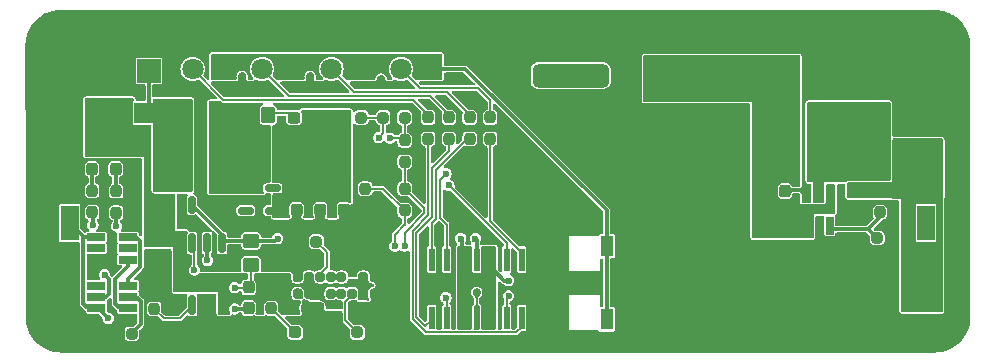
<source format=gbr>
%TF.GenerationSoftware,KiCad,Pcbnew,7.0.6-0*%
%TF.CreationDate,2023-12-30T16:30:27+00:00*%
%TF.ProjectId,smoke_extractorV1_1,736d6f6b-655f-4657-9874-726163746f72,rev?*%
%TF.SameCoordinates,Original*%
%TF.FileFunction,Copper,L1,Top*%
%TF.FilePolarity,Positive*%
%FSLAX46Y46*%
G04 Gerber Fmt 4.6, Leading zero omitted, Abs format (unit mm)*
G04 Created by KiCad (PCBNEW 7.0.6-0) date 2023-12-30 16:30:27*
%MOMM*%
%LPD*%
G01*
G04 APERTURE LIST*
G04 Aperture macros list*
%AMRoundRect*
0 Rectangle with rounded corners*
0 $1 Rounding radius*
0 $2 $3 $4 $5 $6 $7 $8 $9 X,Y pos of 4 corners*
0 Add a 4 corners polygon primitive as box body*
4,1,4,$2,$3,$4,$5,$6,$7,$8,$9,$2,$3,0*
0 Add four circle primitives for the rounded corners*
1,1,$1+$1,$2,$3*
1,1,$1+$1,$4,$5*
1,1,$1+$1,$6,$7*
1,1,$1+$1,$8,$9*
0 Add four rect primitives between the rounded corners*
20,1,$1+$1,$2,$3,$4,$5,0*
20,1,$1+$1,$4,$5,$6,$7,0*
20,1,$1+$1,$6,$7,$8,$9,0*
20,1,$1+$1,$8,$9,$2,$3,0*%
%AMFreePoly0*
4,1,11,1.015000,1.170000,0.435000,0.575000,0.435000,-0.575000,1.015000,-1.170000,1.015000,-1.945000,0.125000,-1.945000,-0.435000,-1.395000,-0.435000,1.395000,0.125000,1.945000,1.015000,1.945000,1.015000,1.170000,1.015000,1.170000,$1*%
%AMFreePoly1*
4,1,11,0.435000,1.395000,0.435000,-1.395000,-0.125000,-1.945000,-1.015000,-1.945000,-1.015000,-1.170000,-0.435000,-0.575000,-0.435000,0.575000,-1.015000,1.170000,-1.015000,1.945000,-0.125000,1.945000,0.435000,1.395000,0.435000,1.395000,$1*%
G04 Aperture macros list end*
%TA.AperFunction,SMDPad,CuDef*%
%ADD10RoundRect,0.237500X-0.237500X0.300000X-0.237500X-0.300000X0.237500X-0.300000X0.237500X0.300000X0*%
%TD*%
%TA.AperFunction,ComponentPad*%
%ADD11R,1.800000X1.800000*%
%TD*%
%TA.AperFunction,ComponentPad*%
%ADD12C,1.800000*%
%TD*%
%TA.AperFunction,SMDPad,CuDef*%
%ADD13RoundRect,0.237500X-0.237500X0.250000X-0.237500X-0.250000X0.237500X-0.250000X0.237500X0.250000X0*%
%TD*%
%TA.AperFunction,SMDPad,CuDef*%
%ADD14RoundRect,0.237500X0.237500X-0.250000X0.237500X0.250000X-0.237500X0.250000X-0.237500X-0.250000X0*%
%TD*%
%TA.AperFunction,SMDPad,CuDef*%
%ADD15RoundRect,0.237500X-0.300000X-0.237500X0.300000X-0.237500X0.300000X0.237500X-0.300000X0.237500X0*%
%TD*%
%TA.AperFunction,ComponentPad*%
%ADD16RoundRect,0.200000X-0.200000X-0.200000X0.200000X-0.200000X0.200000X0.200000X-0.200000X0.200000X0*%
%TD*%
%TA.AperFunction,ComponentPad*%
%ADD17RoundRect,0.250000X-0.700000X-0.250000X0.700000X-0.250000X0.700000X0.250000X-0.700000X0.250000X0*%
%TD*%
%TA.AperFunction,SMDPad,CuDef*%
%ADD18R,2.000000X2.000000*%
%TD*%
%TA.AperFunction,SMDPad,CuDef*%
%ADD19RoundRect,0.250000X-0.475000X0.337500X-0.475000X-0.337500X0.475000X-0.337500X0.475000X0.337500X0*%
%TD*%
%TA.AperFunction,SMDPad,CuDef*%
%ADD20RoundRect,0.237500X-0.250000X-0.237500X0.250000X-0.237500X0.250000X0.237500X-0.250000X0.237500X0*%
%TD*%
%TA.AperFunction,SMDPad,CuDef*%
%ADD21RoundRect,0.150000X-0.512500X-0.150000X0.512500X-0.150000X0.512500X0.150000X-0.512500X0.150000X0*%
%TD*%
%TA.AperFunction,ComponentPad*%
%ADD22C,5.700000*%
%TD*%
%TA.AperFunction,SMDPad,CuDef*%
%ADD23R,2.500000X1.800000*%
%TD*%
%TA.AperFunction,SMDPad,CuDef*%
%ADD24RoundRect,0.237500X0.287500X0.237500X-0.287500X0.237500X-0.287500X-0.237500X0.287500X-0.237500X0*%
%TD*%
%TA.AperFunction,SMDPad,CuDef*%
%ADD25RoundRect,0.237500X0.237500X-0.287500X0.237500X0.287500X-0.237500X0.287500X-0.237500X-0.287500X0*%
%TD*%
%TA.AperFunction,SMDPad,CuDef*%
%ADD26R,0.650000X1.560000*%
%TD*%
%TA.AperFunction,SMDPad,CuDef*%
%ADD27R,1.560000X0.650000*%
%TD*%
%TA.AperFunction,SMDPad,CuDef*%
%ADD28RoundRect,0.150000X0.150000X-0.587500X0.150000X0.587500X-0.150000X0.587500X-0.150000X-0.587500X0*%
%TD*%
%TA.AperFunction,SMDPad,CuDef*%
%ADD29RoundRect,0.250000X-0.450000X0.350000X-0.450000X-0.350000X0.450000X-0.350000X0.450000X0.350000X0*%
%TD*%
%TA.AperFunction,SMDPad,CuDef*%
%ADD30RoundRect,0.237500X0.237500X-0.300000X0.237500X0.300000X-0.237500X0.300000X-0.237500X-0.300000X0*%
%TD*%
%TA.AperFunction,ComponentPad*%
%ADD31RoundRect,0.500000X-2.750000X-0.500000X2.750000X-0.500000X2.750000X0.500000X-2.750000X0.500000X0*%
%TD*%
%TA.AperFunction,SMDPad,CuDef*%
%ADD32RoundRect,0.150000X0.150000X-0.675000X0.150000X0.675000X-0.150000X0.675000X-0.150000X-0.675000X0*%
%TD*%
%TA.AperFunction,SMDPad,CuDef*%
%ADD33RoundRect,0.250000X-0.350000X-0.450000X0.350000X-0.450000X0.350000X0.450000X-0.350000X0.450000X0*%
%TD*%
%TA.AperFunction,SMDPad,CuDef*%
%ADD34R,1.100000X1.800000*%
%TD*%
%TA.AperFunction,SMDPad,CuDef*%
%ADD35RoundRect,0.237500X0.250000X0.237500X-0.250000X0.237500X-0.250000X-0.237500X0.250000X-0.237500X0*%
%TD*%
%TA.AperFunction,SMDPad,CuDef*%
%ADD36FreePoly0,0.000000*%
%TD*%
%TA.AperFunction,SMDPad,CuDef*%
%ADD37FreePoly1,0.000000*%
%TD*%
%TA.AperFunction,SMDPad,CuDef*%
%ADD38R,0.508000X1.981200*%
%TD*%
%TA.AperFunction,SMDPad,CuDef*%
%ADD39R,2.150000X5.500000*%
%TD*%
%TA.AperFunction,SMDPad,CuDef*%
%ADD40R,2.500000X2.500000*%
%TD*%
%TA.AperFunction,ComponentPad*%
%ADD41R,1.500000X3.000000*%
%TD*%
%TA.AperFunction,ViaPad*%
%ADD42C,0.600000*%
%TD*%
%TA.AperFunction,Conductor*%
%ADD43C,0.200000*%
%TD*%
%TA.AperFunction,Conductor*%
%ADD44C,0.300000*%
%TD*%
G04 APERTURE END LIST*
D10*
%TO.P,C4,1*%
%TO.N,+5V*%
X88850000Y-81093988D03*
%TO.P,C4,2*%
%TO.N,VBAT-PROTECT*%
X88850000Y-82818988D03*
%TD*%
D11*
%TO.P,D5,1,K*%
%TO.N,Net-(D2-K)*%
X98220697Y-70898060D03*
D12*
%TO.P,D5,2,A*%
%TO.N,Net-(D5-A)*%
X95680697Y-70898060D03*
%TD*%
D13*
%TO.P,R19,1*%
%TO.N,Net-(D8-K)*%
X71575000Y-81237500D03*
%TO.P,R19,2*%
%TO.N,Net-(U5-~{STDBY})*%
X71575000Y-83062500D03*
%TD*%
D14*
%TO.P,R14,1*%
%TO.N,Net-(U3-OUT3)*%
X99750000Y-76812500D03*
%TO.P,R14,2*%
%TO.N,Net-(D3-A)*%
X99750000Y-74987500D03*
%TD*%
D15*
%TO.P,C2,1*%
%TO.N,Net-(C2-Pad1)*%
X86632137Y-75000000D03*
%TO.P,C2,2*%
%TO.N,+5V*%
X88357137Y-75000000D03*
%TD*%
D14*
%TO.P,R13,1*%
%TO.N,Net-(U3-OUT2)*%
X101500000Y-76812500D03*
%TO.P,R13,2*%
%TO.N,Net-(D4-A)*%
X101500000Y-74987500D03*
%TD*%
D16*
%TO.P,U1,1,GND*%
%TO.N,VBAT-PROTECT*%
X86954275Y-88500000D03*
X86954275Y-89900000D03*
D17*
X88204275Y-87250000D03*
X88204275Y-91150000D03*
X92204275Y-87250000D03*
X92204275Y-91150000D03*
D16*
X93454275Y-88500000D03*
X93454275Y-89900000D03*
%TO.P,U1,2,VCC*%
%TO.N,VBUS*%
X87904275Y-88500000D03*
X87904275Y-89900000D03*
X92504275Y-88500000D03*
X92504275Y-89900000D03*
%TO.P,U1,3,CC1*%
%TO.N,Net-(U1-CC1)*%
X88854275Y-88500000D03*
%TO.P,U1,4,CC2*%
%TO.N,Net-(U1-CC2)*%
X91554275Y-89900000D03*
%TO.P,U1,5,D+*%
%TO.N,unconnected-(U1-D+-Pad5)*%
X89754275Y-88500000D03*
X90654275Y-89900000D03*
%TO.P,U1,6,D-*%
%TO.N,unconnected-(U1-D--Pad6)*%
X89754275Y-89900000D03*
X90654275Y-88500000D03*
%TD*%
D18*
%TO.P,TP2,1,1*%
%TO.N,VSPLY*%
X74350000Y-71050000D03*
%TD*%
D19*
%TO.P,C8,1*%
%TO.N,+12V*%
X134200000Y-81262500D03*
%TO.P,C8,2*%
%TO.N,VBAT-PROTECT*%
X134200000Y-83337500D03*
%TD*%
D20*
%TO.P,R23,1*%
%TO.N,VBAT-PROTECT*%
X71087500Y-93300000D03*
%TO.P,R23,2*%
%TO.N,Net-(IC1-CS)*%
X72912500Y-93300000D03*
%TD*%
D21*
%TO.P,U4,1,SW*%
%TO.N,Net-(D6-A)*%
X82557137Y-80973920D03*
%TO.P,U4,2,GND*%
%TO.N,VBAT-PROTECT*%
X82557137Y-81923920D03*
%TO.P,U4,3,NC*%
%TO.N,unconnected-(U4-NC-Pad3)*%
X82557137Y-82873920D03*
%TO.P,U4,4,VOUT*%
%TO.N,+5V*%
X84832137Y-82873920D03*
%TO.P,U4,5,NC*%
%TO.N,unconnected-(U4-NC-Pad5)*%
X84832137Y-80973920D03*
%TD*%
D22*
%TO.P,H2,1,1*%
%TO.N,VBAT-PROTECT*%
X67400000Y-69400000D03*
%TD*%
D23*
%TO.P,D6,1,K*%
%TO.N,+5V*%
X87121657Y-77900109D03*
%TO.P,D6,2,A*%
%TO.N,Net-(D6-A)*%
X83121657Y-77900109D03*
%TD*%
D10*
%TO.P,C1,1*%
%TO.N,VBUS*%
X74775381Y-85312500D03*
%TO.P,C1,2*%
%TO.N,VBAT-PROTECT*%
X74775381Y-87037500D03*
%TD*%
D23*
%TO.P,D10,1,K*%
%TO.N,+12V*%
X138849139Y-78100000D03*
%TO.P,D10,2,A*%
%TO.N,Net-(D10-A)*%
X134849139Y-78100000D03*
%TD*%
D11*
%TO.P,D2,1,K*%
%TO.N,Net-(D2-K)*%
X80595697Y-70898060D03*
D12*
%TO.P,D2,2,A*%
%TO.N,Net-(D2-A)*%
X78055697Y-70898060D03*
%TD*%
D24*
%TO.P,D1,1,K*%
%TO.N,VBAT-PROTECT*%
X88487500Y-93200000D03*
%TO.P,D1,2,A*%
%TO.N,Net-(D1-A)*%
X86737500Y-93200000D03*
%TD*%
D25*
%TO.P,D7,1,K*%
%TO.N,Net-(D7-K)*%
X69525000Y-79350000D03*
%TO.P,D7,2,A*%
%TO.N,VBUS*%
X69525000Y-77600000D03*
%TD*%
D26*
%TO.P,U7,1,CE*%
%TO.N,V5_SWITCH*%
X132000000Y-81450000D03*
%TO.P,U7,2,LX*%
%TO.N,Net-(D10-A)*%
X131050000Y-81450000D03*
%TO.P,U7,3,GND*%
%TO.N,VBAT-PROTECT*%
X130100000Y-81450000D03*
%TO.P,U7,4,VDD*%
%TO.N,V5_SWITCH*%
X130100000Y-84150000D03*
%TO.P,U7,5,FB*%
%TO.N,Net-(U7-FB)*%
X132000000Y-84150000D03*
%TD*%
D14*
%TO.P,R15,1*%
%TO.N,Net-(U3-OUT4)*%
X98000000Y-76812500D03*
%TO.P,R15,2*%
%TO.N,Net-(D2-A)*%
X98000000Y-74987500D03*
%TD*%
D10*
%TO.P,C7,1*%
%TO.N,Net-(IC1-VCC)*%
X82785587Y-89387500D03*
%TO.P,C7,2*%
%TO.N,Net-(IC1-GND)*%
X82785587Y-91112500D03*
%TD*%
D23*
%TO.P,D9,1,K*%
%TO.N,VSPLY*%
X74350000Y-74600000D03*
%TO.P,D9,2,A*%
%TO.N,VBUS*%
X70350000Y-74600000D03*
%TD*%
D27*
%TO.P,IC1,1,OD*%
%TO.N,Net-(IC1-OD)*%
X72600000Y-91141253D03*
%TO.P,IC1,2,CS*%
%TO.N,Net-(IC1-CS)*%
X72600000Y-90191253D03*
%TO.P,IC1,3,OC*%
%TO.N,Net-(IC1-OC)*%
X72600000Y-89241253D03*
%TO.P,IC1,4,TD*%
%TO.N,unconnected-(IC1-TD-Pad4)*%
X69900000Y-89241253D03*
%TO.P,IC1,5,VCC*%
%TO.N,Net-(IC1-VCC)*%
X69900000Y-90191253D03*
%TO.P,IC1,6,GND*%
%TO.N,Net-(IC1-GND)*%
X69900000Y-91141253D03*
%TD*%
D28*
%TO.P,Q1,1,G*%
%TO.N,VBUS*%
X76079077Y-82385799D03*
%TO.P,Q1,2,S*%
%TO.N,VBAT+PROTECT*%
X77979077Y-82385799D03*
%TO.P,Q1,3,D*%
%TO.N,VSPLY*%
X77029077Y-80510799D03*
%TD*%
D27*
%TO.P,U8,1,S1*%
%TO.N,Net-(IC1-GND)*%
X69864032Y-85131971D03*
%TO.P,U8,2,D1/D2*%
%TO.N,unconnected-(U8-D1{slash}D2-Pad2)*%
X69864032Y-86081971D03*
%TO.P,U8,3,S2*%
%TO.N,VBAT-PROTECT*%
X69864032Y-87031971D03*
%TO.P,U8,4,G1*%
%TO.N,Net-(IC1-OD)*%
X72564032Y-87031971D03*
%TO.P,U8,5,D1/D2*%
%TO.N,unconnected-(U8-D1{slash}D2-Pad5)*%
X72564032Y-86081971D03*
%TO.P,U8,6,G2*%
%TO.N,Net-(IC1-OC)*%
X72564032Y-85131971D03*
%TD*%
D11*
%TO.P,D3,1,K*%
%TO.N,Net-(D2-K)*%
X86470697Y-70898060D03*
D12*
%TO.P,D3,2,A*%
%TO.N,Net-(D3-A)*%
X83930697Y-70898060D03*
%TD*%
D29*
%TO.P,R20,1*%
%TO.N,VBAT+PROTECT*%
X83000000Y-85448628D03*
%TO.P,R20,2*%
%TO.N,Net-(IC1-VCC)*%
X83000000Y-87448628D03*
%TD*%
D30*
%TO.P,C6,1*%
%TO.N,V5_SWITCH*%
X128200000Y-82950000D03*
%TO.P,C6,2*%
%TO.N,VBAT-PROTECT*%
X128200000Y-81225000D03*
%TD*%
D22*
%TO.P,H1,1,1*%
%TO.N,VBAT-PROTECT*%
X140400000Y-69400000D03*
%TD*%
D13*
%TO.P,R5,1*%
%TO.N,Net-(U3-NEG_4)*%
X92656381Y-81031852D03*
%TO.P,R5,2*%
%TO.N,VBAT-PROTECT*%
X92656381Y-82856852D03*
%TD*%
D31*
%TO.P,U2,1,IN*%
%TO.N,+5V*%
X110072322Y-71455000D03*
%TO.P,U2,2,OUT*%
%TO.N,V5_SWITCH*%
X120072322Y-71455000D03*
%TD*%
D25*
%TO.P,D8,1,K*%
%TO.N,Net-(D8-K)*%
X71525000Y-79350000D03*
%TO.P,D8,2,A*%
%TO.N,VBUS*%
X71525000Y-77600000D03*
%TD*%
D13*
%TO.P,R3,1*%
%TO.N,Net-(U3-NEG_2)*%
X96000000Y-76925000D03*
%TO.P,R3,2*%
%TO.N,Net-(U3-NEG3)*%
X96000000Y-78750000D03*
%TD*%
%TO.P,R21,1*%
%TO.N,+12V*%
X136250000Y-81187500D03*
%TO.P,R21,2*%
%TO.N,Net-(U7-FB)*%
X136250000Y-83012500D03*
%TD*%
D32*
%TO.P,U5,1,TEMP*%
%TO.N,VBAT-PROTECT*%
X76730000Y-90873628D03*
%TO.P,U5,2,PROG*%
%TO.N,Net-(U5-PROG)*%
X78000000Y-90873628D03*
%TO.P,U5,3,GND*%
%TO.N,VBAT-PROTECT*%
X79270000Y-90873628D03*
%TO.P,U5,4,VCC*%
%TO.N,VBUS*%
X80540000Y-90873628D03*
%TO.P,U5,5,BAT*%
%TO.N,VBAT+PROTECT*%
X80540000Y-85623628D03*
%TO.P,U5,6,~{STDBY}*%
%TO.N,Net-(U5-~{STDBY})*%
X79270000Y-85623628D03*
%TO.P,U5,7,~{CHRG}*%
%TO.N,Net-(U5-~{CHRG})*%
X78000000Y-85623628D03*
%TO.P,U5,8,CE*%
%TO.N,VBUS*%
X76730000Y-85623628D03*
%TD*%
D33*
%TO.P,R17,1*%
%TO.N,Net-(D6-A)*%
X82450000Y-74780000D03*
%TO.P,R17,2*%
%TO.N,Net-(C2-Pad1)*%
X84450000Y-74780000D03*
%TD*%
D10*
%TO.P,C3,1*%
%TO.N,+5V*%
X90850000Y-81093988D03*
%TO.P,C3,2*%
%TO.N,VBAT-PROTECT*%
X90850000Y-82818988D03*
%TD*%
D14*
%TO.P,R16,1*%
%TO.N,Net-(U5-PROG)*%
X74800000Y-91200000D03*
%TO.P,R16,2*%
%TO.N,VBAT-PROTECT*%
X74800000Y-89375000D03*
%TD*%
D34*
%TO.P,SW1,1,1*%
%TO.N,VBAT-PROTECT*%
X109400000Y-92100000D03*
X109400000Y-85900000D03*
%TO.P,SW1,2,2*%
%TO.N,Net-(D2-K)*%
X113100000Y-92100000D03*
X113100000Y-85900000D03*
%TD*%
D13*
%TO.P,R11,1*%
%TO.N,VBUS*%
X84700000Y-89337500D03*
%TO.P,R11,2*%
%TO.N,Net-(D1-A)*%
X84700000Y-91162500D03*
%TD*%
D35*
%TO.P,R22,1*%
%TO.N,Net-(U7-FB)*%
X136012500Y-85200000D03*
%TO.P,R22,2*%
%TO.N,VBAT-PROTECT*%
X134187500Y-85200000D03*
%TD*%
D13*
%TO.P,R4,1*%
%TO.N,Net-(U3-NEG3)*%
X96000000Y-81031852D03*
%TO.P,R4,2*%
%TO.N,Net-(U3-NEG_4)*%
X96000000Y-82856852D03*
%TD*%
D20*
%TO.P,R9,1*%
%TO.N,Net-(U1-CC2)*%
X92000000Y-93200000D03*
%TO.P,R9,2*%
%TO.N,VBAT-PROTECT*%
X93825000Y-93200000D03*
%TD*%
D11*
%TO.P,D4,1,K*%
%TO.N,Net-(D2-K)*%
X92345697Y-70898060D03*
D12*
%TO.P,D4,2,A*%
%TO.N,Net-(D4-A)*%
X89805697Y-70898060D03*
%TD*%
D35*
%TO.P,R10,1*%
%TO.N,Net-(U1-CC1)*%
X88525000Y-85500000D03*
%TO.P,R10,2*%
%TO.N,VBAT-PROTECT*%
X86700000Y-85500000D03*
%TD*%
D20*
%TO.P,R1,1*%
%TO.N,+5V*%
X90500000Y-75000000D03*
%TO.P,R1,2*%
%TO.N,Net-(U3-NEG_1)*%
X92325000Y-75000000D03*
%TD*%
D10*
%TO.P,C5,1*%
%TO.N,+5V*%
X86850000Y-81087500D03*
%TO.P,C5,2*%
%TO.N,VBAT-PROTECT*%
X86850000Y-82812500D03*
%TD*%
D14*
%TO.P,R12,1*%
%TO.N,Net-(U3-OUT1)*%
X103250000Y-76812500D03*
%TO.P,R12,2*%
%TO.N,Net-(D5-A)*%
X103250000Y-74987500D03*
%TD*%
D36*
%TO.P,L2,1,1*%
%TO.N,VSPLY*%
X76935000Y-76500000D03*
D37*
%TO.P,L2,2,2*%
%TO.N,Net-(D6-A)*%
X80465000Y-76500000D03*
%TD*%
D38*
%TO.P,U3,1,OUT1*%
%TO.N,Net-(U3-OUT1)*%
X105910000Y-87036200D03*
%TO.P,U3,2,NEG_1*%
%TO.N,Net-(U3-NEG_1)*%
X104640000Y-87036200D03*
%TO.P,U3,3,POS_1*%
%TO.N,VBAT+PROTECT*%
X103370000Y-87036200D03*
%TO.P,U3,4,VCC+*%
%TO.N,+5V*%
X102100000Y-87036200D03*
%TO.P,U3,5,POS_2*%
%TO.N,VBAT+PROTECT*%
X100830000Y-87036200D03*
%TO.P,U3,6,NEG_2*%
%TO.N,Net-(U3-NEG_2)*%
X99560000Y-87036200D03*
%TO.P,U3,7,OUT2*%
%TO.N,Net-(U3-OUT2)*%
X98290000Y-87036200D03*
%TO.P,U3,8,OUT3*%
%TO.N,Net-(U3-OUT3)*%
X98290000Y-91963800D03*
%TO.P,U3,9,NEG3*%
%TO.N,Net-(U3-NEG3)*%
X99560000Y-91963800D03*
%TO.P,U3,10,POS_3*%
%TO.N,VBAT+PROTECT*%
X100830000Y-91963800D03*
%TO.P,U3,11,VCC-*%
%TO.N,VBAT-PROTECT*%
X102100000Y-91963800D03*
%TO.P,U3,12,POS_4*%
%TO.N,VBAT+PROTECT*%
X103370000Y-91963800D03*
%TO.P,U3,13,NEG_4*%
%TO.N,Net-(U3-NEG_4)*%
X104640000Y-91963800D03*
%TO.P,U3,14,OUT4*%
%TO.N,Net-(U3-OUT4)*%
X105910000Y-91963800D03*
%TD*%
D39*
%TO.P,L1,1,1*%
%TO.N,V5_SWITCH*%
X127820000Y-76900000D03*
%TO.P,L1,2,2*%
%TO.N,Net-(D10-A)*%
X131680000Y-76900000D03*
%TD*%
D40*
%TO.P,J2,1,Pin_1*%
%TO.N,VBAT-PROTECT*%
X134000000Y-89800000D03*
%TD*%
%TO.P,J1,1,Pin_1*%
%TO.N,+12V*%
X139800000Y-89800000D03*
%TD*%
D20*
%TO.P,R2,1*%
%TO.N,Net-(U3-NEG_1)*%
X94175000Y-75000000D03*
%TO.P,R2,2*%
%TO.N,Net-(U3-NEG_2)*%
X96000000Y-75000000D03*
%TD*%
D13*
%TO.P,R18,1*%
%TO.N,Net-(D7-K)*%
X69550000Y-81212500D03*
%TO.P,R18,2*%
%TO.N,Net-(U5-~{CHRG})*%
X69550000Y-83037500D03*
%TD*%
D41*
%TO.P,U6,1,V+*%
%TO.N,VBAT+PROTECT*%
X140148053Y-83926017D03*
%TO.P,U6,2,V-*%
%TO.N,Net-(IC1-GND)*%
X67648053Y-83926017D03*
%TD*%
D42*
%TO.N,VBAT-PROTECT*%
X99500000Y-89000000D03*
X102100000Y-89800000D03*
X78750000Y-74050000D03*
X100500000Y-71750000D03*
X78750000Y-78300000D03*
X82250000Y-72750000D03*
X94000000Y-71750000D03*
X77100000Y-83900000D03*
X82250000Y-71500000D03*
X97250000Y-81000000D03*
X78750000Y-74900000D03*
X88000000Y-71500000D03*
X100500000Y-83250000D03*
X97750000Y-90250000D03*
X78750000Y-76600000D03*
X78750000Y-75750000D03*
X78750000Y-77450000D03*
%TO.N,+5V*%
X102000000Y-85250000D03*
X89750000Y-79250000D03*
%TO.N,Net-(IC1-VCC)*%
X81600000Y-89400000D03*
X70600000Y-88300000D03*
%TO.N,Net-(IC1-GND)*%
X81600000Y-91200000D03*
X70900000Y-92000000D03*
%TO.N,VBAT+PROTECT*%
X85250000Y-85250000D03*
X100750000Y-85250000D03*
X104800000Y-88800000D03*
%TO.N,Net-(U3-NEG_1)*%
X99750000Y-80750000D03*
X93800000Y-76700000D03*
%TO.N,Net-(U3-NEG_2)*%
X99500000Y-79750000D03*
X94750000Y-76750000D03*
%TO.N,Net-(U3-NEG3)*%
X95990000Y-85900000D03*
X99500000Y-90250000D03*
%TO.N,Net-(U3-NEG_4)*%
X95160000Y-85900000D03*
X104800000Y-90100000D03*
%TO.N,Net-(U5-~{CHRG})*%
X78200000Y-87900000D03*
X69600000Y-84100000D03*
%TO.N,Net-(U5-~{STDBY})*%
X71600000Y-84200000D03*
X79300000Y-87100000D03*
%TD*%
D43*
%TO.N,VBAT-PROTECT*%
X102100000Y-91963800D02*
X102100000Y-89800000D01*
D44*
X129787500Y-81137500D02*
X130100000Y-81450000D01*
X128287500Y-81137500D02*
X128200000Y-81225000D01*
D43*
X102100000Y-89800000D02*
X102100000Y-89600000D01*
D44*
X129787500Y-81137500D02*
X128287500Y-81137500D01*
D43*
%TO.N,Net-(C2-Pad1)*%
X84450000Y-74600109D02*
X84450000Y-74600000D01*
X84450000Y-74600000D02*
X86432028Y-74600000D01*
X86432028Y-74600000D02*
X86632137Y-74800109D01*
D44*
%TO.N,+5V*%
X102100000Y-87036200D02*
X102100000Y-85350000D01*
X102100000Y-85350000D02*
X102000000Y-85250000D01*
D43*
%TO.N,Net-(IC1-VCC)*%
X82773087Y-89400000D02*
X82785587Y-89387500D01*
D44*
X70960000Y-89940000D02*
X70708747Y-90191253D01*
D43*
X83000000Y-87448628D02*
X83000000Y-89173087D01*
D44*
X70708747Y-90191253D02*
X69875000Y-90191253D01*
D43*
X83000000Y-89173087D02*
X82785587Y-89387500D01*
D44*
X70600000Y-88300000D02*
X70960000Y-88660000D01*
X83325000Y-87663041D02*
X83539413Y-87448628D01*
X70960000Y-88660000D02*
X70960000Y-89940000D01*
D43*
X81600000Y-89400000D02*
X82773087Y-89400000D01*
D44*
%TO.N,Net-(IC1-GND)*%
X69149032Y-85131971D02*
X69864032Y-85131971D01*
X69864032Y-85131971D02*
X68854007Y-85131971D01*
X69875000Y-91141253D02*
X69160000Y-91141253D01*
X81600000Y-91200000D02*
X82698087Y-91200000D01*
X69875000Y-91141253D02*
X70041253Y-91141253D01*
X68804032Y-85181946D02*
X68854007Y-85131971D01*
X69160000Y-91141253D02*
X68804032Y-90785285D01*
X70041253Y-91141253D02*
X70900000Y-92000000D01*
X68804032Y-90785285D02*
X68804032Y-85181946D01*
X68854007Y-85131971D02*
X67648053Y-83926017D01*
D43*
%TO.N,Net-(D1-A)*%
X84700000Y-91162500D02*
X86737500Y-93200000D01*
D44*
%TO.N,Net-(D2-K)*%
X98220697Y-70898060D02*
X101148060Y-70898060D01*
X101148060Y-70898060D02*
X113100000Y-82850000D01*
X113100000Y-85900000D02*
X113100000Y-92100000D01*
X113100000Y-82850000D02*
X113100000Y-85900000D01*
D43*
%TO.N,Net-(D2-A)*%
X96750000Y-73500000D02*
X98000000Y-74750000D01*
X78055697Y-70898060D02*
X80657637Y-73500000D01*
X80657637Y-73500000D02*
X96750000Y-73500000D01*
%TO.N,Net-(D3-A)*%
X86192637Y-73160000D02*
X98160000Y-73160000D01*
X98160000Y-73160000D02*
X99750000Y-74750000D01*
X83930697Y-70898060D02*
X86192637Y-73160000D01*
%TO.N,Net-(D4-A)*%
X91737637Y-72830000D02*
X99580000Y-72830000D01*
X89805697Y-70898060D02*
X91737637Y-72830000D01*
X99580000Y-72830000D02*
X101500000Y-74750000D01*
%TO.N,Net-(D5-A)*%
X102212598Y-72500000D02*
X103250000Y-73537402D01*
X97282637Y-72500000D02*
X102212598Y-72500000D01*
X103250000Y-73537402D02*
X103250000Y-74750000D01*
X95680697Y-70898060D02*
X97282637Y-72500000D01*
D44*
%TO.N,VSPLY*%
X74350000Y-71100000D02*
X74350000Y-74600000D01*
%TO.N,Net-(D7-K)*%
X69525000Y-79350000D02*
X69525000Y-81187500D01*
X69525000Y-81187500D02*
X69550000Y-81212500D01*
%TO.N,Net-(D8-K)*%
X71525000Y-79350000D02*
X71525000Y-81187500D01*
X71525000Y-81187500D02*
X71575000Y-81237500D01*
%TO.N,VBAT+PROTECT*%
X85051372Y-85448628D02*
X85250000Y-85250000D01*
X83000000Y-85448628D02*
X80715000Y-85448628D01*
X100830000Y-85330000D02*
X100750000Y-85250000D01*
X80540000Y-84946722D02*
X80540000Y-85623628D01*
X104397200Y-88800000D02*
X104800000Y-88800000D01*
X83539413Y-85448628D02*
X85051372Y-85448628D01*
X103370000Y-87772800D02*
X104397200Y-88800000D01*
X77979077Y-82385799D02*
X80540000Y-84946722D01*
X100830000Y-87036200D02*
X100830000Y-85330000D01*
X80715000Y-85448628D02*
X80540000Y-85623628D01*
X103370000Y-87036200D02*
X103370000Y-87772800D01*
%TO.N,Net-(IC1-OD)*%
X71484032Y-88667221D02*
X72564032Y-87587221D01*
X72564032Y-87587221D02*
X72564032Y-87031971D01*
X71484032Y-90765285D02*
X71484032Y-88667221D01*
X71484032Y-90765285D02*
X71860000Y-91141253D01*
%TO.N,Net-(IC1-CS)*%
X73660000Y-90561253D02*
X73290000Y-90191253D01*
X73290000Y-90191253D02*
X72575000Y-90191253D01*
X73660000Y-92502500D02*
X73660000Y-90561253D01*
X73062500Y-93100000D02*
X73660000Y-92502500D01*
%TO.N,Net-(IC1-OC)*%
X73279032Y-85131971D02*
X73624032Y-85476971D01*
X73624032Y-87636971D02*
X72575000Y-88686003D01*
X72564032Y-85131971D02*
X73279032Y-85131971D01*
X73624032Y-85476971D02*
X73624032Y-87636971D01*
X72575000Y-88686003D02*
X72575000Y-89241253D01*
D43*
%TO.N,Net-(U3-NEG_1)*%
X104640000Y-85640000D02*
X104640000Y-87036200D01*
X94175000Y-75000000D02*
X92325000Y-75000000D01*
X99750000Y-80750000D02*
X104640000Y-85640000D01*
X94175000Y-75000000D02*
X94170000Y-75005000D01*
X94175000Y-76325000D02*
X93800000Y-76700000D01*
X94175000Y-75000000D02*
X94175000Y-76325000D01*
%TO.N,Net-(U3-NEG_2)*%
X99560000Y-84060000D02*
X99000000Y-83500000D01*
X95825000Y-76750000D02*
X96000000Y-76925000D01*
X99000000Y-80250000D02*
X99500000Y-79750000D01*
X94750000Y-76750000D02*
X95825000Y-76750000D01*
X96000000Y-74750000D02*
X96000000Y-76925000D01*
X99000000Y-83500000D02*
X99000000Y-80250000D01*
X99560000Y-87036200D02*
X99560000Y-84060000D01*
%TO.N,Net-(U3-NEG3)*%
X96000000Y-78750000D02*
X96000000Y-81031852D01*
X95990000Y-84760000D02*
X97670000Y-83080000D01*
X99560000Y-91963800D02*
X99560000Y-90310000D01*
X97670000Y-82701852D02*
X96000000Y-81031852D01*
X95990000Y-85900000D02*
X95990000Y-84760000D01*
X99560000Y-90310000D02*
X99500000Y-90250000D01*
X97670000Y-83080000D02*
X97670000Y-82701852D01*
%TO.N,Net-(U3-NEG_4)*%
X95160000Y-85900000D02*
X95160000Y-84919756D01*
X94175000Y-81031852D02*
X96000000Y-82856852D01*
X104640000Y-90260000D02*
X104800000Y-90100000D01*
X95160000Y-84919756D02*
X95979756Y-84100000D01*
X95979756Y-84100000D02*
X96000000Y-84100000D01*
X104640000Y-91963800D02*
X104640000Y-90260000D01*
X96000000Y-84100000D02*
X96000000Y-82856852D01*
X92656381Y-81031852D02*
X94175000Y-81031852D01*
%TO.N,Net-(U1-CC2)*%
X90974275Y-90588112D02*
X90974275Y-92174275D01*
X91554275Y-89900000D02*
X91554275Y-90008112D01*
X90974275Y-92174275D02*
X92000000Y-93200000D01*
X91554275Y-90008112D02*
X90974275Y-90588112D01*
%TO.N,Net-(U1-CC1)*%
X89434275Y-87648823D02*
X89434275Y-86409275D01*
X88854275Y-88500000D02*
X88854275Y-88228823D01*
X89434275Y-86409275D02*
X88525000Y-85500000D01*
X88854275Y-88228823D02*
X89434275Y-87648823D01*
%TO.N,Net-(U3-OUT1)*%
X103250000Y-83783310D02*
X103250000Y-76812500D01*
X105910000Y-87036200D02*
X105910000Y-86410000D01*
X105876690Y-86410000D02*
X103250000Y-83783310D01*
X105910000Y-86410000D02*
X105876690Y-86410000D01*
%TO.N,Net-(U3-OUT2)*%
X101500000Y-76812500D02*
X101262500Y-76812500D01*
X98290000Y-87036200D02*
X98290000Y-83960000D01*
X98660000Y-83590000D02*
X98660000Y-79415000D01*
X101262500Y-76812500D02*
X98660000Y-79415000D01*
X98290000Y-83960000D02*
X98660000Y-83590000D01*
%TO.N,Net-(U3-OUT3)*%
X98330000Y-83420000D02*
X98330001Y-79269999D01*
X97000000Y-84750000D02*
X97000000Y-91911710D01*
X97000000Y-91911710D02*
X97744145Y-92655855D01*
X98290000Y-92110000D02*
X98290000Y-91963800D01*
X99750000Y-77850000D02*
X99750000Y-76812500D01*
X98330001Y-79269999D02*
X99750000Y-77850000D01*
X98330000Y-83420000D02*
X97000000Y-84750000D01*
X97744145Y-92655855D02*
X98290000Y-92110000D01*
%TO.N,Net-(U3-OUT4)*%
X105426000Y-93184400D02*
X97806000Y-93184400D01*
X96670000Y-92048400D02*
X96670000Y-84580000D01*
X105910000Y-92700400D02*
X105426000Y-93184400D01*
X96670000Y-84580000D02*
X98000000Y-83250000D01*
X105910000Y-91963800D02*
X105910000Y-92700400D01*
X97806000Y-93184400D02*
X96670000Y-92048400D01*
X98000000Y-83250000D02*
X98000000Y-76812500D01*
%TO.N,Net-(U5-PROG)*%
X78000000Y-90873628D02*
X78000000Y-90966029D01*
X78000000Y-90966029D02*
X76966029Y-92000000D01*
X75600000Y-92000000D02*
X74800000Y-91200000D01*
X76966029Y-92000000D02*
X75600000Y-92000000D01*
D44*
%TO.N,Net-(U5-~{CHRG})*%
X69600000Y-83087500D02*
X69550000Y-83037500D01*
D43*
X78200000Y-87900000D02*
X78200000Y-85823628D01*
D44*
X69600000Y-84100000D02*
X69600000Y-83087500D01*
D43*
X78200000Y-85823628D02*
X78000000Y-85623628D01*
D44*
%TO.N,Net-(U5-~{STDBY})*%
X79300000Y-85653628D02*
X79270000Y-85623628D01*
X71575000Y-84175000D02*
X71600000Y-84200000D01*
X71575000Y-83062500D02*
X71575000Y-84175000D01*
X79300000Y-87100000D02*
X79300000Y-85653628D01*
%TO.N,Net-(U7-FB)*%
X136250000Y-83452500D02*
X136250000Y-83012500D01*
X132295000Y-84445000D02*
X132000000Y-84150000D01*
X135257500Y-84445000D02*
X132295000Y-84445000D01*
X136012500Y-85200000D02*
X135257500Y-84445000D01*
X135257500Y-84445000D02*
X136250000Y-83452500D01*
%TD*%
%TA.AperFunction,Conductor*%
%TO.N,Net-(D2-K)*%
G36*
X99122732Y-69609415D02*
G01*
X99123203Y-69609610D01*
X99177627Y-69653425D01*
X99190301Y-69676584D01*
X99190499Y-69677062D01*
X99200000Y-69724663D01*
X99200000Y-71675336D01*
X99190498Y-71722938D01*
X99190390Y-71723202D01*
X99190303Y-71723411D01*
X99146389Y-71777755D01*
X99123411Y-71790302D01*
X99122938Y-71790498D01*
X99075336Y-71800000D01*
X96959975Y-71800000D01*
X96892936Y-71780315D01*
X96872294Y-71763681D01*
X96620733Y-71512120D01*
X96587248Y-71450797D01*
X96592232Y-71381105D01*
X96599056Y-71365985D01*
X96600526Y-71363235D01*
X96637361Y-71294323D01*
X96696286Y-71100073D01*
X96716183Y-70898060D01*
X96696286Y-70696047D01*
X96637361Y-70501797D01*
X96637359Y-70501794D01*
X96637359Y-70501792D01*
X96541675Y-70322780D01*
X96541671Y-70322773D01*
X96412896Y-70165860D01*
X96255983Y-70037085D01*
X96255976Y-70037081D01*
X96076964Y-69941397D01*
X95979835Y-69911933D01*
X95882710Y-69882471D01*
X95882708Y-69882470D01*
X95882710Y-69882470D01*
X95698809Y-69864357D01*
X95680697Y-69862574D01*
X95680696Y-69862574D01*
X95478685Y-69882470D01*
X95284429Y-69941397D01*
X95105417Y-70037081D01*
X95105410Y-70037085D01*
X94948497Y-70165860D01*
X94819722Y-70322773D01*
X94819718Y-70322780D01*
X94724034Y-70501792D01*
X94665107Y-70696048D01*
X94645211Y-70898059D01*
X94665107Y-71100071D01*
X94724034Y-71294327D01*
X94819718Y-71473339D01*
X94819723Y-71473346D01*
X94921477Y-71597335D01*
X94948790Y-71661645D01*
X94936999Y-71730513D01*
X94889846Y-71782073D01*
X94825624Y-71800000D01*
X94600077Y-71800000D01*
X94533038Y-71780315D01*
X94487283Y-71727511D01*
X94477339Y-71693647D01*
X94465777Y-71613234D01*
X94414064Y-71500000D01*
X94408379Y-71487551D01*
X94317896Y-71383128D01*
X94317893Y-71383126D01*
X94317891Y-71383124D01*
X94201661Y-71308427D01*
X94201656Y-71308425D01*
X94069087Y-71269500D01*
X94069085Y-71269500D01*
X93930915Y-71269500D01*
X93930912Y-71269500D01*
X93798343Y-71308425D01*
X93798338Y-71308427D01*
X93682108Y-71383124D01*
X93682106Y-71383126D01*
X93591621Y-71487551D01*
X93591620Y-71487552D01*
X93534222Y-71613234D01*
X93522661Y-71693647D01*
X93493636Y-71757203D01*
X93434857Y-71794977D01*
X93399923Y-71800000D01*
X91084975Y-71800000D01*
X91017936Y-71780315D01*
X90997294Y-71763681D01*
X90745733Y-71512120D01*
X90712248Y-71450797D01*
X90717232Y-71381105D01*
X90724056Y-71365985D01*
X90725526Y-71363235D01*
X90762361Y-71294323D01*
X90821286Y-71100073D01*
X90841183Y-70898060D01*
X90821286Y-70696047D01*
X90762361Y-70501797D01*
X90762359Y-70501794D01*
X90762359Y-70501792D01*
X90666675Y-70322780D01*
X90666671Y-70322773D01*
X90537896Y-70165860D01*
X90380983Y-70037085D01*
X90380976Y-70037081D01*
X90201964Y-69941397D01*
X90104834Y-69911933D01*
X90007710Y-69882471D01*
X90007708Y-69882470D01*
X90007710Y-69882470D01*
X89823809Y-69864357D01*
X89805697Y-69862574D01*
X89805696Y-69862574D01*
X89603685Y-69882470D01*
X89409429Y-69941397D01*
X89230417Y-70037081D01*
X89230410Y-70037085D01*
X89073497Y-70165860D01*
X88944722Y-70322773D01*
X88944718Y-70322780D01*
X88849034Y-70501792D01*
X88790107Y-70696048D01*
X88770211Y-70898059D01*
X88790107Y-71100071D01*
X88849034Y-71294327D01*
X88944718Y-71473339D01*
X88944723Y-71473346D01*
X89046477Y-71597335D01*
X89073790Y-71661645D01*
X89061999Y-71730513D01*
X89014846Y-71782073D01*
X88950624Y-71800000D01*
X88583492Y-71800000D01*
X88516453Y-71780315D01*
X88470698Y-71727511D01*
X88460754Y-71658353D01*
X88464515Y-71641066D01*
X88465776Y-71636769D01*
X88471446Y-71597335D01*
X88485441Y-71500000D01*
X88468346Y-71381105D01*
X88465777Y-71363234D01*
X88434306Y-71294323D01*
X88408379Y-71237551D01*
X88317896Y-71133128D01*
X88317893Y-71133126D01*
X88317891Y-71133124D01*
X88201661Y-71058427D01*
X88201656Y-71058425D01*
X88069087Y-71019500D01*
X88069085Y-71019500D01*
X87930915Y-71019500D01*
X87930912Y-71019500D01*
X87798343Y-71058425D01*
X87798338Y-71058427D01*
X87682108Y-71133124D01*
X87682106Y-71133126D01*
X87591621Y-71237551D01*
X87591620Y-71237552D01*
X87534222Y-71363234D01*
X87514559Y-71500000D01*
X87534223Y-71636769D01*
X87535485Y-71641066D01*
X87535485Y-71710935D01*
X87497710Y-71769713D01*
X87434154Y-71798738D01*
X87416508Y-71800000D01*
X85209975Y-71800000D01*
X85142936Y-71780315D01*
X85122294Y-71763681D01*
X84870733Y-71512120D01*
X84837248Y-71450797D01*
X84842232Y-71381105D01*
X84849056Y-71365985D01*
X84850526Y-71363235D01*
X84887361Y-71294323D01*
X84946286Y-71100073D01*
X84966183Y-70898060D01*
X84946286Y-70696047D01*
X84887361Y-70501797D01*
X84887359Y-70501794D01*
X84887359Y-70501792D01*
X84791675Y-70322780D01*
X84791671Y-70322773D01*
X84662896Y-70165860D01*
X84505983Y-70037085D01*
X84505976Y-70037081D01*
X84326964Y-69941397D01*
X84229834Y-69911933D01*
X84132710Y-69882471D01*
X84132708Y-69882470D01*
X84132710Y-69882470D01*
X83930697Y-69862574D01*
X83728685Y-69882470D01*
X83534429Y-69941397D01*
X83355417Y-70037081D01*
X83355410Y-70037085D01*
X83198497Y-70165860D01*
X83069722Y-70322773D01*
X83069718Y-70322780D01*
X82974034Y-70501792D01*
X82915107Y-70696048D01*
X82895211Y-70898059D01*
X82915107Y-71100071D01*
X82974034Y-71294327D01*
X83069718Y-71473339D01*
X83069723Y-71473346D01*
X83171477Y-71597335D01*
X83198790Y-71661645D01*
X83186999Y-71730513D01*
X83139846Y-71782073D01*
X83075624Y-71800000D01*
X82833492Y-71800000D01*
X82766453Y-71780315D01*
X82720698Y-71727511D01*
X82710754Y-71658353D01*
X82714515Y-71641066D01*
X82715776Y-71636769D01*
X82721446Y-71597335D01*
X82735441Y-71500000D01*
X82718248Y-71380426D01*
X82715777Y-71363234D01*
X82684306Y-71294323D01*
X82658379Y-71237551D01*
X82567896Y-71133128D01*
X82567893Y-71133126D01*
X82567891Y-71133124D01*
X82451661Y-71058427D01*
X82451656Y-71058425D01*
X82319087Y-71019500D01*
X82319085Y-71019500D01*
X82180915Y-71019500D01*
X82180912Y-71019500D01*
X82048343Y-71058425D01*
X82048338Y-71058427D01*
X81932108Y-71133124D01*
X81932106Y-71133126D01*
X81841621Y-71237551D01*
X81841620Y-71237552D01*
X81784222Y-71363234D01*
X81764559Y-71500000D01*
X81784223Y-71636769D01*
X81785485Y-71641066D01*
X81785485Y-71710935D01*
X81747710Y-71769713D01*
X81684154Y-71798738D01*
X81666508Y-71800000D01*
X79724664Y-71800000D01*
X79677148Y-71790534D01*
X79676674Y-71790338D01*
X79622297Y-71746466D01*
X79609610Y-71723202D01*
X79609502Y-71722942D01*
X79609415Y-71722732D01*
X79600000Y-71675336D01*
X79600000Y-69724663D01*
X79609415Y-69677268D01*
X79609611Y-69676794D01*
X79653425Y-69622372D01*
X79676873Y-69609579D01*
X79677355Y-69609379D01*
X79724664Y-69600000D01*
X99075336Y-69600000D01*
X99122732Y-69609415D01*
G37*
%TD.AperFunction*%
%TD*%
%TA.AperFunction,Conductor*%
%TO.N,+12V*%
G36*
X137775000Y-81850000D02*
G01*
X133576000Y-81850000D01*
X133507879Y-81829998D01*
X133461386Y-81776342D01*
X133450000Y-81724000D01*
X133450000Y-80601000D01*
X133470002Y-80532879D01*
X133523658Y-80486386D01*
X133576000Y-80475000D01*
X137199999Y-80475000D01*
X137200000Y-80475000D01*
X137775000Y-80475000D01*
X137775000Y-81850000D01*
G37*
%TD.AperFunction*%
%TD*%
%TA.AperFunction,Conductor*%
%TO.N,VBUS*%
G36*
X86388717Y-88651541D02*
G01*
X86416936Y-88719667D01*
X86425449Y-88751440D01*
X86430111Y-88786857D01*
X86479369Y-88892492D01*
X86561782Y-88974905D01*
X86561783Y-88974905D01*
X86561784Y-88974906D01*
X86667416Y-89024163D01*
X86702833Y-89028825D01*
X86734601Y-89037336D01*
X86802734Y-89065558D01*
X86875046Y-89075078D01*
X86939973Y-89103800D01*
X86954116Y-89125242D01*
X86966309Y-89105764D01*
X87030534Y-89075505D01*
X87033475Y-89075081D01*
X87105816Y-89065558D01*
X87173951Y-89037335D01*
X87205706Y-89028827D01*
X87241134Y-89024163D01*
X87346766Y-88974906D01*
X87429181Y-88892491D01*
X87478438Y-88786859D01*
X87482032Y-88759554D01*
X87510755Y-88694627D01*
X87570020Y-88655535D01*
X87606955Y-88650000D01*
X88201595Y-88650000D01*
X88269716Y-88670002D01*
X88316209Y-88723658D01*
X88326517Y-88759554D01*
X88330111Y-88786857D01*
X88379369Y-88892492D01*
X88461782Y-88974905D01*
X88461783Y-88974905D01*
X88461784Y-88974906D01*
X88567416Y-89024163D01*
X88602833Y-89028825D01*
X88634601Y-89037336D01*
X88702734Y-89065558D01*
X88816228Y-89080500D01*
X88816235Y-89080500D01*
X88850000Y-89080500D01*
X88850000Y-89950000D01*
X87656865Y-89950000D01*
X87588744Y-89929998D01*
X87542251Y-89876342D01*
X87531943Y-89840446D01*
X87519833Y-89748460D01*
X87519833Y-89748459D01*
X87491611Y-89680326D01*
X87483100Y-89648556D01*
X87478438Y-89613142D01*
X87429180Y-89507507D01*
X87346767Y-89425094D01*
X87241132Y-89375836D01*
X87205716Y-89371174D01*
X87173944Y-89362661D01*
X87105816Y-89334442D01*
X87105815Y-89334442D01*
X87033501Y-89324921D01*
X86968576Y-89296200D01*
X86954432Y-89274757D01*
X86942240Y-89294236D01*
X86878015Y-89324495D01*
X86875062Y-89324919D01*
X86831192Y-89330695D01*
X86802733Y-89334442D01*
X86734605Y-89362661D01*
X86702834Y-89371174D01*
X86667417Y-89375836D01*
X86561782Y-89425094D01*
X86479369Y-89507507D01*
X86430111Y-89613142D01*
X86425449Y-89648559D01*
X86416936Y-89680330D01*
X86388717Y-89748458D01*
X86376607Y-89840446D01*
X86368766Y-89900000D01*
X86372715Y-89929998D01*
X86375349Y-89950000D01*
X84700000Y-89950000D01*
X84700000Y-88650000D01*
X86388514Y-88650000D01*
X86388717Y-88651541D01*
G37*
%TD.AperFunction*%
%TD*%
%TA.AperFunction,Conductor*%
%TO.N,VBUS*%
G36*
X82711621Y-88220002D02*
G01*
X82758114Y-88273658D01*
X82769500Y-88326000D01*
X82769500Y-88593500D01*
X82749498Y-88661621D01*
X82695842Y-88708114D01*
X82643501Y-88719500D01*
X82513166Y-88719500D01*
X82452052Y-88728403D01*
X82441631Y-88729922D01*
X82441628Y-88729923D01*
X82441629Y-88729923D01*
X82331294Y-88783862D01*
X82331292Y-88783863D01*
X82244450Y-88870705D01*
X82244449Y-88870707D01*
X82190509Y-88981041D01*
X82190507Y-88981049D01*
X82184451Y-89022617D01*
X82154837Y-89087142D01*
X82095038Y-89125413D01*
X82024042Y-89125279D01*
X81964543Y-89086962D01*
X81945996Y-89065558D01*
X81917896Y-89033128D01*
X81917895Y-89033127D01*
X81859777Y-88995777D01*
X81801659Y-88958427D01*
X81669085Y-88919500D01*
X81530915Y-88919500D01*
X81398343Y-88958426D01*
X81398339Y-88958428D01*
X81282104Y-89033127D01*
X81191621Y-89137550D01*
X81134223Y-89263234D01*
X81134221Y-89263241D01*
X81114559Y-89399996D01*
X81114559Y-89400003D01*
X81134221Y-89536758D01*
X81134223Y-89536765D01*
X81191621Y-89662449D01*
X81282104Y-89766872D01*
X81398341Y-89841573D01*
X81530915Y-89880500D01*
X81669085Y-89880500D01*
X81801659Y-89841573D01*
X81917896Y-89766872D01*
X81967664Y-89709436D01*
X82027386Y-89671054D01*
X82098383Y-89671053D01*
X82158109Y-89709436D01*
X82187569Y-89773782D01*
X82190507Y-89793950D01*
X82190508Y-89793953D01*
X82190509Y-89793956D01*
X82190510Y-89793958D01*
X82244449Y-89904292D01*
X82244450Y-89904294D01*
X82331292Y-89991136D01*
X82331294Y-89991137D01*
X82441631Y-90045078D01*
X82513164Y-90055500D01*
X83058009Y-90055499D01*
X83129543Y-90045078D01*
X83239880Y-89991137D01*
X83326724Y-89904293D01*
X83380665Y-89793956D01*
X83391087Y-89722423D01*
X83391086Y-89052578D01*
X83380665Y-88981044D01*
X83350578Y-88919500D01*
X83326725Y-88870707D01*
X83267404Y-88811386D01*
X83233379Y-88749073D01*
X83230500Y-88722291D01*
X83230500Y-88326000D01*
X83250502Y-88257879D01*
X83304158Y-88211386D01*
X83356500Y-88200000D01*
X86264587Y-88200000D01*
X86332708Y-88220002D01*
X86379201Y-88273658D01*
X86389509Y-88342447D01*
X86388717Y-88348457D01*
X86388717Y-88348459D01*
X86368766Y-88500000D01*
X86388717Y-88651541D01*
X86412150Y-88708114D01*
X86416936Y-88719667D01*
X86425449Y-88751440D01*
X86430111Y-88786857D01*
X86479369Y-88892492D01*
X86561782Y-88974905D01*
X86561783Y-88974905D01*
X86561784Y-88974906D01*
X86667416Y-89024163D01*
X86702833Y-89028825D01*
X86734601Y-89037336D01*
X86802734Y-89065558D01*
X86875046Y-89075078D01*
X86939973Y-89103800D01*
X86954116Y-89125242D01*
X86966309Y-89105764D01*
X87030534Y-89075505D01*
X87033475Y-89075081D01*
X87105816Y-89065558D01*
X87173951Y-89037335D01*
X87205706Y-89028827D01*
X87241134Y-89024163D01*
X87346766Y-88974906D01*
X87429181Y-88892491D01*
X87478438Y-88786859D01*
X87482032Y-88759554D01*
X87500000Y-88718939D01*
X87500000Y-89700577D01*
X87491613Y-89680330D01*
X87483100Y-89648556D01*
X87478438Y-89613142D01*
X87429180Y-89507507D01*
X87346767Y-89425094D01*
X87241132Y-89375836D01*
X87205716Y-89371174D01*
X87173944Y-89362661D01*
X87105816Y-89334442D01*
X87105815Y-89334442D01*
X87033501Y-89324921D01*
X86968576Y-89296200D01*
X86954432Y-89274757D01*
X86942240Y-89294236D01*
X86878015Y-89324495D01*
X86875062Y-89324919D01*
X86831192Y-89330695D01*
X86802733Y-89334442D01*
X86734605Y-89362661D01*
X86702834Y-89371174D01*
X86667417Y-89375836D01*
X86561782Y-89425094D01*
X86479369Y-89507507D01*
X86430111Y-89613142D01*
X86425449Y-89648559D01*
X86416936Y-89680330D01*
X86388717Y-89748458D01*
X86368766Y-89899999D01*
X86368766Y-89900000D01*
X86388717Y-90051541D01*
X86416936Y-90119667D01*
X86425449Y-90151440D01*
X86430111Y-90186857D01*
X86479369Y-90292492D01*
X86561782Y-90374905D01*
X86561783Y-90374905D01*
X86561784Y-90374906D01*
X86667416Y-90424163D01*
X86702833Y-90428825D01*
X86734601Y-90437336D01*
X86802734Y-90465558D01*
X86916228Y-90480500D01*
X86916235Y-90480500D01*
X86992315Y-90480500D01*
X86992322Y-90480500D01*
X87077329Y-90469308D01*
X87147476Y-90480247D01*
X87200575Y-90527375D01*
X87219765Y-90595729D01*
X87198954Y-90663607D01*
X87196319Y-90667445D01*
X87190324Y-90675841D01*
X87134552Y-90789925D01*
X87134551Y-90789927D01*
X87123774Y-90863898D01*
X87123719Y-90864659D01*
X87123555Y-90865399D01*
X87123118Y-90868402D01*
X87122899Y-90868370D01*
X87115863Y-90900220D01*
X87113323Y-90906916D01*
X87073775Y-91067370D01*
X87073775Y-91232629D01*
X87113323Y-91393081D01*
X87115861Y-91399773D01*
X87122898Y-91431629D01*
X87123118Y-91431598D01*
X87123555Y-91434603D01*
X87123719Y-91435342D01*
X87123773Y-91436100D01*
X87134551Y-91510072D01*
X87134551Y-91510073D01*
X87138749Y-91518659D01*
X87150699Y-91588643D01*
X87122916Y-91653977D01*
X87064221Y-91693920D01*
X87025553Y-91700000D01*
X85615666Y-91700000D01*
X85547545Y-91679998D01*
X85526571Y-91663095D01*
X85342404Y-91478928D01*
X85308378Y-91416616D01*
X85305499Y-91389833D01*
X85305499Y-90877579D01*
X85305499Y-90877577D01*
X85295078Y-90806044D01*
X85241137Y-90695707D01*
X85241136Y-90695705D01*
X85154294Y-90608863D01*
X85154292Y-90608862D01*
X85043957Y-90554922D01*
X85026072Y-90552316D01*
X84972423Y-90544500D01*
X84972420Y-90544500D01*
X84427579Y-90544500D01*
X84366465Y-90553403D01*
X84356044Y-90554922D01*
X84356041Y-90554923D01*
X84356042Y-90554923D01*
X84245707Y-90608862D01*
X84245705Y-90608863D01*
X84158863Y-90695705D01*
X84158862Y-90695707D01*
X84104922Y-90806041D01*
X84104922Y-90806043D01*
X84094500Y-90877575D01*
X84094500Y-91447420D01*
X84099320Y-91480500D01*
X84104922Y-91518956D01*
X84104923Y-91518959D01*
X84107811Y-91528304D01*
X84106494Y-91528710D01*
X84116727Y-91588644D01*
X84088943Y-91653979D01*
X84030248Y-91693920D01*
X83991581Y-91700000D01*
X83494007Y-91700000D01*
X83425886Y-91679998D01*
X83379393Y-91626342D01*
X83369289Y-91556068D01*
X83377833Y-91528322D01*
X83377776Y-91528305D01*
X83380662Y-91518961D01*
X83380665Y-91518956D01*
X83391087Y-91447423D01*
X83391086Y-90777578D01*
X83380665Y-90706044D01*
X83326724Y-90595707D01*
X83326723Y-90595705D01*
X83239881Y-90508863D01*
X83239879Y-90508862D01*
X83129544Y-90454922D01*
X83111659Y-90452316D01*
X83058010Y-90444500D01*
X83058007Y-90444500D01*
X82513166Y-90444500D01*
X82452052Y-90453403D01*
X82441631Y-90454922D01*
X82441628Y-90454923D01*
X82441629Y-90454923D01*
X82331294Y-90508862D01*
X82331292Y-90508863D01*
X82244450Y-90595705D01*
X82244449Y-90595707D01*
X82190509Y-90706041D01*
X82190509Y-90706043D01*
X82180087Y-90777575D01*
X82180087Y-90793500D01*
X82160085Y-90861621D01*
X82106429Y-90908114D01*
X82054087Y-90919500D01*
X82050280Y-90919500D01*
X81982159Y-90899498D01*
X81955056Y-90876012D01*
X81917898Y-90833129D01*
X81917896Y-90833128D01*
X81875748Y-90806041D01*
X81801659Y-90758427D01*
X81669085Y-90719500D01*
X81530915Y-90719500D01*
X81398343Y-90758426D01*
X81398339Y-90758428D01*
X81282104Y-90833127D01*
X81191621Y-90937550D01*
X81134223Y-91063234D01*
X81134221Y-91063241D01*
X81114559Y-91199996D01*
X81114559Y-91200003D01*
X81134221Y-91336758D01*
X81134223Y-91336765D01*
X81191621Y-91462449D01*
X81216783Y-91491488D01*
X81246276Y-91556069D01*
X81236171Y-91626343D01*
X81189678Y-91679998D01*
X81121558Y-91700000D01*
X80326000Y-91700000D01*
X80257879Y-91679998D01*
X80211386Y-91626342D01*
X80200000Y-91574000D01*
X80200000Y-89900001D01*
X80200000Y-89900000D01*
X80200000Y-89899999D01*
X80200000Y-88200000D01*
X82643500Y-88200000D01*
X82711621Y-88220002D01*
G37*
%TD.AperFunction*%
%TD*%
%TA.AperFunction,Conductor*%
%TO.N,+12V*%
G36*
X141550000Y-81887500D02*
G01*
X141550000Y-81887502D01*
X141550000Y-91374000D01*
X141529998Y-91442121D01*
X141476342Y-91488614D01*
X141424000Y-91500000D01*
X138151000Y-91500000D01*
X138082879Y-91479998D01*
X138036386Y-91426342D01*
X138025000Y-91374000D01*
X138025000Y-85438870D01*
X139267553Y-85438870D01*
X139275124Y-85476937D01*
X139303966Y-85520102D01*
X139303967Y-85520103D01*
X139347134Y-85548946D01*
X139385198Y-85556517D01*
X140910907Y-85556516D01*
X140948972Y-85548946D01*
X140992139Y-85520103D01*
X141020982Y-85476936D01*
X141028553Y-85438872D01*
X141028552Y-82413163D01*
X141020982Y-82375098D01*
X140992139Y-82331931D01*
X140948972Y-82303088D01*
X140929939Y-82299302D01*
X140910909Y-82295517D01*
X139385199Y-82295517D01*
X139347132Y-82303088D01*
X139303967Y-82331930D01*
X139275124Y-82375098D01*
X139267553Y-82413157D01*
X139267553Y-85438870D01*
X138025000Y-85438870D01*
X138025000Y-81975001D01*
X138025000Y-81975000D01*
X138025000Y-81750000D01*
X141550000Y-81750000D01*
X141550000Y-81887500D01*
G37*
%TD.AperFunction*%
%TD*%
%TA.AperFunction,Conductor*%
%TO.N,Net-(D10-A)*%
G36*
X131525000Y-80599997D02*
G01*
X131525000Y-80599998D01*
X131525000Y-82099000D01*
X131504998Y-82167121D01*
X131451342Y-82213614D01*
X131399000Y-82225000D01*
X130701000Y-82225000D01*
X130632879Y-82204998D01*
X130586386Y-82151342D01*
X130575000Y-82099000D01*
X130575000Y-80600001D01*
X130575000Y-80600000D01*
X130575000Y-80325000D01*
X131525000Y-80325000D01*
X131525000Y-80599997D01*
G37*
%TD.AperFunction*%
%TD*%
%TA.AperFunction,Conductor*%
%TO.N,VBUS*%
G36*
X80700000Y-89800000D02*
G01*
X78000000Y-89800000D01*
X78000000Y-88342060D01*
X78130915Y-88380500D01*
X78269085Y-88380500D01*
X78401659Y-88341573D01*
X78517896Y-88266872D01*
X78538158Y-88243487D01*
X78597884Y-88205104D01*
X78633383Y-88200000D01*
X80700000Y-88200000D01*
X80700000Y-89800000D01*
G37*
%TD.AperFunction*%
%TD*%
%TA.AperFunction,Conductor*%
%TO.N,VBAT+PROTECT*%
G36*
X101657676Y-85920002D02*
G01*
X101704169Y-85973658D01*
X101712967Y-86026555D01*
X101715500Y-86026555D01*
X101715500Y-88039653D01*
X101723071Y-88077720D01*
X101751913Y-88120885D01*
X101751914Y-88120886D01*
X101795081Y-88149729D01*
X101833145Y-88157300D01*
X102366854Y-88157299D01*
X102404919Y-88149729D01*
X102448086Y-88120886D01*
X102476929Y-88077719D01*
X102484500Y-88039655D01*
X102484499Y-86032746D01*
X102484499Y-86032745D01*
X102484499Y-86026557D01*
X102487293Y-86026557D01*
X102498265Y-85968625D01*
X102547092Y-85917085D01*
X102610444Y-85900000D01*
X103624000Y-85900000D01*
X103692121Y-85920002D01*
X103738614Y-85973658D01*
X103750000Y-86026000D01*
X103750000Y-92827900D01*
X103729998Y-92896021D01*
X103676342Y-92942514D01*
X103624000Y-92953900D01*
X102610500Y-92953900D01*
X102542379Y-92933898D01*
X102495886Y-92880242D01*
X102484500Y-92827900D01*
X102484499Y-90960346D01*
X102484498Y-90960340D01*
X102476929Y-90922281D01*
X102448086Y-90879114D01*
X102404919Y-90850271D01*
X102404918Y-90850270D01*
X102394601Y-90843377D01*
X102395789Y-90841597D01*
X102353001Y-90807115D01*
X102330580Y-90739752D01*
X102330500Y-90735255D01*
X102330500Y-90291839D01*
X102350502Y-90223718D01*
X102388377Y-90185842D01*
X102417896Y-90166872D01*
X102508379Y-90062449D01*
X102565777Y-89936765D01*
X102585441Y-89800000D01*
X102585441Y-89799996D01*
X102565778Y-89663241D01*
X102565777Y-89663240D01*
X102565777Y-89663235D01*
X102508379Y-89537551D01*
X102417896Y-89433128D01*
X102417895Y-89433127D01*
X102359777Y-89395777D01*
X102301659Y-89358427D01*
X102169085Y-89319500D01*
X102030915Y-89319500D01*
X101898343Y-89358426D01*
X101898339Y-89358428D01*
X101782104Y-89433127D01*
X101691621Y-89537550D01*
X101634223Y-89663234D01*
X101634221Y-89663241D01*
X101614559Y-89799996D01*
X101614559Y-89800003D01*
X101634221Y-89936758D01*
X101634223Y-89936765D01*
X101691621Y-90062449D01*
X101782104Y-90166872D01*
X101811621Y-90185841D01*
X101858113Y-90239496D01*
X101869500Y-90291839D01*
X101869500Y-90735254D01*
X101849498Y-90803375D01*
X101804643Y-90842241D01*
X101805401Y-90843375D01*
X101796375Y-90849405D01*
X101795842Y-90849868D01*
X101795387Y-90850066D01*
X101751914Y-90879113D01*
X101723071Y-90922281D01*
X101715500Y-90960340D01*
X101715500Y-90960347D01*
X101715501Y-92827900D01*
X101695499Y-92896021D01*
X101641843Y-92942514D01*
X101589501Y-92953900D01*
X100576000Y-92953900D01*
X100507879Y-92933898D01*
X100461386Y-92880242D01*
X100450000Y-92827900D01*
X100450000Y-86026000D01*
X100470002Y-85957879D01*
X100523658Y-85911386D01*
X100576000Y-85900000D01*
X101589555Y-85900000D01*
X101657676Y-85920002D01*
G37*
%TD.AperFunction*%
%TD*%
%TA.AperFunction,Conductor*%
%TO.N,Net-(D10-A)*%
G36*
X137092121Y-73695002D02*
G01*
X137138614Y-73748658D01*
X137150000Y-73801000D01*
X137150000Y-80213500D01*
X137129998Y-80281621D01*
X137076342Y-80328114D01*
X137024000Y-80339500D01*
X133576000Y-80339500D01*
X133575995Y-80339500D01*
X133575983Y-80339501D01*
X133547212Y-80342593D01*
X133547204Y-80342594D01*
X133494854Y-80353982D01*
X133434924Y-80383981D01*
X133434922Y-80383982D01*
X133391507Y-80421602D01*
X133383313Y-80427291D01*
X133373785Y-80442119D01*
X133320130Y-80488613D01*
X133267786Y-80500000D01*
X130201000Y-80500000D01*
X130132879Y-80479998D01*
X130086386Y-80426342D01*
X130075000Y-80374000D01*
X130075000Y-73801000D01*
X130095002Y-73732879D01*
X130148658Y-73686386D01*
X130201000Y-73675000D01*
X137024000Y-73675000D01*
X137092121Y-73695002D01*
G37*
%TD.AperFunction*%
%TD*%
%TA.AperFunction,Conductor*%
%TO.N,VBUS*%
G36*
X73041671Y-73370002D02*
G01*
X73088164Y-73423658D01*
X73098268Y-73493932D01*
X73068774Y-73558512D01*
X73043552Y-73580765D01*
X73005914Y-73605913D01*
X72977071Y-73649081D01*
X72969500Y-73687140D01*
X72969500Y-75512853D01*
X72977071Y-75550920D01*
X73005913Y-75594085D01*
X73005914Y-75594086D01*
X73049081Y-75622929D01*
X73087145Y-75630500D01*
X74438500Y-75630499D01*
X74506621Y-75650501D01*
X74553114Y-75704157D01*
X74564500Y-75756499D01*
X74564500Y-78300000D01*
X69026000Y-78300000D01*
X68957879Y-78279998D01*
X68911386Y-78226342D01*
X68900000Y-78174000D01*
X68900000Y-73476000D01*
X68920002Y-73407879D01*
X68973658Y-73361386D01*
X69026000Y-73350000D01*
X72973550Y-73350000D01*
X73041671Y-73370002D01*
G37*
%TD.AperFunction*%
%TD*%
%TA.AperFunction,Conductor*%
%TO.N,+12V*%
G36*
X141517121Y-76770002D02*
G01*
X141563614Y-76823658D01*
X141575000Y-76876000D01*
X141575000Y-81805131D01*
X141560539Y-81854379D01*
X141563252Y-81855503D01*
X141555177Y-81875000D01*
X137369869Y-81875000D01*
X137320620Y-81860539D01*
X137319497Y-81863252D01*
X137300000Y-81855176D01*
X137300000Y-76876000D01*
X137320002Y-76807879D01*
X137373658Y-76761386D01*
X137426000Y-76750000D01*
X141449000Y-76750000D01*
X141517121Y-76770002D01*
G37*
%TD.AperFunction*%
%TD*%
%TA.AperFunction,Conductor*%
%TO.N,V5_SWITCH*%
G36*
X132450000Y-83074000D02*
G01*
X132429998Y-83142121D01*
X132376342Y-83188614D01*
X132324000Y-83200000D01*
X130600000Y-83200000D01*
X130600000Y-82349496D01*
X130651942Y-82351816D01*
X130662811Y-82355007D01*
X130662825Y-82355011D01*
X130700996Y-82360499D01*
X130700998Y-82360500D01*
X130701000Y-82360500D01*
X131398993Y-82360500D01*
X131399000Y-82360500D01*
X131411085Y-82359200D01*
X131427787Y-82357406D01*
X131427795Y-82357405D01*
X131427797Y-82357404D01*
X131427802Y-82357404D01*
X131480144Y-82346018D01*
X131522132Y-82325000D01*
X132450000Y-82325000D01*
X132450000Y-83074000D01*
G37*
%TD.AperFunction*%
%TD*%
%TA.AperFunction,Conductor*%
%TO.N,VBUS*%
G36*
X77572059Y-84620002D02*
G01*
X77618552Y-84673658D01*
X77628656Y-84743932D01*
X77619202Y-84776894D01*
X77572220Y-84883296D01*
X77569500Y-84906742D01*
X77569500Y-86340513D01*
X77572220Y-86363959D01*
X77614580Y-86459895D01*
X77614581Y-86459897D01*
X77688730Y-86534046D01*
X77688732Y-86534047D01*
X77688733Y-86534048D01*
X77784667Y-86576407D01*
X77808115Y-86579127D01*
X77808117Y-86579128D01*
X77808120Y-86579128D01*
X77843500Y-86579128D01*
X77911621Y-86599130D01*
X77958114Y-86652786D01*
X77969500Y-86705128D01*
X77969500Y-87408160D01*
X77949498Y-87476281D01*
X77911624Y-87514156D01*
X77882105Y-87533127D01*
X77882101Y-87533131D01*
X77791621Y-87637550D01*
X77734223Y-87763234D01*
X77734221Y-87763241D01*
X77714559Y-87899996D01*
X77714559Y-87900003D01*
X77734221Y-88036758D01*
X77734223Y-88036765D01*
X77791621Y-88162449D01*
X77882104Y-88266872D01*
X77998341Y-88341573D01*
X78130915Y-88380500D01*
X78269084Y-88380500D01*
X78269085Y-88380500D01*
X78300000Y-88371422D01*
X78300000Y-89800000D01*
X76526000Y-89800000D01*
X76457879Y-89779998D01*
X76411386Y-89726342D01*
X76400000Y-89674000D01*
X76400000Y-86100000D01*
X76400000Y-86000000D01*
X76550000Y-86000000D01*
X76550000Y-84600000D01*
X76650000Y-84600000D01*
X76650001Y-84600000D01*
X77503938Y-84600000D01*
X77572059Y-84620002D01*
G37*
%TD.AperFunction*%
%TD*%
%TA.AperFunction,Conductor*%
%TO.N,V5_SWITCH*%
G36*
X129721530Y-82352421D02*
G01*
X129724079Y-82352928D01*
X129724081Y-82352929D01*
X129762145Y-82360500D01*
X130437854Y-82360499D01*
X130475919Y-82352929D01*
X130475920Y-82352928D01*
X130478476Y-82352420D01*
X130503053Y-82350000D01*
X130587500Y-82350000D01*
X130611274Y-82350000D01*
X130624999Y-82350612D01*
X130624999Y-83300000D01*
X130625000Y-83300000D01*
X130625000Y-85099000D01*
X130604998Y-85167121D01*
X130551342Y-85213614D01*
X130499000Y-85225000D01*
X125501000Y-85225000D01*
X125432879Y-85204998D01*
X125386386Y-85151342D01*
X125375000Y-85099000D01*
X125375000Y-82419869D01*
X125389460Y-82370620D01*
X125386748Y-82369497D01*
X125394822Y-82350000D01*
X129600001Y-82350000D01*
X129696948Y-82350000D01*
X129721530Y-82352421D01*
G37*
%TD.AperFunction*%
%TD*%
%TA.AperFunction,Conductor*%
%TO.N,V5_SWITCH*%
G36*
X129500000Y-80731000D02*
G01*
X129479998Y-80799121D01*
X129426342Y-80845614D01*
X129374000Y-80857000D01*
X128892531Y-80857000D01*
X128824410Y-80836998D01*
X128779334Y-80786339D01*
X128741137Y-80708207D01*
X128741136Y-80708205D01*
X128654294Y-80621363D01*
X128654292Y-80621362D01*
X128543957Y-80567422D01*
X128526072Y-80564816D01*
X128472423Y-80557000D01*
X128472420Y-80557000D01*
X127927579Y-80557000D01*
X127866465Y-80565903D01*
X127856044Y-80567422D01*
X127856041Y-80567423D01*
X127856042Y-80567423D01*
X127745707Y-80621362D01*
X127745705Y-80621363D01*
X127658863Y-80708205D01*
X127658862Y-80708207D01*
X127604922Y-80818541D01*
X127604922Y-80818543D01*
X127594500Y-80890075D01*
X127594500Y-81559920D01*
X127594501Y-81559924D01*
X127604922Y-81631456D01*
X127604923Y-81631458D01*
X127658862Y-81741792D01*
X127658863Y-81741794D01*
X127745705Y-81828636D01*
X127745707Y-81828637D01*
X127856044Y-81882578D01*
X127927577Y-81893000D01*
X128472422Y-81892999D01*
X128543956Y-81882578D01*
X128654293Y-81828637D01*
X128741137Y-81741793D01*
X128795078Y-81631456D01*
X128805500Y-81559923D01*
X128805500Y-81543999D01*
X128825502Y-81475879D01*
X128879158Y-81429386D01*
X128931500Y-81418000D01*
X129374000Y-81418000D01*
X129442121Y-81438002D01*
X129488614Y-81491658D01*
X129500000Y-81544000D01*
X129500000Y-82350000D01*
X125400000Y-82350000D01*
X125400000Y-73675000D01*
X129500000Y-73675000D01*
X129500000Y-80731000D01*
G37*
%TD.AperFunction*%
%TD*%
%TA.AperFunction,Conductor*%
%TO.N,V5_SWITCH*%
G36*
X129442121Y-69745002D02*
G01*
X129488614Y-69798658D01*
X129500000Y-69850999D01*
X129500000Y-73675000D01*
X116326000Y-73675000D01*
X116257879Y-73654998D01*
X116211386Y-73601342D01*
X116200000Y-73549000D01*
X116200000Y-69851000D01*
X116220002Y-69782879D01*
X116273658Y-69736386D01*
X116326000Y-69725000D01*
X129374000Y-69725000D01*
X129442121Y-69745002D01*
G37*
%TD.AperFunction*%
%TD*%
%TA.AperFunction,Conductor*%
%TO.N,VSPLY*%
G36*
X77992121Y-73420002D02*
G01*
X78038614Y-73473658D01*
X78050000Y-73526000D01*
X78050000Y-81174000D01*
X78029998Y-81242121D01*
X77976342Y-81288614D01*
X77924000Y-81300000D01*
X74826000Y-81300000D01*
X74757879Y-81279998D01*
X74711386Y-81226342D01*
X74700000Y-81174000D01*
X74700000Y-73526000D01*
X74720002Y-73457879D01*
X74773658Y-73411386D01*
X74826000Y-73400000D01*
X77924000Y-73400000D01*
X77992121Y-73420002D01*
G37*
%TD.AperFunction*%
%TD*%
%TA.AperFunction,Conductor*%
%TO.N,Net-(D6-A)*%
G36*
X80447591Y-73620002D02*
G01*
X80468565Y-73636905D01*
X80489226Y-73657566D01*
X80491479Y-73659941D01*
X80519123Y-73690644D01*
X80519125Y-73690645D01*
X80538252Y-73699160D01*
X80555614Y-73708586D01*
X80573187Y-73719998D01*
X80575220Y-73720320D01*
X80606763Y-73729663D01*
X80608643Y-73730500D01*
X80629576Y-73730500D01*
X80649285Y-73732051D01*
X80669970Y-73735327D01*
X80670886Y-73735081D01*
X80671965Y-73734793D01*
X80704573Y-73730500D01*
X83915317Y-73730500D01*
X83983438Y-73750502D01*
X84029931Y-73804158D01*
X84040035Y-73874432D01*
X84010541Y-73939012D01*
X83970656Y-73969697D01*
X83875843Y-74016048D01*
X83875841Y-74016049D01*
X83786049Y-74105841D01*
X83786048Y-74105843D01*
X83730277Y-74219925D01*
X83730276Y-74219927D01*
X83719500Y-74293888D01*
X83719500Y-75266111D01*
X83730276Y-75340072D01*
X83730277Y-75340074D01*
X83786048Y-75454156D01*
X83786049Y-75454158D01*
X83875841Y-75543950D01*
X83875843Y-75543951D01*
X83989928Y-75599724D01*
X84063890Y-75610500D01*
X84063896Y-75610500D01*
X84524000Y-75610500D01*
X84592121Y-75630502D01*
X84638614Y-75684158D01*
X84650000Y-75736500D01*
X84650000Y-80417420D01*
X84629998Y-80485541D01*
X84576342Y-80532034D01*
X84524000Y-80543420D01*
X84277751Y-80543420D01*
X84254305Y-80546140D01*
X84158369Y-80588500D01*
X84158367Y-80588501D01*
X84084218Y-80662650D01*
X84084217Y-80662652D01*
X84041857Y-80758588D01*
X84039137Y-80782034D01*
X84039137Y-81165805D01*
X84041857Y-81189251D01*
X84078883Y-81273106D01*
X84088101Y-81343502D01*
X84057796Y-81407706D01*
X83997591Y-81445334D01*
X83963619Y-81450000D01*
X79526000Y-81450000D01*
X79457879Y-81429998D01*
X79411386Y-81376342D01*
X79400000Y-81324000D01*
X79400000Y-73726000D01*
X79420002Y-73657879D01*
X79473658Y-73611386D01*
X79526000Y-73600000D01*
X80379470Y-73600000D01*
X80447591Y-73620002D01*
G37*
%TD.AperFunction*%
%TD*%
%TA.AperFunction,Conductor*%
%TO.N,+5V*%
G36*
X91442121Y-74370002D02*
G01*
X91488614Y-74423658D01*
X91500000Y-74476000D01*
X91500000Y-82110300D01*
X91479998Y-82178421D01*
X91426342Y-82224914D01*
X91356068Y-82235018D01*
X91314458Y-82218330D01*
X91313673Y-82219936D01*
X91193957Y-82161410D01*
X91176072Y-82158804D01*
X91122423Y-82150988D01*
X91122420Y-82150988D01*
X90577579Y-82150988D01*
X90516466Y-82159891D01*
X90506044Y-82161410D01*
X90506041Y-82161411D01*
X90506042Y-82161411D01*
X90395707Y-82215350D01*
X90395705Y-82215351D01*
X90308863Y-82302193D01*
X90308862Y-82302195D01*
X90254922Y-82412529D01*
X90254922Y-82412531D01*
X90244500Y-82484063D01*
X90244500Y-83153908D01*
X90244501Y-83153912D01*
X90254922Y-83225444D01*
X90254923Y-83225446D01*
X90300493Y-83318661D01*
X90312442Y-83388645D01*
X90284658Y-83453979D01*
X90225962Y-83493921D01*
X90187296Y-83500000D01*
X89512704Y-83500000D01*
X89444583Y-83479998D01*
X89398090Y-83426342D01*
X89387986Y-83356068D01*
X89399507Y-83318661D01*
X89445077Y-83225446D01*
X89445078Y-83225444D01*
X89455500Y-83153911D01*
X89455499Y-82484066D01*
X89445078Y-82412532D01*
X89391137Y-82302195D01*
X89391136Y-82302193D01*
X89304294Y-82215351D01*
X89304292Y-82215350D01*
X89193957Y-82161410D01*
X89176072Y-82158804D01*
X89122423Y-82150988D01*
X89122420Y-82150988D01*
X88577579Y-82150988D01*
X88516466Y-82159891D01*
X88506044Y-82161410D01*
X88506041Y-82161411D01*
X88506042Y-82161411D01*
X88395707Y-82215350D01*
X88395705Y-82215351D01*
X88308863Y-82302193D01*
X88308862Y-82302195D01*
X88254922Y-82412529D01*
X88254922Y-82412531D01*
X88244500Y-82484063D01*
X88244500Y-83153908D01*
X88244501Y-83153912D01*
X88254922Y-83225444D01*
X88254923Y-83225446D01*
X88300493Y-83318661D01*
X88312442Y-83388645D01*
X88284658Y-83453979D01*
X88225962Y-83493921D01*
X88187296Y-83500000D01*
X87509532Y-83500000D01*
X87441411Y-83479998D01*
X87394918Y-83426342D01*
X87384814Y-83356068D01*
X87396335Y-83318661D01*
X87445077Y-83218958D01*
X87445078Y-83218956D01*
X87455500Y-83147423D01*
X87455499Y-82477578D01*
X87445078Y-82406044D01*
X87391137Y-82295707D01*
X87391136Y-82295705D01*
X87304294Y-82208863D01*
X87304292Y-82208862D01*
X87193957Y-82154922D01*
X87166954Y-82150988D01*
X87122423Y-82144500D01*
X87122420Y-82144500D01*
X86577579Y-82144500D01*
X86516466Y-82153403D01*
X86506044Y-82154922D01*
X86506041Y-82154923D01*
X86506042Y-82154923D01*
X86395707Y-82208862D01*
X86395705Y-82208863D01*
X86308863Y-82295705D01*
X86308862Y-82295707D01*
X86254922Y-82406041D01*
X86254922Y-82406043D01*
X86244500Y-82477575D01*
X86244500Y-83147420D01*
X86245446Y-83153910D01*
X86254922Y-83218956D01*
X86258095Y-83225446D01*
X86303665Y-83318661D01*
X86315614Y-83388645D01*
X86287830Y-83453979D01*
X86229134Y-83493921D01*
X86190468Y-83500000D01*
X84926000Y-83500000D01*
X84857879Y-83479998D01*
X84811386Y-83426342D01*
X84800000Y-83374000D01*
X84800000Y-81530420D01*
X84820002Y-81462299D01*
X84873658Y-81415806D01*
X84926000Y-81404420D01*
X85386520Y-81404420D01*
X85386520Y-81404419D01*
X85409970Y-81401699D01*
X85505904Y-81359340D01*
X85580057Y-81285187D01*
X85622416Y-81189253D01*
X85625137Y-81165800D01*
X85625137Y-80782040D01*
X85622416Y-80758587D01*
X85580057Y-80662653D01*
X85580056Y-80662652D01*
X85580055Y-80662650D01*
X85505906Y-80588501D01*
X85505904Y-80588500D01*
X85409968Y-80546140D01*
X85409969Y-80546140D01*
X85386522Y-80543420D01*
X85386517Y-80543420D01*
X84926000Y-80543420D01*
X84857879Y-80523418D01*
X84811386Y-80469762D01*
X84800000Y-80417420D01*
X84800000Y-75724733D01*
X84820002Y-75656612D01*
X84873658Y-75610119D01*
X84907837Y-75600049D01*
X84910072Y-75599724D01*
X85024157Y-75543951D01*
X85113951Y-75454157D01*
X85169724Y-75340072D01*
X85180500Y-75266110D01*
X85180500Y-74956500D01*
X85200502Y-74888379D01*
X85254158Y-74841886D01*
X85306500Y-74830500D01*
X85838137Y-74830500D01*
X85906258Y-74850502D01*
X85952751Y-74904158D01*
X85964137Y-74956500D01*
X85964137Y-75272420D01*
X85964138Y-75272424D01*
X85974559Y-75343956D01*
X85974560Y-75343958D01*
X86028499Y-75454292D01*
X86028500Y-75454294D01*
X86115342Y-75541136D01*
X86115344Y-75541137D01*
X86225681Y-75595078D01*
X86297214Y-75605500D01*
X86967059Y-75605499D01*
X87038593Y-75595078D01*
X87148930Y-75541137D01*
X87235774Y-75454293D01*
X87289715Y-75343956D01*
X87300137Y-75272423D01*
X87300136Y-74727578D01*
X87289715Y-74656044D01*
X87253881Y-74582747D01*
X87231189Y-74536327D01*
X87233422Y-74535235D01*
X87214975Y-74482164D01*
X87231621Y-74413146D01*
X87282938Y-74364084D01*
X87340824Y-74350000D01*
X91374000Y-74350000D01*
X91442121Y-74370002D01*
G37*
%TD.AperFunction*%
%TD*%
%TA.AperFunction,Conductor*%
%TO.N,V5_SWITCH*%
G36*
X132392121Y-80655502D02*
G01*
X132438614Y-80709158D01*
X132450000Y-80761500D01*
X132450000Y-83074000D01*
X132429998Y-83142121D01*
X132392053Y-83175000D01*
X131550000Y-83175000D01*
X131550000Y-82307417D01*
X131583494Y-82278394D01*
X131591687Y-82272706D01*
X131593731Y-82269525D01*
X131593732Y-82269525D01*
X131635009Y-82205296D01*
X131655011Y-82137175D01*
X131660500Y-82099000D01*
X131660500Y-80761499D01*
X131680502Y-80693379D01*
X131734158Y-80646886D01*
X131786500Y-80635500D01*
X132324000Y-80635500D01*
X132392121Y-80655502D01*
G37*
%TD.AperFunction*%
%TD*%
%TA.AperFunction,Conductor*%
%TO.N,VBUS*%
G36*
X74564500Y-81173992D02*
G01*
X74564501Y-81174016D01*
X74567593Y-81202787D01*
X74567594Y-81202795D01*
X74578982Y-81255145D01*
X74608980Y-81315073D01*
X74646602Y-81358491D01*
X74652292Y-81366687D01*
X74690153Y-81391018D01*
X74719704Y-81410009D01*
X74787825Y-81430011D01*
X74825996Y-81435499D01*
X74825998Y-81435500D01*
X76424000Y-81435500D01*
X76492121Y-81455502D01*
X76538614Y-81509158D01*
X76550000Y-81561500D01*
X76550000Y-86000000D01*
X74030532Y-86000000D01*
X73962411Y-85979998D01*
X73915918Y-85926342D01*
X73904532Y-85874000D01*
X73904532Y-85535981D01*
X73905137Y-85527264D01*
X73906652Y-85516400D01*
X73906654Y-85516395D01*
X73904599Y-85471938D01*
X73904532Y-85469028D01*
X73904532Y-85450979D01*
X73904531Y-85450972D01*
X73904139Y-85448874D01*
X73903131Y-85440192D01*
X73902816Y-85433395D01*
X73901811Y-85411638D01*
X73901810Y-85411636D01*
X73901295Y-85400489D01*
X73900000Y-85389319D01*
X73900000Y-78400001D01*
X73900000Y-78400000D01*
X73900000Y-76450000D01*
X74564500Y-76450000D01*
X74564500Y-81173992D01*
G37*
%TD.AperFunction*%
%TD*%
%TA.AperFunction,Conductor*%
%TO.N,VBAT-PROTECT*%
G36*
X87015813Y-89459262D02*
G01*
X87054000Y-89464289D01*
X87085768Y-89472802D01*
X87126189Y-89489545D01*
X87126187Y-89489543D01*
X87126190Y-89489545D01*
X87134591Y-89492396D01*
X87134599Y-89492398D01*
X87134600Y-89492399D01*
X87174943Y-89503208D01*
X87174940Y-89503207D01*
X87180844Y-89504381D01*
X87183628Y-89504934D01*
X87183507Y-89504919D01*
X87220346Y-89515650D01*
X87247715Y-89528412D01*
X87283559Y-89553512D01*
X87300760Y-89570713D01*
X87325860Y-89606559D01*
X87338623Y-89633930D01*
X87349344Y-89670690D01*
X87349338Y-89670643D01*
X87349644Y-89672503D01*
X87341730Y-89741181D01*
X87338719Y-89748451D01*
X87338717Y-89748458D01*
X87322883Y-89868732D01*
X87318766Y-89900000D01*
X87338717Y-90051541D01*
X87358789Y-90100000D01*
X87366936Y-90119667D01*
X87375449Y-90151440D01*
X87380111Y-90186857D01*
X87387844Y-90203441D01*
X87398504Y-90273633D01*
X87369523Y-90338445D01*
X87310102Y-90377300D01*
X87239108Y-90377862D01*
X87219947Y-90370672D01*
X87168356Y-90346366D01*
X87168354Y-90346365D01*
X87168352Y-90346364D01*
X87168347Y-90346363D01*
X87098212Y-90335426D01*
X87098203Y-90335425D01*
X87059647Y-90334966D01*
X86987536Y-90344460D01*
X86979304Y-90345000D01*
X86929249Y-90345000D01*
X86921017Y-90344460D01*
X86854552Y-90335710D01*
X86822782Y-90327198D01*
X86808503Y-90321283D01*
X86782356Y-90310453D01*
X86782348Y-90310450D01*
X86782345Y-90310449D01*
X86782344Y-90310449D01*
X86773955Y-90307601D01*
X86773954Y-90307600D01*
X86733624Y-90296795D01*
X86724916Y-90295063D01*
X86724988Y-90295073D01*
X86688202Y-90284347D01*
X86660832Y-90271584D01*
X86624990Y-90246486D01*
X86607787Y-90229283D01*
X86582687Y-90193438D01*
X86582037Y-90192045D01*
X86569925Y-90166070D01*
X86559193Y-90129223D01*
X86559208Y-90129338D01*
X86559212Y-90129363D01*
X86558855Y-90127570D01*
X86557481Y-90120657D01*
X86557295Y-90119964D01*
X86546672Y-90080318D01*
X86546672Y-90080316D01*
X86543819Y-90071911D01*
X86527078Y-90031498D01*
X86518563Y-89999721D01*
X86517238Y-89989658D01*
X86513756Y-89963208D01*
X86512152Y-89951020D01*
X86512152Y-89951008D01*
X86507601Y-89916447D01*
X86507600Y-89883554D01*
X86518564Y-89800270D01*
X86527075Y-89768508D01*
X86543819Y-89728085D01*
X86543818Y-89728089D01*
X86544802Y-89725186D01*
X86546671Y-89719684D01*
X86557480Y-89679344D01*
X86558545Y-89673992D01*
X86559209Y-89670652D01*
X86559209Y-89670655D01*
X86559198Y-89670736D01*
X86569926Y-89633927D01*
X86582687Y-89606560D01*
X86607784Y-89570716D01*
X86624991Y-89553509D01*
X86660835Y-89528412D01*
X86688202Y-89515651D01*
X86725011Y-89504923D01*
X86724930Y-89504934D01*
X86724927Y-89504934D01*
X86733611Y-89503207D01*
X86733614Y-89503206D01*
X86733614Y-89503205D01*
X86733619Y-89503205D01*
X86773959Y-89492396D01*
X86779461Y-89490527D01*
X86782364Y-89489543D01*
X86782360Y-89489544D01*
X86822783Y-89472800D01*
X86854548Y-89464288D01*
X86886342Y-89460103D01*
X86893536Y-89459156D01*
X86894469Y-89459021D01*
X86897273Y-89458619D01*
X86918434Y-89452270D01*
X86988692Y-89451648D01*
X87015813Y-89459262D01*
G37*
%TD.AperFunction*%
%TA.AperFunction,Conductor*%
G36*
X87183640Y-89504937D02*
G01*
X87183634Y-89504936D01*
X87183636Y-89504936D01*
X87183640Y-89504937D01*
G37*
%TD.AperFunction*%
%TA.AperFunction,Conductor*%
G36*
X99424621Y-81112062D02*
G01*
X99432102Y-81116869D01*
X99432104Y-81116872D01*
X99548341Y-81191573D01*
X99680915Y-81230500D01*
X99819082Y-81230500D01*
X99819085Y-81230500D01*
X99819087Y-81230499D01*
X99828005Y-81229217D01*
X99828429Y-81232170D01*
X99884387Y-81232166D01*
X99937994Y-81263970D01*
X104372595Y-85698570D01*
X104406621Y-85760882D01*
X104409500Y-85787665D01*
X104409500Y-85807654D01*
X104389498Y-85875775D01*
X104344643Y-85914641D01*
X104345401Y-85915775D01*
X104336375Y-85921805D01*
X104335842Y-85922268D01*
X104335387Y-85922466D01*
X104291914Y-85951513D01*
X104263071Y-85994681D01*
X104255500Y-86032740D01*
X104255500Y-87957423D01*
X104235498Y-88025544D01*
X104181842Y-88072037D01*
X104111568Y-88082141D01*
X104046988Y-88052647D01*
X104040405Y-88046518D01*
X103922405Y-87928518D01*
X103888379Y-87866206D01*
X103885500Y-87839423D01*
X103885500Y-86026007D01*
X103885500Y-86026000D01*
X103882404Y-85997198D01*
X103871018Y-85944856D01*
X103841018Y-85884925D01*
X103803398Y-85841509D01*
X103797707Y-85833312D01*
X103730296Y-85789991D01*
X103662180Y-85769990D01*
X103662165Y-85769987D01*
X103624004Y-85764500D01*
X103624000Y-85764500D01*
X102610444Y-85764500D01*
X102575168Y-85769173D01*
X102575167Y-85769173D01*
X102575164Y-85769173D01*
X102575162Y-85769174D01*
X102563115Y-85772423D01*
X102539304Y-85778844D01*
X102468325Y-85777267D01*
X102409466Y-85737566D01*
X102381414Y-85672347D01*
X102380500Y-85657203D01*
X102380500Y-85591615D01*
X102400503Y-85523496D01*
X102405984Y-85516175D01*
X102408375Y-85512453D01*
X102408379Y-85512449D01*
X102465777Y-85386765D01*
X102469999Y-85357404D01*
X102485441Y-85250003D01*
X102485441Y-85249996D01*
X102465778Y-85113241D01*
X102465777Y-85113240D01*
X102465777Y-85113235D01*
X102408379Y-84987551D01*
X102317896Y-84883128D01*
X102317895Y-84883127D01*
X102243485Y-84835307D01*
X102201659Y-84808427D01*
X102195096Y-84806500D01*
X102069085Y-84769500D01*
X101930915Y-84769500D01*
X101798343Y-84808426D01*
X101798339Y-84808428D01*
X101682104Y-84883127D01*
X101591621Y-84987550D01*
X101534223Y-85113234D01*
X101534221Y-85113241D01*
X101514559Y-85249996D01*
X101514559Y-85250003D01*
X101534221Y-85386758D01*
X101534223Y-85386765D01*
X101591621Y-85512449D01*
X101611421Y-85535300D01*
X101629347Y-85555987D01*
X101658840Y-85620568D01*
X101648737Y-85690842D01*
X101602244Y-85744498D01*
X101534123Y-85764500D01*
X101236500Y-85764500D01*
X101168379Y-85744498D01*
X101121886Y-85690842D01*
X101110500Y-85638500D01*
X101110500Y-85614699D01*
X101130502Y-85546578D01*
X101141267Y-85532196D01*
X101158379Y-85512449D01*
X101215777Y-85386765D01*
X101219999Y-85357404D01*
X101235441Y-85250003D01*
X101235441Y-85249996D01*
X101215778Y-85113241D01*
X101215777Y-85113240D01*
X101215777Y-85113235D01*
X101158379Y-84987551D01*
X101067896Y-84883128D01*
X101067895Y-84883127D01*
X100993485Y-84835307D01*
X100951659Y-84808427D01*
X100945096Y-84806500D01*
X100819085Y-84769500D01*
X100680915Y-84769500D01*
X100548343Y-84808426D01*
X100548339Y-84808428D01*
X100432104Y-84883127D01*
X100341621Y-84987550D01*
X100284223Y-85113234D01*
X100284221Y-85113241D01*
X100264559Y-85249996D01*
X100264559Y-85250003D01*
X100284221Y-85386758D01*
X100284223Y-85386765D01*
X100341621Y-85512449D01*
X100432104Y-85616872D01*
X100432109Y-85616875D01*
X100434475Y-85618926D01*
X100436171Y-85621566D01*
X100438005Y-85623682D01*
X100437700Y-85623945D01*
X100472857Y-85678653D01*
X100472855Y-85749650D01*
X100434472Y-85809374D01*
X100391508Y-85846602D01*
X100383313Y-85852292D01*
X100339991Y-85919703D01*
X100319990Y-85987819D01*
X100319987Y-85987834D01*
X100314500Y-86025995D01*
X100314500Y-92827900D01*
X100294498Y-92896021D01*
X100240842Y-92942514D01*
X100188500Y-92953900D01*
X100070500Y-92953900D01*
X100002379Y-92933898D01*
X99955886Y-92880242D01*
X99944500Y-92827900D01*
X99944499Y-90960346D01*
X99942739Y-90951497D01*
X99936929Y-90922281D01*
X99932115Y-90915077D01*
X99908086Y-90879114D01*
X99854601Y-90843377D01*
X99855789Y-90841598D01*
X99812995Y-90807108D01*
X99790579Y-90739743D01*
X99790499Y-90735282D01*
X99790499Y-90695481D01*
X99810501Y-90627363D01*
X99821267Y-90612981D01*
X99908379Y-90512449D01*
X99965777Y-90386765D01*
X99969273Y-90362449D01*
X99985441Y-90250003D01*
X99985441Y-90249996D01*
X99965778Y-90113241D01*
X99965777Y-90113240D01*
X99965777Y-90113235D01*
X99908379Y-89987551D01*
X99817896Y-89883128D01*
X99817895Y-89883127D01*
X99712403Y-89815332D01*
X99701659Y-89808427D01*
X99617885Y-89783829D01*
X99569085Y-89769500D01*
X99430915Y-89769500D01*
X99298343Y-89808426D01*
X99298339Y-89808428D01*
X99182104Y-89883127D01*
X99091621Y-89987550D01*
X99034223Y-90113234D01*
X99034221Y-90113241D01*
X99014559Y-90249996D01*
X99014559Y-90250003D01*
X99034221Y-90386758D01*
X99034223Y-90386765D01*
X99091621Y-90512449D01*
X99182104Y-90616872D01*
X99235611Y-90651259D01*
X99282104Y-90704915D01*
X99292207Y-90775189D01*
X99262714Y-90839770D01*
X99237494Y-90862021D01*
X99211914Y-90879113D01*
X99183071Y-90922281D01*
X99175500Y-90960340D01*
X99175500Y-90960345D01*
X99175500Y-91940116D01*
X99175501Y-92827900D01*
X99155499Y-92896021D01*
X99101843Y-92942514D01*
X99049501Y-92953900D01*
X98800500Y-92953900D01*
X98732379Y-92933898D01*
X98685886Y-92880242D01*
X98674500Y-92827900D01*
X98674499Y-90960346D01*
X98672739Y-90951497D01*
X98666929Y-90922281D01*
X98662115Y-90915077D01*
X98638086Y-90879114D01*
X98638085Y-90879113D01*
X98594919Y-90850271D01*
X98575887Y-90846485D01*
X98556856Y-90842700D01*
X98023146Y-90842700D01*
X97985079Y-90850271D01*
X97941914Y-90879113D01*
X97913071Y-90922281D01*
X97905500Y-90960340D01*
X97905500Y-92116331D01*
X97885498Y-92184452D01*
X97868595Y-92205426D01*
X97833239Y-92240782D01*
X97770927Y-92274808D01*
X97700112Y-92269743D01*
X97655048Y-92240782D01*
X97470807Y-92056541D01*
X97267404Y-91853137D01*
X97233379Y-91790825D01*
X97230500Y-91764042D01*
X97230500Y-84897665D01*
X97250502Y-84829544D01*
X97267396Y-84808579D01*
X97844407Y-84231568D01*
X97906717Y-84197545D01*
X97977533Y-84202610D01*
X98034368Y-84245157D01*
X98059179Y-84311677D01*
X98059500Y-84320666D01*
X98059500Y-85807654D01*
X98039498Y-85875775D01*
X97994643Y-85914641D01*
X97995401Y-85915775D01*
X97986375Y-85921805D01*
X97985842Y-85922268D01*
X97985387Y-85922466D01*
X97941914Y-85951513D01*
X97913071Y-85994681D01*
X97905500Y-86032740D01*
X97905500Y-88039653D01*
X97913071Y-88077720D01*
X97933110Y-88107710D01*
X97941914Y-88120886D01*
X97985081Y-88149729D01*
X98023145Y-88157300D01*
X98556854Y-88157299D01*
X98594919Y-88149729D01*
X98638086Y-88120886D01*
X98666929Y-88077719D01*
X98674500Y-88039655D01*
X98674499Y-86032746D01*
X98666929Y-85994681D01*
X98638086Y-85951514D01*
X98594919Y-85922671D01*
X98594918Y-85922670D01*
X98584601Y-85915777D01*
X98585789Y-85913997D01*
X98543001Y-85879515D01*
X98520580Y-85812152D01*
X98520500Y-85807655D01*
X98520500Y-84107666D01*
X98540502Y-84039545D01*
X98557399Y-84018576D01*
X98785908Y-83790067D01*
X98848217Y-83756045D01*
X98919032Y-83761109D01*
X98964090Y-83790066D01*
X99292597Y-84118573D01*
X99326621Y-84180883D01*
X99329500Y-84207666D01*
X99329500Y-85807654D01*
X99309498Y-85875775D01*
X99264643Y-85914641D01*
X99265401Y-85915775D01*
X99256375Y-85921805D01*
X99255842Y-85922268D01*
X99255387Y-85922466D01*
X99211914Y-85951513D01*
X99183071Y-85994681D01*
X99175500Y-86032740D01*
X99175500Y-88039653D01*
X99183071Y-88077720D01*
X99203110Y-88107710D01*
X99211914Y-88120886D01*
X99255081Y-88149729D01*
X99293145Y-88157300D01*
X99826854Y-88157299D01*
X99864919Y-88149729D01*
X99908086Y-88120886D01*
X99936929Y-88077719D01*
X99944500Y-88039655D01*
X99944499Y-86032746D01*
X99936929Y-85994681D01*
X99908086Y-85951514D01*
X99864919Y-85922671D01*
X99864918Y-85922670D01*
X99854601Y-85915777D01*
X99855789Y-85913997D01*
X99813001Y-85879515D01*
X99790580Y-85812152D01*
X99790500Y-85807655D01*
X99790500Y-84067696D01*
X99790585Y-84064425D01*
X99792749Y-84023137D01*
X99785245Y-84003589D01*
X99779631Y-83984634D01*
X99775277Y-83964154D01*
X99775277Y-83964153D01*
X99774068Y-83962489D01*
X99758370Y-83933578D01*
X99757632Y-83931656D01*
X99742828Y-83916852D01*
X99729991Y-83901821D01*
X99717684Y-83884881D01*
X99717681Y-83884879D01*
X99717681Y-83884878D01*
X99715894Y-83883846D01*
X99689799Y-83863823D01*
X99267404Y-83441427D01*
X99233379Y-83379115D01*
X99230500Y-83352332D01*
X99230500Y-81218060D01*
X99250502Y-81149939D01*
X99304158Y-81103446D01*
X99374432Y-81093342D01*
X99424621Y-81112062D01*
G37*
%TD.AperFunction*%
%TA.AperFunction,Conductor*%
G36*
X102152865Y-90762003D02*
G01*
X102206523Y-90808492D01*
X102220082Y-90836828D01*
X102224435Y-90849908D01*
X102267974Y-90912616D01*
X102267976Y-90912617D01*
X102267977Y-90912619D01*
X102302061Y-90940086D01*
X102342550Y-90998403D01*
X102348998Y-91038193D01*
X102349000Y-92827900D01*
X102328998Y-92896021D01*
X102275342Y-92942514D01*
X102223000Y-92953900D01*
X101977001Y-92953900D01*
X101908880Y-92933898D01*
X101862387Y-92880242D01*
X101851001Y-92827900D01*
X101851001Y-91940116D01*
X101851000Y-91043219D01*
X101871002Y-90975099D01*
X101887141Y-90958670D01*
X101894754Y-90944115D01*
X101902902Y-90936390D01*
X101926255Y-90916155D01*
X101927887Y-90915066D01*
X101938229Y-90905780D01*
X101938232Y-90905779D01*
X101979509Y-90841550D01*
X101979632Y-90841129D01*
X101979870Y-90840759D01*
X101983253Y-90833352D01*
X101984317Y-90833838D01*
X102018011Y-90781401D01*
X102082590Y-90751904D01*
X102152865Y-90762003D01*
G37*
%TD.AperFunction*%
%TA.AperFunction,Conductor*%
G36*
X102166986Y-89460104D02*
G01*
X102181236Y-89464288D01*
X102227407Y-89477844D01*
X102260026Y-89492740D01*
X102302536Y-89520060D01*
X102313008Y-89526790D01*
X102340111Y-89550275D01*
X102381352Y-89597869D01*
X102400741Y-89628039D01*
X102426902Y-89685323D01*
X102437006Y-89719733D01*
X102445968Y-89782061D01*
X102445969Y-89817925D01*
X102437006Y-89880266D01*
X102426901Y-89914678D01*
X102400740Y-89971962D01*
X102381352Y-90002130D01*
X102340115Y-90049721D01*
X102317478Y-90069338D01*
X102317864Y-90069874D01*
X102315125Y-90071848D01*
X102315122Y-90071851D01*
X102312930Y-90073616D01*
X102292562Y-90090029D01*
X102254692Y-90127900D01*
X102254689Y-90127903D01*
X102220488Y-90185548D01*
X102217343Y-90192773D01*
X102215671Y-90192045D01*
X102182630Y-90243437D01*
X102118043Y-90272917D01*
X102047771Y-90262799D01*
X101994125Y-90216296D01*
X101987471Y-90204609D01*
X101960517Y-90150763D01*
X101914025Y-90097108D01*
X101913665Y-90096796D01*
X101884875Y-90071848D01*
X101881272Y-90069151D01*
X101881677Y-90068608D01*
X101859887Y-90049723D01*
X101818647Y-90002131D01*
X101799256Y-89971959D01*
X101795271Y-89963234D01*
X101773094Y-89914672D01*
X101762992Y-89880264D01*
X101761040Y-89866687D01*
X101754029Y-89817930D01*
X101754029Y-89782076D01*
X101762991Y-89719733D01*
X101773091Y-89685336D01*
X101799263Y-89628027D01*
X101818642Y-89597873D01*
X101859891Y-89550269D01*
X101886985Y-89526792D01*
X101939968Y-89492741D01*
X101972581Y-89477847D01*
X102033017Y-89460102D01*
X102068511Y-89455000D01*
X102131489Y-89455000D01*
X102166986Y-89460104D01*
G37*
%TD.AperFunction*%
%TA.AperFunction,Conductor*%
G36*
X82316978Y-71160102D02*
G01*
X82377412Y-71177846D01*
X82410027Y-71192741D01*
X82463005Y-71226787D01*
X82490110Y-71250273D01*
X82531354Y-71297870D01*
X82550742Y-71328039D01*
X82576902Y-71385321D01*
X82587005Y-71419728D01*
X82594715Y-71473345D01*
X82595969Y-71482067D01*
X82595968Y-71517930D01*
X82583299Y-71606042D01*
X82582501Y-71610468D01*
X82578351Y-71629545D01*
X82576632Y-71677638D01*
X82576632Y-71677639D01*
X82586575Y-71746790D01*
X82586578Y-71746799D01*
X82618292Y-71816242D01*
X82618294Y-71816245D01*
X82664049Y-71869049D01*
X82728277Y-71910326D01*
X82795316Y-71930011D01*
X82833488Y-71935499D01*
X82833490Y-71935500D01*
X82833492Y-71935500D01*
X83075619Y-71935500D01*
X83075624Y-71935500D01*
X83112055Y-71930511D01*
X83176277Y-71912584D01*
X83239837Y-71873517D01*
X83282051Y-71827357D01*
X83342783Y-71790588D01*
X83413754Y-71792489D01*
X83434424Y-71801267D01*
X83534434Y-71854724D01*
X83728684Y-71913649D01*
X83728689Y-71913649D01*
X83728691Y-71913650D01*
X83728690Y-71913650D01*
X83930694Y-71933546D01*
X83930697Y-71933546D01*
X83930700Y-71933546D01*
X84132702Y-71913650D01*
X84132703Y-71913649D01*
X84132710Y-71913649D01*
X84326960Y-71854724D01*
X84397315Y-71817117D01*
X84466820Y-71802646D01*
X84533117Y-71828049D01*
X84545806Y-71839145D01*
X85761066Y-73054405D01*
X85795092Y-73116717D01*
X85790027Y-73187532D01*
X85747480Y-73244368D01*
X85680960Y-73269179D01*
X85671971Y-73269500D01*
X80805303Y-73269500D01*
X80737182Y-73249498D01*
X80716208Y-73232595D01*
X79634208Y-72150595D01*
X79600182Y-72088283D01*
X79605247Y-72017468D01*
X79647794Y-71960632D01*
X79714314Y-71935821D01*
X79723303Y-71935500D01*
X81668926Y-71935500D01*
X81668927Y-71935500D01*
X81673761Y-71935327D01*
X81693820Y-71933893D01*
X81693821Y-71933893D01*
X81740431Y-71921996D01*
X81740428Y-71921996D01*
X81740443Y-71921993D01*
X81803999Y-71892968D01*
X81804004Y-71892964D01*
X81861696Y-71842974D01*
X81861697Y-71842972D01*
X81861699Y-71842971D01*
X81892151Y-71795587D01*
X81894282Y-71792943D01*
X81899458Y-71784216D01*
X81899474Y-71784193D01*
X81899475Y-71784192D01*
X81920985Y-71710935D01*
X81920985Y-71655930D01*
X81922922Y-71649331D01*
X81917253Y-71609902D01*
X81904030Y-71517929D01*
X81904030Y-71482067D01*
X81912992Y-71419732D01*
X81923094Y-71385325D01*
X81949259Y-71328032D01*
X81968641Y-71297875D01*
X82009892Y-71250269D01*
X82036986Y-71226791D01*
X82089972Y-71192739D01*
X82122582Y-71177846D01*
X82183014Y-71160102D01*
X82218508Y-71155000D01*
X82281488Y-71155000D01*
X82316978Y-71160102D01*
G37*
%TD.AperFunction*%
%TA.AperFunction,Conductor*%
G36*
X88066978Y-71160102D02*
G01*
X88127412Y-71177846D01*
X88160027Y-71192741D01*
X88213005Y-71226787D01*
X88240110Y-71250273D01*
X88281354Y-71297870D01*
X88300742Y-71328039D01*
X88326902Y-71385321D01*
X88337005Y-71419728D01*
X88344715Y-71473345D01*
X88345969Y-71482067D01*
X88345968Y-71517930D01*
X88333299Y-71606042D01*
X88332501Y-71610468D01*
X88328351Y-71629545D01*
X88326632Y-71677638D01*
X88326632Y-71677639D01*
X88336575Y-71746790D01*
X88336578Y-71746799D01*
X88368292Y-71816242D01*
X88368294Y-71816245D01*
X88414049Y-71869049D01*
X88478277Y-71910326D01*
X88545316Y-71930011D01*
X88583488Y-71935499D01*
X88583490Y-71935500D01*
X88583492Y-71935500D01*
X88950619Y-71935500D01*
X88950624Y-71935500D01*
X88987055Y-71930511D01*
X89051277Y-71912584D01*
X89114837Y-71873517D01*
X89157051Y-71827357D01*
X89217783Y-71790588D01*
X89288754Y-71792489D01*
X89309424Y-71801267D01*
X89409434Y-71854724D01*
X89603684Y-71913649D01*
X89603689Y-71913649D01*
X89603691Y-71913650D01*
X89603690Y-71913650D01*
X89805694Y-71933546D01*
X89805697Y-71933546D01*
X89805700Y-71933546D01*
X90007702Y-71913650D01*
X90007703Y-71913649D01*
X90007710Y-71913649D01*
X90201960Y-71854724D01*
X90272315Y-71817117D01*
X90341820Y-71802646D01*
X90408117Y-71828049D01*
X90420806Y-71839145D01*
X91296066Y-72714405D01*
X91330092Y-72776717D01*
X91325027Y-72847532D01*
X91282480Y-72904368D01*
X91215960Y-72929179D01*
X91206971Y-72929500D01*
X86340303Y-72929500D01*
X86272182Y-72909498D01*
X86251208Y-72892595D01*
X85509208Y-72150595D01*
X85475182Y-72088283D01*
X85480247Y-72017468D01*
X85522794Y-71960632D01*
X85589314Y-71935821D01*
X85598303Y-71935500D01*
X87418926Y-71935500D01*
X87418927Y-71935500D01*
X87423761Y-71935327D01*
X87443820Y-71933893D01*
X87443821Y-71933893D01*
X87490431Y-71921996D01*
X87490428Y-71921996D01*
X87490443Y-71921993D01*
X87553999Y-71892968D01*
X87554004Y-71892964D01*
X87611696Y-71842974D01*
X87611697Y-71842972D01*
X87611699Y-71842971D01*
X87642151Y-71795587D01*
X87644282Y-71792943D01*
X87649458Y-71784216D01*
X87649474Y-71784193D01*
X87649475Y-71784192D01*
X87670985Y-71710935D01*
X87670985Y-71655930D01*
X87672922Y-71649331D01*
X87667253Y-71609902D01*
X87654030Y-71517929D01*
X87654030Y-71482067D01*
X87662992Y-71419732D01*
X87673094Y-71385325D01*
X87699259Y-71328032D01*
X87718641Y-71297875D01*
X87759892Y-71250269D01*
X87786986Y-71226791D01*
X87839972Y-71192739D01*
X87872582Y-71177846D01*
X87933014Y-71160102D01*
X87968508Y-71155000D01*
X88031488Y-71155000D01*
X88066978Y-71160102D01*
G37*
%TD.AperFunction*%
%TA.AperFunction,Conductor*%
G36*
X94066978Y-71410102D02*
G01*
X94127412Y-71427846D01*
X94160027Y-71442741D01*
X94213005Y-71476787D01*
X94240110Y-71500273D01*
X94281354Y-71547870D01*
X94300742Y-71578039D01*
X94326902Y-71635321D01*
X94337006Y-71669730D01*
X94338008Y-71676697D01*
X94343218Y-71712931D01*
X94347328Y-71731824D01*
X94352411Y-71749133D01*
X94357272Y-71765688D01*
X94357274Y-71765694D01*
X94384876Y-71816240D01*
X94384880Y-71816247D01*
X94415793Y-71851922D01*
X94430634Y-71869049D01*
X94494862Y-71910326D01*
X94561901Y-71930011D01*
X94600073Y-71935499D01*
X94600075Y-71935500D01*
X94600077Y-71935500D01*
X94825619Y-71935500D01*
X94825624Y-71935500D01*
X94862055Y-71930511D01*
X94926277Y-71912584D01*
X94989837Y-71873517D01*
X95032051Y-71827357D01*
X95092783Y-71790588D01*
X95163754Y-71792489D01*
X95184424Y-71801267D01*
X95284434Y-71854724D01*
X95478684Y-71913649D01*
X95478689Y-71913649D01*
X95478691Y-71913650D01*
X95478690Y-71913650D01*
X95680694Y-71933546D01*
X95680697Y-71933546D01*
X95680700Y-71933546D01*
X95882702Y-71913650D01*
X95882703Y-71913649D01*
X95882710Y-71913649D01*
X96076960Y-71854724D01*
X96147315Y-71817117D01*
X96216820Y-71802646D01*
X96283117Y-71828049D01*
X96295806Y-71839145D01*
X96841066Y-72384405D01*
X96875092Y-72446717D01*
X96870027Y-72517532D01*
X96827480Y-72574368D01*
X96760960Y-72599179D01*
X96751971Y-72599500D01*
X91885303Y-72599500D01*
X91817182Y-72579498D01*
X91796208Y-72562595D01*
X91384208Y-72150595D01*
X91350182Y-72088283D01*
X91355247Y-72017468D01*
X91397794Y-71960632D01*
X91464314Y-71935821D01*
X91473303Y-71935500D01*
X93399919Y-71935500D01*
X93399923Y-71935500D01*
X93412779Y-71934580D01*
X93419210Y-71934121D01*
X93419207Y-71934122D01*
X93454142Y-71929098D01*
X93473183Y-71921996D01*
X93508113Y-71908968D01*
X93566892Y-71871194D01*
X93566893Y-71871193D01*
X93616891Y-71813492D01*
X93645916Y-71749936D01*
X93656782Y-71712930D01*
X93662992Y-71669729D01*
X93673093Y-71635327D01*
X93699258Y-71578034D01*
X93718641Y-71547875D01*
X93759892Y-71500269D01*
X93786986Y-71476791D01*
X93839972Y-71442739D01*
X93872582Y-71427846D01*
X93933014Y-71410102D01*
X93968508Y-71405000D01*
X94031488Y-71405000D01*
X94066978Y-71410102D01*
G37*
%TD.AperFunction*%
%TA.AperFunction,Conductor*%
G36*
X101047804Y-71198562D02*
G01*
X101068778Y-71215465D01*
X101907718Y-72054405D01*
X101941744Y-72116717D01*
X101936679Y-72187532D01*
X101894132Y-72244368D01*
X101827612Y-72269179D01*
X101818623Y-72269500D01*
X97430303Y-72269500D01*
X97362182Y-72249498D01*
X97341208Y-72232595D01*
X97259208Y-72150595D01*
X97225182Y-72088283D01*
X97230247Y-72017468D01*
X97272794Y-71960632D01*
X97339314Y-71935821D01*
X97348303Y-71935500D01*
X99075327Y-71935500D01*
X99075336Y-71935500D01*
X99101860Y-71932879D01*
X99111288Y-71930996D01*
X99127415Y-71929402D01*
X99127392Y-71929166D01*
X99133546Y-71928559D01*
X99133551Y-71928559D01*
X99171616Y-71920989D01*
X99190776Y-71908185D01*
X99195557Y-71905290D01*
X99211327Y-71896680D01*
X99251780Y-71862919D01*
X99295694Y-71808575D01*
X99315575Y-71775056D01*
X99315609Y-71774973D01*
X99315769Y-71774587D01*
X99315772Y-71774576D01*
X99318432Y-71765792D01*
X99323377Y-71749462D01*
X99332879Y-71701860D01*
X99335500Y-71675336D01*
X99335500Y-71304559D01*
X99355502Y-71236439D01*
X99409158Y-71189946D01*
X99461500Y-71178560D01*
X100979683Y-71178560D01*
X101047804Y-71198562D01*
G37*
%TD.AperFunction*%
%TA.AperFunction,Conductor*%
G36*
X140847335Y-65900480D02*
G01*
X140847402Y-65900500D01*
X140898357Y-65900500D01*
X140901639Y-65900586D01*
X140944783Y-65902836D01*
X141031509Y-65907360D01*
X141215738Y-65917672D01*
X141221981Y-65918337D01*
X141371891Y-65941970D01*
X141535511Y-65969643D01*
X141541185Y-65970876D01*
X141692237Y-66011158D01*
X141847781Y-66055755D01*
X141852840Y-66057443D01*
X142000765Y-66113944D01*
X142148903Y-66174996D01*
X142153360Y-66177040D01*
X142295614Y-66249139D01*
X142356094Y-66282384D01*
X142435413Y-66325986D01*
X142439241Y-66328269D01*
X142573830Y-66415172D01*
X142684249Y-66493054D01*
X142703991Y-66506979D01*
X142707174Y-66509378D01*
X142831218Y-66609193D01*
X142833511Y-66611132D01*
X142951507Y-66715879D01*
X142954071Y-66718287D01*
X142987864Y-66751839D01*
X143067113Y-66830524D01*
X143069495Y-66833025D01*
X143175099Y-66950290D01*
X143177052Y-66952565D01*
X143248715Y-67040334D01*
X143277754Y-67075899D01*
X143280177Y-67079065D01*
X143372910Y-67208566D01*
X143460775Y-67342538D01*
X143463086Y-67346348D01*
X143540925Y-67485587D01*
X143614041Y-67627331D01*
X143616126Y-67631794D01*
X143678224Y-67779471D01*
X143735771Y-67926963D01*
X143737515Y-67932070D01*
X143783215Y-68087273D01*
X143824560Y-68237982D01*
X143825847Y-68243704D01*
X143854695Y-68407169D01*
X143879379Y-68556789D01*
X143880095Y-68563082D01*
X143891952Y-68751086D01*
X143899389Y-68876427D01*
X143899500Y-68880160D01*
X143899500Y-91898356D01*
X143899414Y-91901638D01*
X143892642Y-92031456D01*
X143882328Y-92215715D01*
X143881658Y-92222009D01*
X143858039Y-92371822D01*
X143830361Y-92535483D01*
X143829115Y-92541214D01*
X143788846Y-92692219D01*
X143744254Y-92847744D01*
X143742547Y-92852862D01*
X143686060Y-93000753D01*
X143625009Y-93148888D01*
X143622956Y-93153365D01*
X143550864Y-93295607D01*
X143474012Y-93435413D01*
X143471729Y-93439240D01*
X143384830Y-93573826D01*
X143293019Y-93703991D01*
X143290619Y-93707175D01*
X143190835Y-93831182D01*
X143188866Y-93833511D01*
X143084119Y-93951507D01*
X143081711Y-93954071D01*
X142969490Y-94067098D01*
X142966942Y-94069525D01*
X142849721Y-94175088D01*
X142847407Y-94177074D01*
X142724099Y-94277754D01*
X142720933Y-94280176D01*
X142591433Y-94372910D01*
X142457460Y-94460776D01*
X142453650Y-94463086D01*
X142314412Y-94540925D01*
X142172667Y-94614041D01*
X142168204Y-94616126D01*
X142020528Y-94678224D01*
X141873035Y-94735771D01*
X141867929Y-94737515D01*
X141712726Y-94783215D01*
X141562016Y-94824560D01*
X141556294Y-94825847D01*
X141392830Y-94854695D01*
X141243208Y-94879379D01*
X141236915Y-94880095D01*
X141048922Y-94891952D01*
X140923574Y-94899388D01*
X140919841Y-94899499D01*
X66911644Y-94898180D01*
X66908362Y-94898094D01*
X66776539Y-94891217D01*
X66594468Y-94881037D01*
X66588171Y-94880366D01*
X66436479Y-94856452D01*
X66274712Y-94829093D01*
X66268982Y-94827847D01*
X66116776Y-94787258D01*
X65962459Y-94743011D01*
X65957342Y-94741304D01*
X65808523Y-94684462D01*
X65661353Y-94623809D01*
X65656875Y-94621755D01*
X65513850Y-94549266D01*
X65374834Y-94472849D01*
X65371007Y-94470566D01*
X65235774Y-94383247D01*
X65106259Y-94291896D01*
X65103075Y-94289496D01*
X64978491Y-94189246D01*
X64976162Y-94187277D01*
X64858754Y-94083051D01*
X64856189Y-94080643D01*
X64742664Y-93967925D01*
X64740237Y-93965377D01*
X64635167Y-93848704D01*
X64633182Y-93846389D01*
X64532052Y-93722531D01*
X64529629Y-93719364D01*
X64437362Y-93590513D01*
X64406828Y-93543957D01*
X64349076Y-93455900D01*
X64346772Y-93452100D01*
X64285189Y-93341937D01*
X64269354Y-93313612D01*
X64233440Y-93243987D01*
X64195854Y-93171121D01*
X64193768Y-93166658D01*
X64132062Y-93019908D01*
X64107144Y-92956044D01*
X64074142Y-92871458D01*
X64072423Y-92866424D01*
X64027078Y-92712425D01*
X63985393Y-92560471D01*
X63984109Y-92554757D01*
X63971005Y-92480500D01*
X63955616Y-92393298D01*
X63930603Y-92241678D01*
X63929890Y-92235413D01*
X63918371Y-92052759D01*
X63910609Y-91921910D01*
X63910498Y-91918208D01*
X63910489Y-91899500D01*
X63907365Y-85438870D01*
X66767553Y-85438870D01*
X66775124Y-85476937D01*
X66799993Y-85514156D01*
X66803967Y-85520103D01*
X66847134Y-85548946D01*
X66885198Y-85556517D01*
X68397532Y-85556516D01*
X68465653Y-85576518D01*
X68512146Y-85630174D01*
X68523532Y-85682516D01*
X68523532Y-90726271D01*
X68522927Y-90734985D01*
X68521410Y-90745860D01*
X68523465Y-90790316D01*
X68523532Y-90793226D01*
X68523532Y-90811278D01*
X68523533Y-90811288D01*
X68523929Y-90813410D01*
X68524932Y-90822067D01*
X68526252Y-90850616D01*
X68526253Y-90850621D01*
X68528384Y-90855446D01*
X68536972Y-90883175D01*
X68537943Y-90888369D01*
X68552956Y-90912616D01*
X68552993Y-90912675D01*
X68557064Y-90920399D01*
X68564542Y-90937336D01*
X68568610Y-90946549D01*
X68568612Y-90946552D01*
X68572337Y-90950277D01*
X68590366Y-90973036D01*
X68592121Y-90975870D01*
X68593149Y-90977530D01*
X68597073Y-90980493D01*
X68615960Y-90994756D01*
X68622550Y-91000490D01*
X68919923Y-91297862D01*
X68925656Y-91304451D01*
X68932277Y-91313217D01*
X68932279Y-91313220D01*
X68948386Y-91327904D01*
X68985252Y-91388577D01*
X68989500Y-91421016D01*
X68989500Y-91479105D01*
X68997071Y-91517173D01*
X69024636Y-91558427D01*
X69025914Y-91560339D01*
X69069081Y-91589182D01*
X69107145Y-91596753D01*
X70047875Y-91596752D01*
X70115996Y-91616754D01*
X70136970Y-91633657D01*
X70381117Y-91877804D01*
X70415143Y-91940116D01*
X70416740Y-91984828D01*
X70414559Y-91999999D01*
X70414559Y-92000003D01*
X70434221Y-92136758D01*
X70434223Y-92136765D01*
X70491621Y-92262449D01*
X70582104Y-92366872D01*
X70698341Y-92441573D01*
X70830915Y-92480500D01*
X70969085Y-92480500D01*
X71101659Y-92441573D01*
X71217896Y-92366872D01*
X71308379Y-92262449D01*
X71365777Y-92136765D01*
X71373182Y-92085264D01*
X71385441Y-92000003D01*
X71385441Y-91999996D01*
X71365778Y-91863241D01*
X71365777Y-91863240D01*
X71365777Y-91863235D01*
X71308379Y-91737551D01*
X71217896Y-91633128D01*
X71217895Y-91633127D01*
X71125891Y-91574000D01*
X71101659Y-91558427D01*
X71094946Y-91556456D01*
X70969085Y-91519500D01*
X70936500Y-91519500D01*
X70868379Y-91499498D01*
X70821886Y-91445842D01*
X70810500Y-91393500D01*
X70810499Y-90803399D01*
X70808476Y-90793226D01*
X70802929Y-90765334D01*
X70802928Y-90765332D01*
X70802927Y-90765329D01*
X70783499Y-90736253D01*
X70762284Y-90668500D01*
X70781067Y-90600034D01*
X70783486Y-90596270D01*
X70802929Y-90567172D01*
X70810500Y-90529108D01*
X70810499Y-90529100D01*
X70811106Y-90522951D01*
X70813645Y-90523200D01*
X70830454Y-90465809D01*
X70865299Y-90429902D01*
X70870004Y-90426677D01*
X70870013Y-90426674D01*
X70873742Y-90422944D01*
X70896507Y-90404912D01*
X70900992Y-90402136D01*
X70918227Y-90379311D01*
X70923944Y-90372741D01*
X70988439Y-90308246D01*
X71050750Y-90274223D01*
X71121565Y-90279289D01*
X71178401Y-90321836D01*
X71203211Y-90388356D01*
X71203532Y-90397344D01*
X71203532Y-90706271D01*
X71202927Y-90714985D01*
X71201410Y-90725860D01*
X71203465Y-90770316D01*
X71203532Y-90773226D01*
X71203532Y-90791278D01*
X71203533Y-90791288D01*
X71203929Y-90793410D01*
X71204932Y-90802067D01*
X71206252Y-90830616D01*
X71206253Y-90830621D01*
X71208384Y-90835446D01*
X71216972Y-90863175D01*
X71217943Y-90868369D01*
X71232993Y-90892675D01*
X71237064Y-90900399D01*
X71242023Y-90911631D01*
X71248610Y-90926549D01*
X71248612Y-90926552D01*
X71252337Y-90930277D01*
X71270366Y-90953036D01*
X71273147Y-90957527D01*
X71273149Y-90957530D01*
X71295964Y-90974759D01*
X71302546Y-90980486D01*
X71509206Y-91187146D01*
X71652596Y-91330536D01*
X71686621Y-91392848D01*
X71689500Y-91419629D01*
X71689500Y-91479105D01*
X71697071Y-91517173D01*
X71724636Y-91558427D01*
X71725914Y-91560339D01*
X71769081Y-91589182D01*
X71807145Y-91596753D01*
X73253500Y-91596752D01*
X73321621Y-91616754D01*
X73368114Y-91670410D01*
X73379500Y-91722752D01*
X73379500Y-92334121D01*
X73359498Y-92402242D01*
X73342595Y-92423216D01*
X73108216Y-92657595D01*
X73045904Y-92691621D01*
X73019121Y-92694500D01*
X72627579Y-92694500D01*
X72566465Y-92703403D01*
X72556044Y-92704922D01*
X72556041Y-92704923D01*
X72556042Y-92704923D01*
X72445707Y-92758862D01*
X72445705Y-92758863D01*
X72358863Y-92845705D01*
X72358862Y-92845707D01*
X72304922Y-92956041D01*
X72304922Y-92956043D01*
X72294500Y-93027575D01*
X72294500Y-93572420D01*
X72297136Y-93590513D01*
X72304922Y-93643956D01*
X72318671Y-93672079D01*
X72358862Y-93754292D01*
X72358863Y-93754294D01*
X72445705Y-93841136D01*
X72445707Y-93841137D01*
X72556044Y-93895078D01*
X72627577Y-93905500D01*
X73197422Y-93905499D01*
X73268956Y-93895078D01*
X73379293Y-93841137D01*
X73466137Y-93754293D01*
X73520078Y-93643956D01*
X73530500Y-93572423D01*
X73530499Y-93080875D01*
X73550501Y-93012755D01*
X73567399Y-92991786D01*
X73816623Y-92742562D01*
X73823200Y-92736840D01*
X73831959Y-92730224D01*
X73831967Y-92730221D01*
X73861973Y-92697304D01*
X73863924Y-92695261D01*
X73876724Y-92682463D01*
X73877937Y-92680691D01*
X73883347Y-92673857D01*
X73902617Y-92652722D01*
X73904523Y-92647800D01*
X73918068Y-92622107D01*
X73921045Y-92617762D01*
X73927590Y-92589926D01*
X73930169Y-92581597D01*
X73940500Y-92554935D01*
X73940500Y-92549662D01*
X73943847Y-92520815D01*
X73945055Y-92515678D01*
X73941105Y-92487359D01*
X73940500Y-92478645D01*
X73940500Y-90620263D01*
X73941105Y-90611546D01*
X73942620Y-90600682D01*
X73942622Y-90600677D01*
X73940567Y-90556220D01*
X73940500Y-90553310D01*
X73940500Y-90535264D01*
X73940500Y-90535260D01*
X73940105Y-90533152D01*
X73939099Y-90524493D01*
X73937779Y-90495920D01*
X73935646Y-90491090D01*
X73927057Y-90463350D01*
X73926089Y-90458169D01*
X73911038Y-90433861D01*
X73906965Y-90426134D01*
X73895420Y-90399985D01*
X73891693Y-90396258D01*
X73873662Y-90373496D01*
X73870882Y-90369007D01*
X73848065Y-90351776D01*
X73841482Y-90346048D01*
X73547404Y-90051969D01*
X73513378Y-89989658D01*
X73510499Y-89962875D01*
X73510499Y-89853399D01*
X73503444Y-89817925D01*
X73502929Y-89815334D01*
X73502928Y-89815332D01*
X73502927Y-89815329D01*
X73483499Y-89786253D01*
X73462284Y-89718500D01*
X73481067Y-89650034D01*
X73483486Y-89646270D01*
X73502929Y-89617172D01*
X73510500Y-89579108D01*
X73510499Y-88903399D01*
X73502929Y-88865334D01*
X73502344Y-88864459D01*
X73474086Y-88822167D01*
X73461224Y-88813573D01*
X73430919Y-88793324D01*
X73423306Y-88791809D01*
X73392859Y-88785753D01*
X73392855Y-88785753D01*
X73176126Y-88785753D01*
X73108005Y-88765751D01*
X73061512Y-88712095D01*
X73051408Y-88641821D01*
X73080902Y-88577241D01*
X73087016Y-88570672D01*
X73780655Y-87877033D01*
X73787232Y-87871311D01*
X73795991Y-87864695D01*
X73795999Y-87864692D01*
X73826005Y-87831775D01*
X73827956Y-87829732D01*
X73840755Y-87816935D01*
X73841965Y-87815167D01*
X73847389Y-87808319D01*
X73866649Y-87787193D01*
X73868553Y-87782276D01*
X73882101Y-87756577D01*
X73882162Y-87756487D01*
X73885077Y-87752233D01*
X73891624Y-87724392D01*
X73894200Y-87716073D01*
X73904532Y-87689406D01*
X73904532Y-87684128D01*
X73907879Y-87655280D01*
X73909086Y-87650150D01*
X73905137Y-87621836D01*
X73904532Y-87613122D01*
X73904532Y-86261500D01*
X73924534Y-86193379D01*
X73978190Y-86146886D01*
X74030532Y-86135500D01*
X76138500Y-86135500D01*
X76206621Y-86155502D01*
X76253114Y-86209158D01*
X76264500Y-86261500D01*
X76264500Y-89673992D01*
X76264501Y-89674016D01*
X76267593Y-89702787D01*
X76267594Y-89702795D01*
X76278982Y-89755145D01*
X76308980Y-89815073D01*
X76346602Y-89858491D01*
X76352292Y-89866687D01*
X76393628Y-89893251D01*
X76419704Y-89910009D01*
X76487825Y-89930011D01*
X76525996Y-89935499D01*
X76525998Y-89935500D01*
X76526000Y-89935500D01*
X77466186Y-89935500D01*
X77534307Y-89955502D01*
X77580800Y-90009158D01*
X77590904Y-90079432D01*
X77581450Y-90112392D01*
X77581076Y-90113241D01*
X77572220Y-90133296D01*
X77569500Y-90156742D01*
X77569500Y-91018361D01*
X77549498Y-91086482D01*
X77532595Y-91107456D01*
X76907455Y-91732596D01*
X76845145Y-91766620D01*
X76818362Y-91769500D01*
X75747666Y-91769500D01*
X75679545Y-91749498D01*
X75658571Y-91732595D01*
X75442404Y-91516428D01*
X75408378Y-91454116D01*
X75405499Y-91427333D01*
X75405499Y-90915079D01*
X75405499Y-90915077D01*
X75395078Y-90843544D01*
X75341137Y-90733207D01*
X75341136Y-90733205D01*
X75254294Y-90646363D01*
X75254292Y-90646362D01*
X75143957Y-90592422D01*
X75126072Y-90589816D01*
X75072423Y-90582000D01*
X75072420Y-90582000D01*
X74527579Y-90582000D01*
X74466466Y-90590903D01*
X74456044Y-90592422D01*
X74456041Y-90592423D01*
X74456042Y-90592423D01*
X74345707Y-90646362D01*
X74345705Y-90646363D01*
X74258863Y-90733205D01*
X74258862Y-90733207D01*
X74204922Y-90843541D01*
X74204922Y-90843543D01*
X74194500Y-90915075D01*
X74194500Y-91484920D01*
X74199199Y-91517172D01*
X74204922Y-91556456D01*
X74221819Y-91591019D01*
X74258862Y-91666792D01*
X74258863Y-91666794D01*
X74345705Y-91753636D01*
X74345707Y-91753637D01*
X74456044Y-91807578D01*
X74527577Y-91818000D01*
X75039831Y-91817999D01*
X75107952Y-91838001D01*
X75128926Y-91854904D01*
X75431580Y-92157557D01*
X75433851Y-92159951D01*
X75461486Y-92190644D01*
X75461488Y-92190645D01*
X75480615Y-92199160D01*
X75497977Y-92208586D01*
X75515550Y-92219998D01*
X75517583Y-92220320D01*
X75549126Y-92229663D01*
X75551006Y-92230500D01*
X75571939Y-92230500D01*
X75591648Y-92232051D01*
X75612333Y-92235327D01*
X75613249Y-92235081D01*
X75614328Y-92234793D01*
X75646936Y-92230500D01*
X76958332Y-92230500D01*
X76961604Y-92230585D01*
X77002893Y-92232749D01*
X77022437Y-92225245D01*
X77041399Y-92219628D01*
X77061876Y-92215277D01*
X77063538Y-92214068D01*
X77092458Y-92198366D01*
X77094373Y-92197632D01*
X77109177Y-92182827D01*
X77124205Y-92169991D01*
X77141151Y-92157681D01*
X77142184Y-92155891D01*
X77162205Y-92129798D01*
X77509250Y-91782753D01*
X77571560Y-91748729D01*
X77642375Y-91753794D01*
X77687434Y-91782750D01*
X77688730Y-91784046D01*
X77688732Y-91784047D01*
X77688733Y-91784048D01*
X77784667Y-91826407D01*
X77808115Y-91829127D01*
X77808117Y-91829128D01*
X77808120Y-91829128D01*
X78191883Y-91829128D01*
X78191883Y-91829127D01*
X78215333Y-91826407D01*
X78311267Y-91784048D01*
X78385420Y-91709895D01*
X78427779Y-91613961D01*
X78430500Y-91590508D01*
X78430500Y-90156748D01*
X78427779Y-90133295D01*
X78418549Y-90112393D01*
X78409332Y-90041999D01*
X78439636Y-89977795D01*
X78499841Y-89940166D01*
X78533814Y-89935500D01*
X79938500Y-89935500D01*
X80006621Y-89955502D01*
X80053114Y-90009158D01*
X80064500Y-90061500D01*
X80064500Y-91573992D01*
X80064501Y-91574016D01*
X80067593Y-91602787D01*
X80067594Y-91602795D01*
X80078982Y-91655145D01*
X80108980Y-91715073D01*
X80146602Y-91758491D01*
X80152292Y-91766687D01*
X80177295Y-91782755D01*
X80219704Y-91810009D01*
X80287825Y-91830011D01*
X80325996Y-91835499D01*
X80325998Y-91835500D01*
X80326000Y-91835500D01*
X81121560Y-91835500D01*
X81121560Y-91835499D01*
X81159733Y-91830011D01*
X81227853Y-91810009D01*
X81292081Y-91768732D01*
X81338574Y-91715077D01*
X81338574Y-91715076D01*
X81344475Y-91708267D01*
X81346158Y-91709725D01*
X81390445Y-91671341D01*
X81460718Y-91661227D01*
X81478292Y-91665048D01*
X81530915Y-91680500D01*
X81530916Y-91680500D01*
X81669085Y-91680500D01*
X81801659Y-91641573D01*
X81917896Y-91566872D01*
X81917898Y-91566870D01*
X81955056Y-91523988D01*
X82014782Y-91485604D01*
X82050280Y-91480500D01*
X82093056Y-91480500D01*
X82161177Y-91500502D01*
X82206253Y-91551161D01*
X82244449Y-91629292D01*
X82244450Y-91629294D01*
X82331292Y-91716136D01*
X82331294Y-91716137D01*
X82441631Y-91770078D01*
X82513164Y-91780500D01*
X83058009Y-91780499D01*
X83129543Y-91770078D01*
X83177125Y-91746816D01*
X83247105Y-91734868D01*
X83300580Y-91754015D01*
X83347314Y-91784048D01*
X83387711Y-91810009D01*
X83455832Y-91830011D01*
X83494003Y-91835499D01*
X83494005Y-91835500D01*
X83494007Y-91835500D01*
X83991578Y-91835500D01*
X83991581Y-91835500D01*
X83998756Y-91834939D01*
X84012621Y-91833856D01*
X84012618Y-91833856D01*
X84012620Y-91833855D01*
X84012628Y-91833855D01*
X84051295Y-91827775D01*
X84106478Y-91805943D01*
X84157036Y-91771538D01*
X84174076Y-91761793D01*
X84190747Y-91753914D01*
X84190942Y-91754328D01*
X84212936Y-91739359D01*
X84283908Y-91737485D01*
X84306953Y-91746079D01*
X84339097Y-91761793D01*
X84356044Y-91770078D01*
X84427577Y-91780500D01*
X84939833Y-91780499D01*
X85007954Y-91800501D01*
X85028928Y-91817404D01*
X86045118Y-92833595D01*
X86079144Y-92895907D01*
X86081101Y-92923018D01*
X86082000Y-92923018D01*
X86082000Y-93472420D01*
X86082001Y-93472424D01*
X86092422Y-93543956D01*
X86107025Y-93573826D01*
X86146362Y-93654292D01*
X86146363Y-93654294D01*
X86233205Y-93741136D01*
X86233207Y-93741137D01*
X86343544Y-93795078D01*
X86415077Y-93805500D01*
X87059922Y-93805499D01*
X87131456Y-93795078D01*
X87241793Y-93741137D01*
X87328637Y-93654293D01*
X87382578Y-93543956D01*
X87393000Y-93472423D01*
X87392999Y-92927578D01*
X87382578Y-92856044D01*
X87328637Y-92745707D01*
X87328636Y-92745705D01*
X87241794Y-92658863D01*
X87241792Y-92658862D01*
X87131457Y-92604922D01*
X87059924Y-92594500D01*
X87059923Y-92594500D01*
X86510167Y-92594500D01*
X86442046Y-92574498D01*
X86421072Y-92557595D01*
X85914072Y-92050595D01*
X85880046Y-91988283D01*
X85885111Y-91917468D01*
X85927658Y-91860632D01*
X85994178Y-91835821D01*
X86003167Y-91835500D01*
X87025550Y-91835500D01*
X87025553Y-91835500D01*
X87032728Y-91834939D01*
X87046593Y-91833856D01*
X87046590Y-91833856D01*
X87046592Y-91833855D01*
X87046600Y-91833855D01*
X87085268Y-91827775D01*
X87140454Y-91805942D01*
X87199149Y-91765999D01*
X87199151Y-91765996D01*
X87199152Y-91765996D01*
X87234673Y-91722752D01*
X87247610Y-91707003D01*
X87275393Y-91641669D01*
X87275393Y-91641668D01*
X87275394Y-91641656D01*
X87275691Y-91640202D01*
X87275817Y-91638036D01*
X87284266Y-91565836D01*
X87284266Y-91565835D01*
X87272318Y-91495860D01*
X87272316Y-91495856D01*
X87272316Y-91495852D01*
X87270255Y-91489460D01*
X87265491Y-91468959D01*
X87262449Y-91448083D01*
X87263563Y-91440226D01*
X87258149Y-91415718D01*
X87257922Y-91414808D01*
X87257700Y-91413684D01*
X87257424Y-91412434D01*
X87257064Y-91410462D01*
X87256698Y-91408607D01*
X87253819Y-91388849D01*
X87253334Y-91388202D01*
X87248332Y-91371274D01*
X87248171Y-91370545D01*
X87247928Y-91369609D01*
X87247163Y-91366164D01*
X87245732Y-91362375D01*
X87243727Y-91355653D01*
X87242937Y-91352750D01*
X87212936Y-91231027D01*
X87209275Y-91200874D01*
X87209275Y-91099122D01*
X87212936Y-91068970D01*
X87217735Y-91049498D01*
X87242950Y-90947192D01*
X87243724Y-90944355D01*
X87245747Y-90937574D01*
X87246655Y-90936175D01*
X87248010Y-90930064D01*
X87248153Y-90929514D01*
X87248173Y-90929449D01*
X87248316Y-90928800D01*
X87252303Y-90921553D01*
X87255903Y-90896845D01*
X87255912Y-90896807D01*
X87256593Y-90892117D01*
X87257424Y-90887569D01*
X87261268Y-90870169D01*
X87261130Y-90869694D01*
X87262446Y-90851935D01*
X87262747Y-90849872D01*
X87274227Y-90812731D01*
X87303037Y-90753798D01*
X87308435Y-90744552D01*
X87308255Y-90744448D01*
X87310654Y-90740309D01*
X87310661Y-90740300D01*
X87328502Y-90703326D01*
X87349313Y-90635448D01*
X87350221Y-90559104D01*
X87340566Y-90524716D01*
X87341412Y-90453725D01*
X87380504Y-90394459D01*
X87445431Y-90365737D01*
X87515126Y-90376464D01*
X87617416Y-90424163D01*
X87652833Y-90428825D01*
X87684601Y-90437336D01*
X87752734Y-90465558D01*
X87806620Y-90472652D01*
X87871547Y-90501374D01*
X87885399Y-90515062D01*
X87896602Y-90527991D01*
X87902292Y-90536187D01*
X87937953Y-90559104D01*
X87969704Y-90579509D01*
X88037825Y-90599511D01*
X88075996Y-90604999D01*
X88075998Y-90605000D01*
X88076000Y-90605000D01*
X88683428Y-90605000D01*
X88691027Y-90605460D01*
X88731223Y-90610339D01*
X88770468Y-90615103D01*
X88799961Y-90622373D01*
X88813118Y-90627363D01*
X88841175Y-90638005D01*
X88841179Y-90638006D01*
X88864806Y-90644593D01*
X88909487Y-90652781D01*
X88923361Y-90654041D01*
X88926703Y-90654437D01*
X88954375Y-90658469D01*
X88991542Y-90669952D01*
X89029718Y-90688615D01*
X89063474Y-90712717D01*
X89091555Y-90740798D01*
X89115658Y-90774556D01*
X89134313Y-90812717D01*
X89145791Y-90849838D01*
X89146093Y-90851905D01*
X89144982Y-90859755D01*
X89151126Y-90887569D01*
X89151951Y-90892074D01*
X89154726Y-90911124D01*
X89155109Y-90911631D01*
X89160246Y-90928929D01*
X89161212Y-90933314D01*
X89162730Y-90937336D01*
X89164810Y-90944310D01*
X89165608Y-90947241D01*
X89195613Y-91068973D01*
X89199275Y-91099128D01*
X89199275Y-91123992D01*
X89199276Y-91124016D01*
X89202368Y-91152787D01*
X89202369Y-91152795D01*
X89213757Y-91205145D01*
X89243755Y-91265073D01*
X89281377Y-91308491D01*
X89287067Y-91316687D01*
X89328403Y-91343251D01*
X89354479Y-91360009D01*
X89422600Y-91380011D01*
X89460771Y-91385499D01*
X89460773Y-91385500D01*
X90617775Y-91385500D01*
X90685896Y-91405502D01*
X90732389Y-91459158D01*
X90743775Y-91511500D01*
X90743775Y-92166578D01*
X90743689Y-92169850D01*
X90741526Y-92211139D01*
X90746674Y-92224551D01*
X90749030Y-92230687D01*
X90754643Y-92249636D01*
X90757344Y-92262345D01*
X90758998Y-92270124D01*
X90760210Y-92271791D01*
X90775903Y-92300693D01*
X90776640Y-92302614D01*
X90776644Y-92302620D01*
X90791441Y-92317417D01*
X90804282Y-92332451D01*
X90816594Y-92349397D01*
X90818378Y-92350427D01*
X90844478Y-92370454D01*
X91345095Y-92871071D01*
X91379121Y-92933383D01*
X91382000Y-92960166D01*
X91382000Y-93472420D01*
X91382001Y-93472424D01*
X91392422Y-93543956D01*
X91407025Y-93573826D01*
X91446362Y-93654292D01*
X91446363Y-93654294D01*
X91533205Y-93741136D01*
X91533207Y-93741137D01*
X91643544Y-93795078D01*
X91715077Y-93805500D01*
X92284922Y-93805499D01*
X92356456Y-93795078D01*
X92466793Y-93741137D01*
X92553637Y-93654293D01*
X92607578Y-93543956D01*
X92618000Y-93472423D01*
X92617999Y-92927578D01*
X92607578Y-92856044D01*
X92553637Y-92745707D01*
X92553636Y-92745705D01*
X92466794Y-92658863D01*
X92466792Y-92658862D01*
X92356457Y-92604922D01*
X92284924Y-92594500D01*
X92284923Y-92594500D01*
X91772667Y-92594500D01*
X91704546Y-92574498D01*
X91683572Y-92557595D01*
X91241680Y-92115703D01*
X91207654Y-92053391D01*
X91204775Y-92026608D01*
X91204775Y-90735778D01*
X91224777Y-90667657D01*
X91241674Y-90646688D01*
X91376535Y-90511827D01*
X91438843Y-90477805D01*
X91482071Y-90476003D01*
X91516228Y-90480500D01*
X91516235Y-90480500D01*
X91592315Y-90480500D01*
X91592322Y-90480500D01*
X91705816Y-90465558D01*
X91773880Y-90437364D01*
X91844469Y-90429776D01*
X91907956Y-90461555D01*
X91921537Y-90477805D01*
X91927402Y-90484574D01*
X91927403Y-90484575D01*
X91951556Y-90512449D01*
X91965023Y-90527991D01*
X91970713Y-90536187D01*
X92006374Y-90559104D01*
X92038125Y-90579509D01*
X92106246Y-90599511D01*
X92144417Y-90604999D01*
X92144419Y-90605000D01*
X92144421Y-90605000D01*
X92683427Y-90605000D01*
X92691026Y-90605460D01*
X92777661Y-90615977D01*
X92785910Y-90617542D01*
X92818459Y-90625993D01*
X92818465Y-90625994D01*
X92818473Y-90625996D01*
X92872141Y-90633863D01*
X92872144Y-90633862D01*
X92872146Y-90633863D01*
X92939140Y-90626753D01*
X92939142Y-90626752D01*
X92939146Y-90626752D01*
X93005666Y-90601941D01*
X93008214Y-90600034D01*
X93020775Y-90590630D01*
X93066786Y-90556187D01*
X93109333Y-90499351D01*
X93135014Y-90430500D01*
X93136014Y-90427819D01*
X93136014Y-90427818D01*
X93136015Y-90427816D01*
X93141080Y-90357001D01*
X93141080Y-90356998D01*
X93124849Y-90282393D01*
X93121138Y-90275597D01*
X93119340Y-90272040D01*
X93093346Y-90216296D01*
X93069924Y-90166068D01*
X93059192Y-90129216D01*
X93059209Y-90129344D01*
X93058916Y-90127570D01*
X93066824Y-90058804D01*
X93069833Y-90051540D01*
X93070073Y-90049721D01*
X93089784Y-89900000D01*
X93069833Y-89748459D01*
X93066821Y-89741189D01*
X93058910Y-89672461D01*
X93059209Y-89670649D01*
X93059198Y-89670736D01*
X93069926Y-89633927D01*
X93082687Y-89606560D01*
X93107784Y-89570716D01*
X93124991Y-89553509D01*
X93160835Y-89528412D01*
X93188202Y-89515651D01*
X93225011Y-89504923D01*
X93224930Y-89504934D01*
X93224927Y-89504934D01*
X93227690Y-89504384D01*
X93233619Y-89503205D01*
X93273960Y-89492396D01*
X93282361Y-89489544D01*
X93282364Y-89489542D01*
X93282369Y-89489541D01*
X93282368Y-89489541D01*
X93343696Y-89464137D01*
X93346493Y-89463055D01*
X93349779Y-89461873D01*
X93349800Y-89461867D01*
X93372195Y-89453815D01*
X93415084Y-89428708D01*
X93468738Y-89382213D01*
X93468739Y-89382212D01*
X93510014Y-89317981D01*
X93530013Y-89249860D01*
X93535500Y-89211685D01*
X93535499Y-89185470D01*
X93535264Y-89179831D01*
X93533284Y-89156129D01*
X93520135Y-89108202D01*
X93489114Y-89044342D01*
X93437758Y-88987848D01*
X93437756Y-88987846D01*
X93424582Y-88979816D01*
X93424567Y-88979800D01*
X93387941Y-88957481D01*
X93383137Y-88952198D01*
X93380100Y-88950940D01*
X93362739Y-88942120D01*
X93358693Y-88939653D01*
X93352772Y-88939371D01*
X93345721Y-88936690D01*
X93313535Y-88923339D01*
X93313270Y-88923258D01*
X93304417Y-88919591D01*
X93282356Y-88910453D01*
X93282348Y-88910450D01*
X93282345Y-88910449D01*
X93282344Y-88910449D01*
X93273955Y-88907601D01*
X93273954Y-88907600D01*
X93233624Y-88896795D01*
X93224916Y-88895063D01*
X93224988Y-88895073D01*
X93188202Y-88884347D01*
X93160832Y-88871584D01*
X93124990Y-88846486D01*
X93107787Y-88829283D01*
X93082687Y-88793436D01*
X93068826Y-88763710D01*
X93059669Y-88736158D01*
X93059263Y-88734209D01*
X93064952Y-88663440D01*
X93066209Y-88660289D01*
X93066431Y-88659753D01*
X93069833Y-88651541D01*
X93089784Y-88500000D01*
X93087765Y-88484668D01*
X93069833Y-88348460D01*
X93069833Y-88348459D01*
X93041611Y-88280326D01*
X93033100Y-88248556D01*
X93028438Y-88213142D01*
X93015280Y-88184925D01*
X92979181Y-88107509D01*
X92979180Y-88107508D01*
X92979180Y-88107507D01*
X92896767Y-88025094D01*
X92791132Y-87975836D01*
X92755716Y-87971174D01*
X92723944Y-87962661D01*
X92655816Y-87934442D01*
X92542324Y-87919500D01*
X92542322Y-87919500D01*
X92466228Y-87919500D01*
X92466225Y-87919500D01*
X92352733Y-87934442D01*
X92284605Y-87962661D01*
X92252834Y-87971174D01*
X92217417Y-87975836D01*
X92111782Y-88025094D01*
X92029369Y-88107507D01*
X91980111Y-88213142D01*
X91975449Y-88248559D01*
X91966936Y-88280330D01*
X91938717Y-88348458D01*
X91931280Y-88404947D01*
X91902557Y-88469874D01*
X91843292Y-88508965D01*
X91806358Y-88514500D01*
X91352192Y-88514500D01*
X91284071Y-88494498D01*
X91237578Y-88440842D01*
X91227270Y-88404947D01*
X91219833Y-88348460D01*
X91219833Y-88348459D01*
X91191611Y-88280326D01*
X91183100Y-88248556D01*
X91178438Y-88213142D01*
X91165280Y-88184925D01*
X91129181Y-88107509D01*
X91129180Y-88107508D01*
X91129180Y-88107507D01*
X91046767Y-88025094D01*
X90941132Y-87975836D01*
X90905716Y-87971174D01*
X90873944Y-87962661D01*
X90805816Y-87934442D01*
X90692324Y-87919500D01*
X90692322Y-87919500D01*
X90616228Y-87919500D01*
X90616225Y-87919500D01*
X90502733Y-87934442D01*
X90434605Y-87962661D01*
X90402834Y-87971174D01*
X90367417Y-87975836D01*
X90257525Y-88027080D01*
X90187333Y-88037741D01*
X90151025Y-88027080D01*
X90041132Y-87975836D01*
X90005716Y-87971174D01*
X89973944Y-87962661D01*
X89905816Y-87934442D01*
X89792324Y-87919500D01*
X89792322Y-87919500D01*
X89765399Y-87919500D01*
X89697278Y-87899498D01*
X89650785Y-87845842D01*
X89640681Y-87775568D01*
X89651623Y-87746440D01*
X89649527Y-87745636D01*
X89654270Y-87733276D01*
X89654273Y-87733273D01*
X89654594Y-87731239D01*
X89663938Y-87699694D01*
X89664775Y-87697817D01*
X89664775Y-87676883D01*
X89666326Y-87657174D01*
X89667438Y-87650150D01*
X89669602Y-87636490D01*
X89669068Y-87634498D01*
X89664774Y-87601894D01*
X89664774Y-86416966D01*
X89664859Y-86413690D01*
X89667024Y-86372411D01*
X89659521Y-86352866D01*
X89653904Y-86333903D01*
X89649552Y-86313430D01*
X89649552Y-86313428D01*
X89648340Y-86311760D01*
X89632644Y-86282853D01*
X89631907Y-86280931D01*
X89617103Y-86266127D01*
X89604266Y-86251096D01*
X89591959Y-86234156D01*
X89591956Y-86234154D01*
X89591956Y-86234153D01*
X89590169Y-86233121D01*
X89564075Y-86213098D01*
X89179904Y-85828927D01*
X89145878Y-85766615D01*
X89142999Y-85739840D01*
X89142999Y-85227578D01*
X89132578Y-85156044D01*
X89078637Y-85045707D01*
X89078636Y-85045705D01*
X88991794Y-84958863D01*
X88991792Y-84958862D01*
X88881457Y-84904922D01*
X88858737Y-84901612D01*
X88809923Y-84894500D01*
X88809920Y-84894500D01*
X88240079Y-84894500D01*
X88178965Y-84903403D01*
X88168544Y-84904922D01*
X88168541Y-84904923D01*
X88168542Y-84904923D01*
X88058207Y-84958862D01*
X88058205Y-84958863D01*
X87971363Y-85045705D01*
X87971362Y-85045707D01*
X87917422Y-85156041D01*
X87917422Y-85156043D01*
X87907000Y-85227575D01*
X87907000Y-85772420D01*
X87912327Y-85808982D01*
X87917422Y-85843956D01*
X87932812Y-85875436D01*
X87971362Y-85954292D01*
X87971363Y-85954294D01*
X88058205Y-86041136D01*
X88058207Y-86041137D01*
X88168544Y-86095078D01*
X88240077Y-86105500D01*
X88752331Y-86105499D01*
X88820452Y-86125501D01*
X88841426Y-86142403D01*
X89166870Y-86467846D01*
X89200895Y-86530159D01*
X89203775Y-86556942D01*
X89203775Y-87501156D01*
X89183773Y-87569277D01*
X89166874Y-87590246D01*
X89011485Y-87745636D01*
X88871108Y-87886013D01*
X88808796Y-87920038D01*
X88798460Y-87921839D01*
X88702733Y-87934442D01*
X88634605Y-87962661D01*
X88602834Y-87971174D01*
X88567417Y-87975836D01*
X88461782Y-88025094D01*
X88452755Y-88031416D01*
X88450535Y-88028245D01*
X88406058Y-88052533D01*
X88335243Y-88047468D01*
X88307182Y-88029434D01*
X88305795Y-88031416D01*
X88296767Y-88025094D01*
X88191132Y-87975836D01*
X88155716Y-87971174D01*
X88123944Y-87962661D01*
X88055816Y-87934442D01*
X87942324Y-87919500D01*
X87942322Y-87919500D01*
X87866228Y-87919500D01*
X87866225Y-87919500D01*
X87752733Y-87934442D01*
X87684605Y-87962661D01*
X87652834Y-87971174D01*
X87617417Y-87975836D01*
X87511782Y-88025094D01*
X87429369Y-88107507D01*
X87380111Y-88213142D01*
X87375449Y-88248559D01*
X87366936Y-88280330D01*
X87338717Y-88348458D01*
X87318766Y-88499999D01*
X87318766Y-88500000D01*
X87338716Y-88651538D01*
X87338717Y-88651541D01*
X87342340Y-88660289D01*
X87342493Y-88660657D01*
X87350080Y-88731247D01*
X87347389Y-88742944D01*
X87347107Y-88743948D01*
X87339995Y-88763127D01*
X87325860Y-88793439D01*
X87300761Y-88829283D01*
X87283558Y-88846486D01*
X87247715Y-88871585D01*
X87220348Y-88884347D01*
X87183578Y-88895070D01*
X87183627Y-88895064D01*
X87183623Y-88895065D01*
X87174923Y-88896795D01*
X87174919Y-88896796D01*
X87174920Y-88896795D01*
X87150276Y-88903399D01*
X87134598Y-88907600D01*
X87126196Y-88910452D01*
X87126194Y-88910453D01*
X87085770Y-88927197D01*
X87053997Y-88935710D01*
X87014963Y-88940849D01*
X87011200Y-88941391D01*
X86990139Y-88947716D01*
X86919849Y-88948349D01*
X86892732Y-88940737D01*
X86892728Y-88940736D01*
X86892723Y-88940735D01*
X86854551Y-88935710D01*
X86822780Y-88927197D01*
X86804152Y-88919481D01*
X86782356Y-88910453D01*
X86782348Y-88910450D01*
X86782345Y-88910449D01*
X86782344Y-88910449D01*
X86773955Y-88907601D01*
X86773954Y-88907600D01*
X86733624Y-88896795D01*
X86724916Y-88895063D01*
X86724988Y-88895073D01*
X86688202Y-88884347D01*
X86660832Y-88871584D01*
X86624990Y-88846486D01*
X86607787Y-88829283D01*
X86582687Y-88793438D01*
X86579103Y-88785753D01*
X86569925Y-88766070D01*
X86559193Y-88729223D01*
X86559208Y-88729338D01*
X86559212Y-88729363D01*
X86559184Y-88729223D01*
X86557481Y-88720657D01*
X86552390Y-88701659D01*
X86546672Y-88680318D01*
X86546672Y-88680316D01*
X86543819Y-88671911D01*
X86535381Y-88651541D01*
X86527075Y-88631491D01*
X86518563Y-88599721D01*
X86509238Y-88528889D01*
X86507600Y-88516444D01*
X86507600Y-88483556D01*
X86523850Y-88360134D01*
X86523513Y-88322367D01*
X86513205Y-88253578D01*
X86481605Y-88184925D01*
X86443983Y-88141507D01*
X86438294Y-88133312D01*
X86370883Y-88089991D01*
X86302767Y-88069990D01*
X86302752Y-88069987D01*
X86264591Y-88064500D01*
X86264587Y-88064500D01*
X83942394Y-88064500D01*
X83874273Y-88044498D01*
X83827780Y-87990842D01*
X83817676Y-87920568D01*
X83818580Y-87916550D01*
X83820991Y-87900001D01*
X83830500Y-87834738D01*
X83830500Y-87062518D01*
X83819724Y-86988556D01*
X83763951Y-86874471D01*
X83763950Y-86874469D01*
X83674158Y-86784677D01*
X83674156Y-86784676D01*
X83560074Y-86728905D01*
X83560072Y-86728904D01*
X83486111Y-86718128D01*
X83486110Y-86718128D01*
X82513890Y-86718128D01*
X82513888Y-86718128D01*
X82439927Y-86728904D01*
X82439925Y-86728905D01*
X82325843Y-86784676D01*
X82325841Y-86784677D01*
X82236049Y-86874469D01*
X82236048Y-86874471D01*
X82180277Y-86988553D01*
X82180276Y-86988555D01*
X82169500Y-87062516D01*
X82169500Y-87834739D01*
X82171118Y-87845842D01*
X82179008Y-87900000D01*
X82181687Y-87918383D01*
X82178236Y-87918885D01*
X82178993Y-87972283D01*
X82141458Y-88032547D01*
X82077302Y-88062951D01*
X82057606Y-88064500D01*
X78807201Y-88064500D01*
X78739080Y-88044498D01*
X78692587Y-87990842D01*
X78682483Y-87920570D01*
X78682798Y-87918383D01*
X78685441Y-87900001D01*
X78685441Y-87899996D01*
X78665778Y-87763241D01*
X78665777Y-87763240D01*
X78665777Y-87763235D01*
X78608379Y-87637551D01*
X78517896Y-87533128D01*
X78498687Y-87520783D01*
X78488376Y-87514156D01*
X78441884Y-87460499D01*
X78430499Y-87408159D01*
X78430499Y-86656050D01*
X78430500Y-85831268D01*
X78430583Y-85828093D01*
X78432749Y-85786765D01*
X78432747Y-85786761D01*
X78432051Y-85782359D01*
X78430500Y-85762650D01*
X78430500Y-84906745D01*
X78430499Y-84906742D01*
X78427779Y-84883296D01*
X78427705Y-84883128D01*
X78385420Y-84787361D01*
X78385419Y-84787360D01*
X78385418Y-84787358D01*
X78311269Y-84713209D01*
X78311267Y-84713208D01*
X78215331Y-84670848D01*
X78215332Y-84670848D01*
X78191885Y-84668128D01*
X78191880Y-84668128D01*
X77839929Y-84668128D01*
X77771808Y-84648126D01*
X77725316Y-84594472D01*
X77720956Y-84584925D01*
X77683336Y-84541509D01*
X77677645Y-84533312D01*
X77610234Y-84489991D01*
X77542118Y-84469990D01*
X77542103Y-84469987D01*
X77503942Y-84464500D01*
X77503938Y-84464500D01*
X76811500Y-84464500D01*
X76743379Y-84444498D01*
X76696886Y-84390842D01*
X76685500Y-84338500D01*
X76685500Y-81561500D01*
X76705502Y-81493379D01*
X76759158Y-81446886D01*
X76811500Y-81435500D01*
X77492670Y-81435500D01*
X77560791Y-81455502D01*
X77607284Y-81509158D01*
X77617388Y-81579432D01*
X77596619Y-81632708D01*
X77593656Y-81637032D01*
X77551297Y-81732967D01*
X77548577Y-81756413D01*
X77548577Y-83015184D01*
X77551297Y-83038630D01*
X77593657Y-83134566D01*
X77593658Y-83134568D01*
X77667807Y-83208717D01*
X77667809Y-83208718D01*
X77667810Y-83208719D01*
X77763744Y-83251078D01*
X77787192Y-83253798D01*
X77787194Y-83253799D01*
X77787197Y-83253799D01*
X78170960Y-83253799D01*
X78170960Y-83253798D01*
X78194410Y-83251078D01*
X78290344Y-83208719D01*
X78290343Y-83208719D01*
X78291139Y-83208368D01*
X78361535Y-83199150D01*
X78425739Y-83229455D01*
X78431128Y-83234537D01*
X79692935Y-84496344D01*
X79726961Y-84558656D01*
X79721896Y-84629471D01*
X79679349Y-84686307D01*
X79612829Y-84711118D01*
X79552946Y-84700703D01*
X79485331Y-84670848D01*
X79485332Y-84670848D01*
X79461885Y-84668128D01*
X79461880Y-84668128D01*
X79078120Y-84668128D01*
X79078114Y-84668128D01*
X79054668Y-84670848D01*
X78958732Y-84713208D01*
X78958730Y-84713209D01*
X78884581Y-84787358D01*
X78884580Y-84787360D01*
X78842220Y-84883296D01*
X78839500Y-84906742D01*
X78839500Y-86340513D01*
X78842220Y-86363959D01*
X78884579Y-86459894D01*
X78884580Y-86459895D01*
X78958733Y-86534048D01*
X78958735Y-86534049D01*
X78964710Y-86538142D01*
X79009604Y-86593143D01*
X79019500Y-86642090D01*
X79019500Y-86643181D01*
X78999498Y-86711302D01*
X78987143Y-86725571D01*
X78988005Y-86726318D01*
X78891621Y-86837550D01*
X78834223Y-86963234D01*
X78834221Y-86963241D01*
X78814559Y-87099996D01*
X78814559Y-87100003D01*
X78834221Y-87236758D01*
X78834223Y-87236765D01*
X78891621Y-87362449D01*
X78982104Y-87466872D01*
X79098341Y-87541573D01*
X79230915Y-87580500D01*
X79369085Y-87580500D01*
X79501659Y-87541573D01*
X79617896Y-87466872D01*
X79708379Y-87362449D01*
X79765777Y-87236765D01*
X79785441Y-87100000D01*
X79785441Y-87099996D01*
X79765778Y-86963241D01*
X79765777Y-86963240D01*
X79765777Y-86963235D01*
X79708379Y-86837551D01*
X79617896Y-86733128D01*
X79617895Y-86733127D01*
X79611995Y-86726318D01*
X79614697Y-86723976D01*
X79585576Y-86678585D01*
X79580500Y-86643181D01*
X79580500Y-86587006D01*
X79600502Y-86518885D01*
X79617405Y-86497911D01*
X79655418Y-86459897D01*
X79655420Y-86459895D01*
X79697779Y-86363961D01*
X79700500Y-86340508D01*
X79700500Y-84906748D01*
X79697779Y-84883295D01*
X79667923Y-84815679D01*
X79658706Y-84745286D01*
X79689010Y-84681082D01*
X79749215Y-84643453D01*
X79820206Y-84644348D01*
X79872283Y-84675692D01*
X80072595Y-84876004D01*
X80106621Y-84938316D01*
X80109500Y-84965099D01*
X80109500Y-86340513D01*
X80112220Y-86363959D01*
X80154580Y-86459895D01*
X80154581Y-86459897D01*
X80228730Y-86534046D01*
X80228732Y-86534047D01*
X80228733Y-86534048D01*
X80324667Y-86576407D01*
X80348115Y-86579127D01*
X80348117Y-86579128D01*
X80348120Y-86579128D01*
X80731883Y-86579128D01*
X80731883Y-86579127D01*
X80755333Y-86576407D01*
X80851267Y-86534048D01*
X80925420Y-86459895D01*
X80967779Y-86363961D01*
X80970500Y-86340508D01*
X80970500Y-85855128D01*
X80990502Y-85787007D01*
X81044158Y-85740514D01*
X81096500Y-85729128D01*
X82045140Y-85729128D01*
X82113261Y-85749130D01*
X82159754Y-85802786D01*
X82169824Y-85836962D01*
X82180276Y-85908700D01*
X82180277Y-85908702D01*
X82236048Y-86022784D01*
X82236049Y-86022786D01*
X82325841Y-86112578D01*
X82325843Y-86112579D01*
X82439928Y-86168352D01*
X82513890Y-86179128D01*
X82513896Y-86179128D01*
X83486104Y-86179128D01*
X83486110Y-86179128D01*
X83560072Y-86168352D01*
X83674157Y-86112579D01*
X83763951Y-86022785D01*
X83819724Y-85908700D01*
X83830175Y-85836962D01*
X83859791Y-85772437D01*
X83919589Y-85734165D01*
X83954860Y-85729128D01*
X84992362Y-85729128D01*
X85001079Y-85729733D01*
X85011942Y-85731248D01*
X85011948Y-85731250D01*
X85049108Y-85729532D01*
X85056403Y-85729195D01*
X85059313Y-85729128D01*
X85077355Y-85729128D01*
X85077365Y-85729128D01*
X85079477Y-85728733D01*
X85088122Y-85727728D01*
X85116705Y-85726407D01*
X85116707Y-85726405D01*
X85128370Y-85725867D01*
X85128464Y-85727909D01*
X85176562Y-85729221D01*
X85180915Y-85730500D01*
X85180918Y-85730500D01*
X85319085Y-85730500D01*
X85451659Y-85691573D01*
X85567896Y-85616872D01*
X85658379Y-85512449D01*
X85715777Y-85386765D01*
X85719999Y-85357404D01*
X85735441Y-85250003D01*
X85735441Y-85249996D01*
X85715778Y-85113241D01*
X85715777Y-85113240D01*
X85715777Y-85113235D01*
X85658379Y-84987551D01*
X85567896Y-84883128D01*
X85567895Y-84883127D01*
X85493485Y-84835307D01*
X85451659Y-84808427D01*
X85445096Y-84806500D01*
X85319085Y-84769500D01*
X85180915Y-84769500D01*
X85048343Y-84808426D01*
X85048339Y-84808428D01*
X84932104Y-84883127D01*
X84841621Y-84987550D01*
X84792793Y-85094470D01*
X84746300Y-85148126D01*
X84678179Y-85168128D01*
X83954860Y-85168128D01*
X83886739Y-85148126D01*
X83840246Y-85094470D01*
X83830176Y-85060294D01*
X83827529Y-85042128D01*
X83819724Y-84988556D01*
X83763951Y-84874471D01*
X83763950Y-84874469D01*
X83674158Y-84784677D01*
X83674156Y-84784676D01*
X83560074Y-84728905D01*
X83560072Y-84728904D01*
X83486111Y-84718128D01*
X83486110Y-84718128D01*
X82513890Y-84718128D01*
X82513888Y-84718128D01*
X82439927Y-84728904D01*
X82439925Y-84728905D01*
X82325843Y-84784676D01*
X82325841Y-84784677D01*
X82236049Y-84874469D01*
X82236048Y-84874471D01*
X82180277Y-84988553D01*
X82180276Y-84988555D01*
X82169824Y-85060294D01*
X82140209Y-85124819D01*
X82080411Y-85163091D01*
X82045140Y-85168128D01*
X81096500Y-85168128D01*
X81028379Y-85148126D01*
X80981886Y-85094470D01*
X80970500Y-85042128D01*
X80970500Y-84906745D01*
X80970499Y-84906742D01*
X80967779Y-84883296D01*
X80967705Y-84883128D01*
X80925420Y-84787361D01*
X80925419Y-84787360D01*
X80925418Y-84787358D01*
X80851269Y-84713209D01*
X80851267Y-84713208D01*
X80755331Y-84670848D01*
X80755332Y-84670848D01*
X80731885Y-84668128D01*
X80731880Y-84668128D01*
X80710283Y-84668128D01*
X80642162Y-84648126D01*
X80621188Y-84631223D01*
X79055770Y-83065805D01*
X81764137Y-83065805D01*
X81766857Y-83089251D01*
X81809217Y-83185187D01*
X81809218Y-83185189D01*
X81883367Y-83259338D01*
X81883369Y-83259339D01*
X81883370Y-83259340D01*
X81979304Y-83301699D01*
X82002752Y-83304419D01*
X82002754Y-83304420D01*
X82002757Y-83304420D01*
X83111520Y-83304420D01*
X83111520Y-83304419D01*
X83134970Y-83301699D01*
X83230904Y-83259340D01*
X83305057Y-83185187D01*
X83347416Y-83089253D01*
X83350137Y-83065800D01*
X83350137Y-82682040D01*
X83347416Y-82658587D01*
X83305057Y-82562653D01*
X83305056Y-82562652D01*
X83305055Y-82562650D01*
X83230906Y-82488501D01*
X83230904Y-82488500D01*
X83134968Y-82446140D01*
X83134969Y-82446140D01*
X83111522Y-82443420D01*
X83111517Y-82443420D01*
X82002757Y-82443420D01*
X82002751Y-82443420D01*
X81979305Y-82446140D01*
X81883369Y-82488500D01*
X81883367Y-82488501D01*
X81809218Y-82562650D01*
X81809217Y-82562652D01*
X81766857Y-82658588D01*
X81764137Y-82682034D01*
X81764137Y-83065805D01*
X79055770Y-83065805D01*
X78446482Y-82456517D01*
X78412456Y-82394205D01*
X78409577Y-82367422D01*
X78409577Y-81756416D01*
X78409576Y-81756413D01*
X78409549Y-81756182D01*
X78406856Y-81732966D01*
X78364497Y-81637032D01*
X78364496Y-81637031D01*
X78364495Y-81637029D01*
X78290346Y-81562880D01*
X78290344Y-81562879D01*
X78247585Y-81543999D01*
X78194410Y-81520520D01*
X78194409Y-81520519D01*
X78185740Y-81516692D01*
X78186873Y-81514124D01*
X78139068Y-81484725D01*
X78108300Y-81420742D01*
X78117008Y-81350281D01*
X78126631Y-81332232D01*
X78160009Y-81280296D01*
X78180011Y-81212175D01*
X78185500Y-81174000D01*
X78185500Y-73526000D01*
X78184698Y-73518544D01*
X78182406Y-73497212D01*
X78182405Y-73497204D01*
X78178441Y-73478982D01*
X78171018Y-73444856D01*
X78141018Y-73384925D01*
X78103398Y-73341509D01*
X78097707Y-73333312D01*
X78030296Y-73289991D01*
X77962180Y-73269990D01*
X77962165Y-73269987D01*
X77924004Y-73264500D01*
X77924000Y-73264500D01*
X74826000Y-73264500D01*
X74825995Y-73264500D01*
X74825983Y-73264501D01*
X74797212Y-73267593D01*
X74797191Y-73267597D01*
X74783280Y-73270623D01*
X74712465Y-73265557D01*
X74655630Y-73223008D01*
X74630821Y-73156488D01*
X74630500Y-73147502D01*
X74630500Y-72306499D01*
X74650502Y-72238378D01*
X74704158Y-72191885D01*
X74756500Y-72180499D01*
X75362853Y-72180499D01*
X75362854Y-72180499D01*
X75400919Y-72172929D01*
X75444086Y-72144086D01*
X75472929Y-72100919D01*
X75480500Y-72062855D01*
X75480499Y-70898062D01*
X77020211Y-70898062D01*
X77040106Y-71100065D01*
X77040107Y-71100070D01*
X77040108Y-71100073D01*
X77099033Y-71294323D01*
X77194722Y-71473345D01*
X77323498Y-71630259D01*
X77480412Y-71759035D01*
X77659434Y-71854724D01*
X77853684Y-71913649D01*
X77853689Y-71913649D01*
X77853691Y-71913650D01*
X77853690Y-71913650D01*
X78055694Y-71933546D01*
X78055697Y-71933546D01*
X78055700Y-71933546D01*
X78257702Y-71913650D01*
X78257703Y-71913649D01*
X78257710Y-71913649D01*
X78451960Y-71854724D01*
X78522315Y-71817117D01*
X78591820Y-71802646D01*
X78658117Y-71828049D01*
X78670806Y-71839145D01*
X80081065Y-73249405D01*
X80115091Y-73311717D01*
X80110026Y-73382533D01*
X80067479Y-73439368D01*
X80000959Y-73464179D01*
X79991970Y-73464500D01*
X79526000Y-73464500D01*
X79525995Y-73464500D01*
X79525983Y-73464501D01*
X79497212Y-73467593D01*
X79497204Y-73467594D01*
X79444854Y-73478982D01*
X79384924Y-73508981D01*
X79384922Y-73508982D01*
X79341507Y-73546602D01*
X79333313Y-73552291D01*
X79289991Y-73619703D01*
X79269990Y-73687819D01*
X79269987Y-73687834D01*
X79264500Y-73725995D01*
X79264500Y-81323992D01*
X79264501Y-81324016D01*
X79267593Y-81352787D01*
X79267594Y-81352795D01*
X79278982Y-81405145D01*
X79308980Y-81465073D01*
X79346602Y-81508491D01*
X79352292Y-81516687D01*
X79390089Y-81540977D01*
X79419704Y-81560009D01*
X79487825Y-81580011D01*
X79525996Y-81585499D01*
X79525998Y-81585500D01*
X79526000Y-81585500D01*
X83968243Y-81585500D01*
X83968245Y-81585500D01*
X83971321Y-81585289D01*
X83977478Y-81584869D01*
X83977476Y-81584869D01*
X84005832Y-81580974D01*
X84016029Y-81579574D01*
X84069406Y-81560238D01*
X84129611Y-81522610D01*
X84180332Y-81465544D01*
X84180334Y-81465538D01*
X84183352Y-81460972D01*
X84237588Y-81415157D01*
X84288485Y-81404420D01*
X84538500Y-81404420D01*
X84606621Y-81424422D01*
X84653114Y-81478078D01*
X84664500Y-81530420D01*
X84664500Y-82317420D01*
X84644498Y-82385541D01*
X84590842Y-82432034D01*
X84538500Y-82443420D01*
X84277751Y-82443420D01*
X84254305Y-82446140D01*
X84158369Y-82488500D01*
X84158367Y-82488501D01*
X84084218Y-82562650D01*
X84084217Y-82562652D01*
X84041857Y-82658588D01*
X84039137Y-82682034D01*
X84039137Y-83065805D01*
X84041857Y-83089251D01*
X84084217Y-83185187D01*
X84084218Y-83185189D01*
X84158367Y-83259338D01*
X84158369Y-83259339D01*
X84158370Y-83259340D01*
X84254304Y-83301699D01*
X84277752Y-83304419D01*
X84277754Y-83304420D01*
X84277757Y-83304420D01*
X84544657Y-83304420D01*
X84612778Y-83324422D01*
X84659271Y-83378078D01*
X84667776Y-83403633D01*
X84674774Y-83435802D01*
X84678982Y-83455145D01*
X84708980Y-83515073D01*
X84746602Y-83558491D01*
X84752292Y-83566687D01*
X84788463Y-83589932D01*
X84819704Y-83610009D01*
X84887825Y-83630011D01*
X84925996Y-83635499D01*
X84925998Y-83635500D01*
X84926000Y-83635500D01*
X86190472Y-83635500D01*
X86211516Y-83633856D01*
X86211517Y-83633856D01*
X86235982Y-83630009D01*
X86250179Y-83627777D01*
X86305364Y-83605944D01*
X86364060Y-83566002D01*
X86412523Y-83507006D01*
X86440307Y-83441672D01*
X86449181Y-83365840D01*
X86437232Y-83295856D01*
X86425397Y-83259150D01*
X86418247Y-83244525D01*
X86394600Y-83196153D01*
X86383114Y-83158981D01*
X86381316Y-83146641D01*
X86379999Y-83128474D01*
X86379999Y-82496521D01*
X86381316Y-82478354D01*
X86383114Y-82466014D01*
X86394596Y-82428851D01*
X86411432Y-82394411D01*
X86435527Y-82360666D01*
X86460665Y-82335528D01*
X86494412Y-82311433D01*
X86528846Y-82294599D01*
X86566015Y-82283115D01*
X86575220Y-82281773D01*
X86578372Y-82281315D01*
X86596530Y-82280000D01*
X87103467Y-82280000D01*
X87121623Y-82281314D01*
X87133983Y-82283115D01*
X87171157Y-82294601D01*
X87173031Y-82295518D01*
X87205578Y-82311429D01*
X87239333Y-82335529D01*
X87264466Y-82360661D01*
X87288568Y-82394417D01*
X87305396Y-82428841D01*
X87316882Y-82466009D01*
X87318682Y-82478361D01*
X87319999Y-82496530D01*
X87319999Y-83128473D01*
X87318682Y-83146646D01*
X87316883Y-83158989D01*
X87305398Y-83196152D01*
X87274607Y-83259141D01*
X87274603Y-83259150D01*
X87267381Y-83277405D01*
X87266838Y-83278778D01*
X87255316Y-83316184D01*
X87255316Y-83316187D01*
X87250693Y-83375350D01*
X87260797Y-83445628D01*
X87292512Y-83515072D01*
X87292514Y-83515075D01*
X87330134Y-83558491D01*
X87335824Y-83566687D01*
X87371995Y-83589932D01*
X87403236Y-83610009D01*
X87471357Y-83630011D01*
X87509528Y-83635499D01*
X87509530Y-83635500D01*
X87509532Y-83635500D01*
X88187300Y-83635500D01*
X88208344Y-83633856D01*
X88208345Y-83633856D01*
X88232810Y-83630009D01*
X88247007Y-83627777D01*
X88302192Y-83605944D01*
X88360888Y-83566002D01*
X88409351Y-83507006D01*
X88437135Y-83441672D01*
X88446009Y-83365840D01*
X88434060Y-83295856D01*
X88422225Y-83259150D01*
X88394600Y-83202643D01*
X88383115Y-83165472D01*
X88381317Y-83153132D01*
X88380000Y-83134965D01*
X88380000Y-82503012D01*
X88381315Y-82484854D01*
X88381459Y-82483863D01*
X88383114Y-82472503D01*
X88394598Y-82435335D01*
X88411432Y-82400901D01*
X88435527Y-82367154D01*
X88460665Y-82342016D01*
X88494412Y-82317921D01*
X88528846Y-82301087D01*
X88566015Y-82289603D01*
X88575220Y-82288261D01*
X88578372Y-82287803D01*
X88596530Y-82286488D01*
X89103467Y-82286488D01*
X89121623Y-82287802D01*
X89133983Y-82289603D01*
X89171157Y-82301089D01*
X89192306Y-82311429D01*
X89205578Y-82317917D01*
X89239333Y-82342017D01*
X89264466Y-82367149D01*
X89288568Y-82400905D01*
X89305396Y-82435329D01*
X89316882Y-82472497D01*
X89318682Y-82484849D01*
X89319999Y-82503018D01*
X89319999Y-83134961D01*
X89318682Y-83153131D01*
X89316883Y-83165476D01*
X89305398Y-83202643D01*
X89277779Y-83259141D01*
X89277775Y-83259150D01*
X89270553Y-83277405D01*
X89270010Y-83278778D01*
X89258488Y-83316184D01*
X89258488Y-83316187D01*
X89253865Y-83375350D01*
X89263969Y-83445628D01*
X89295684Y-83515072D01*
X89295686Y-83515075D01*
X89333306Y-83558491D01*
X89338996Y-83566687D01*
X89375167Y-83589932D01*
X89406408Y-83610009D01*
X89474529Y-83630011D01*
X89512700Y-83635499D01*
X89512702Y-83635500D01*
X89512704Y-83635500D01*
X90187300Y-83635500D01*
X90208344Y-83633856D01*
X90208345Y-83633856D01*
X90232810Y-83630009D01*
X90247007Y-83627777D01*
X90302192Y-83605944D01*
X90360888Y-83566002D01*
X90409351Y-83507006D01*
X90437135Y-83441672D01*
X90446009Y-83365840D01*
X90434060Y-83295856D01*
X90422225Y-83259150D01*
X90394600Y-83202643D01*
X90383115Y-83165472D01*
X90381317Y-83153132D01*
X90380000Y-83134965D01*
X90380000Y-82503012D01*
X90381315Y-82484854D01*
X90381459Y-82483863D01*
X90383114Y-82472503D01*
X90394598Y-82435335D01*
X90411432Y-82400901D01*
X90435527Y-82367154D01*
X90460665Y-82342016D01*
X90494412Y-82317921D01*
X90528846Y-82301087D01*
X90566015Y-82289603D01*
X90575220Y-82288261D01*
X90578372Y-82287803D01*
X90596530Y-82286488D01*
X91103469Y-82286488D01*
X91121622Y-82287802D01*
X91133986Y-82289603D01*
X91171156Y-82301088D01*
X91224807Y-82327317D01*
X91227894Y-82328826D01*
X91229412Y-82330213D01*
X91234608Y-82332297D01*
X91238828Y-82334172D01*
X91245364Y-82337367D01*
X91254162Y-82341668D01*
X91258365Y-82342698D01*
X91259636Y-82343010D01*
X91268099Y-82345729D01*
X91305331Y-82360661D01*
X91305630Y-82360781D01*
X91375352Y-82369139D01*
X91445626Y-82359035D01*
X91445627Y-82359034D01*
X91445629Y-82359034D01*
X91497091Y-82335531D01*
X91515075Y-82327318D01*
X91558494Y-82289694D01*
X91566687Y-82284006D01*
X91568731Y-82280825D01*
X91568732Y-82280825D01*
X91610009Y-82216596D01*
X91630011Y-82148475D01*
X91635500Y-82110300D01*
X91635500Y-81316772D01*
X92050881Y-81316772D01*
X92058266Y-81367464D01*
X92061303Y-81388308D01*
X92088273Y-81443476D01*
X92115243Y-81498644D01*
X92115244Y-81498646D01*
X92202086Y-81585488D01*
X92202088Y-81585489D01*
X92312425Y-81639430D01*
X92383958Y-81649852D01*
X92928803Y-81649851D01*
X93000337Y-81639430D01*
X93110674Y-81585489D01*
X93197518Y-81498645D01*
X93251459Y-81388308D01*
X93254099Y-81370185D01*
X93283713Y-81305661D01*
X93343512Y-81267390D01*
X93378783Y-81262352D01*
X94027334Y-81262352D01*
X94095455Y-81282354D01*
X94116429Y-81299257D01*
X95357595Y-82540423D01*
X95391621Y-82602735D01*
X95394500Y-82629518D01*
X95394500Y-83141772D01*
X95400113Y-83180296D01*
X95404922Y-83213308D01*
X95420183Y-83244525D01*
X95458862Y-83323644D01*
X95458863Y-83323646D01*
X95545705Y-83410488D01*
X95545707Y-83410489D01*
X95656044Y-83464430D01*
X95661662Y-83465248D01*
X95726186Y-83494858D01*
X95764461Y-83554654D01*
X95769500Y-83589932D01*
X95769500Y-83932087D01*
X95749498Y-84000208D01*
X95732595Y-84021183D01*
X95002449Y-84751328D01*
X95000058Y-84753597D01*
X94969356Y-84781243D01*
X94969353Y-84781246D01*
X94960836Y-84800375D01*
X94951409Y-84817739D01*
X94940003Y-84835304D01*
X94940002Y-84835307D01*
X94939679Y-84837347D01*
X94930341Y-84868872D01*
X94929500Y-84870759D01*
X94929500Y-84891694D01*
X94927949Y-84911405D01*
X94924673Y-84932088D01*
X94925206Y-84934077D01*
X94929500Y-84966692D01*
X94929500Y-85408160D01*
X94909498Y-85476281D01*
X94871624Y-85514156D01*
X94842105Y-85533127D01*
X94842101Y-85533131D01*
X94751621Y-85637550D01*
X94694223Y-85763234D01*
X94694221Y-85763241D01*
X94674559Y-85899996D01*
X94674559Y-85900003D01*
X94694221Y-86036758D01*
X94694223Y-86036765D01*
X94751621Y-86162449D01*
X94842104Y-86266872D01*
X94958341Y-86341573D01*
X95090915Y-86380500D01*
X95229085Y-86380500D01*
X95361659Y-86341573D01*
X95477896Y-86266872D01*
X95479775Y-86264703D01*
X95482190Y-86263151D01*
X95484705Y-86260972D01*
X95485018Y-86261333D01*
X95539500Y-86226319D01*
X95610497Y-86226318D01*
X95664982Y-86261332D01*
X95665295Y-86260972D01*
X95667805Y-86263147D01*
X95670222Y-86264700D01*
X95672104Y-86266872D01*
X95788341Y-86341573D01*
X95920915Y-86380500D01*
X96059085Y-86380500D01*
X96191659Y-86341573D01*
X96245378Y-86307049D01*
X96313498Y-86287047D01*
X96381619Y-86307048D01*
X96428112Y-86360704D01*
X96439499Y-86413047D01*
X96439500Y-92040703D01*
X96439414Y-92043975D01*
X96437708Y-92076540D01*
X96437251Y-92085264D01*
X96444755Y-92104812D01*
X96450368Y-92123761D01*
X96451651Y-92129794D01*
X96454723Y-92144249D01*
X96455935Y-92145916D01*
X96471628Y-92174818D01*
X96472365Y-92176739D01*
X96472369Y-92176745D01*
X96487166Y-92191542D01*
X96500007Y-92206576D01*
X96511219Y-92222009D01*
X96512319Y-92223522D01*
X96514103Y-92224552D01*
X96540203Y-92244579D01*
X97637580Y-93341956D01*
X97639833Y-93344331D01*
X97667488Y-93375045D01*
X97683182Y-93382032D01*
X97686616Y-93383561D01*
X97703993Y-93392996D01*
X97721549Y-93404397D01*
X97721551Y-93404398D01*
X97723584Y-93404720D01*
X97755121Y-93414060D01*
X97757006Y-93414900D01*
X97777938Y-93414900D01*
X97797650Y-93416452D01*
X97818332Y-93419728D01*
X97818333Y-93419728D01*
X97820326Y-93419194D01*
X97852938Y-93414900D01*
X105418303Y-93414900D01*
X105421575Y-93414985D01*
X105462864Y-93417149D01*
X105482408Y-93409645D01*
X105501370Y-93404028D01*
X105521847Y-93399677D01*
X105523509Y-93398468D01*
X105552429Y-93382766D01*
X105554344Y-93382032D01*
X105569148Y-93367227D01*
X105584176Y-93354391D01*
X105601122Y-93342081D01*
X105602155Y-93340291D01*
X105622173Y-93314201D01*
X105814573Y-93121801D01*
X105876883Y-93087778D01*
X105903666Y-93084899D01*
X106176853Y-93084899D01*
X106176854Y-93084899D01*
X106214919Y-93077329D01*
X106258086Y-93048486D01*
X106286929Y-93005319D01*
X106294500Y-92967255D01*
X106294499Y-90960346D01*
X106286929Y-90922281D01*
X106282115Y-90915077D01*
X106258086Y-90879114D01*
X106258085Y-90879113D01*
X106214919Y-90850271D01*
X106195887Y-90846485D01*
X106176856Y-90842700D01*
X105643146Y-90842700D01*
X105605079Y-90850271D01*
X105561914Y-90879113D01*
X105533071Y-90922281D01*
X105525500Y-90960340D01*
X105525500Y-92706731D01*
X105505498Y-92774852D01*
X105488596Y-92795826D01*
X105367428Y-92916995D01*
X105305116Y-92951020D01*
X105278332Y-92953900D01*
X105150500Y-92953900D01*
X105082379Y-92933898D01*
X105035886Y-92880242D01*
X105024500Y-92827900D01*
X105024499Y-90960346D01*
X105022739Y-90951497D01*
X105016929Y-90922281D01*
X105012115Y-90915077D01*
X104988086Y-90879114D01*
X104934601Y-90843377D01*
X104935789Y-90841597D01*
X104893001Y-90807115D01*
X104870580Y-90739752D01*
X104870500Y-90735255D01*
X104870500Y-90674406D01*
X104890502Y-90606285D01*
X104944158Y-90559792D01*
X104960984Y-90553515D01*
X105001659Y-90541573D01*
X105117896Y-90466872D01*
X105208379Y-90362449D01*
X105265777Y-90236765D01*
X105272207Y-90192045D01*
X105285441Y-90100003D01*
X105285441Y-90099996D01*
X105265778Y-89963241D01*
X105265777Y-89963240D01*
X105265777Y-89963235D01*
X105208379Y-89837551D01*
X105117896Y-89733128D01*
X105117895Y-89733127D01*
X105034206Y-89679344D01*
X105001659Y-89658427D01*
X104978081Y-89651504D01*
X104869085Y-89619500D01*
X104730915Y-89619500D01*
X104598343Y-89658426D01*
X104598339Y-89658428D01*
X104482104Y-89733127D01*
X104391621Y-89837550D01*
X104334223Y-89963234D01*
X104334221Y-89963241D01*
X104314559Y-90099996D01*
X104314559Y-90100003D01*
X104334221Y-90236758D01*
X104334223Y-90236765D01*
X104385543Y-90349141D01*
X104395365Y-90370647D01*
X104393168Y-90371650D01*
X104409500Y-90427259D01*
X104409500Y-90735254D01*
X104389498Y-90803375D01*
X104344643Y-90842241D01*
X104345401Y-90843375D01*
X104336375Y-90849405D01*
X104335842Y-90849868D01*
X104335387Y-90850066D01*
X104291914Y-90879113D01*
X104263071Y-90922281D01*
X104255500Y-90960340D01*
X104255500Y-90960345D01*
X104255500Y-91940116D01*
X104255501Y-92827900D01*
X104235499Y-92896021D01*
X104181843Y-92942514D01*
X104129501Y-92953900D01*
X104011500Y-92953900D01*
X103943379Y-92933898D01*
X103896886Y-92880242D01*
X103885500Y-92827900D01*
X103885500Y-88989177D01*
X103905502Y-88921056D01*
X103959158Y-88874563D01*
X104029432Y-88864459D01*
X104094012Y-88893953D01*
X104100595Y-88900081D01*
X104157128Y-88956615D01*
X104162855Y-88963196D01*
X104169477Y-88971965D01*
X104169478Y-88971966D01*
X104169479Y-88971967D01*
X104202371Y-89001952D01*
X104204455Y-89003942D01*
X104217236Y-89016723D01*
X104219003Y-89017933D01*
X104225845Y-89023352D01*
X104246978Y-89042617D01*
X104251895Y-89044522D01*
X104277587Y-89058064D01*
X104281938Y-89061045D01*
X104309778Y-89067592D01*
X104318104Y-89070171D01*
X104344765Y-89080500D01*
X104349720Y-89080500D01*
X104417841Y-89100502D01*
X104444944Y-89123988D01*
X104482101Y-89166870D01*
X104482103Y-89166871D01*
X104482104Y-89166872D01*
X104598341Y-89241573D01*
X104730915Y-89280500D01*
X104869085Y-89280500D01*
X105001659Y-89241573D01*
X105117896Y-89166872D01*
X105208379Y-89062449D01*
X105265777Y-88936765D01*
X105271524Y-88896793D01*
X105285441Y-88800003D01*
X105285441Y-88799996D01*
X105265778Y-88663241D01*
X105265777Y-88663240D01*
X105265777Y-88663235D01*
X105208379Y-88537551D01*
X105117896Y-88433128D01*
X105117895Y-88433127D01*
X105004315Y-88360134D01*
X105001659Y-88358427D01*
X105001655Y-88358426D01*
X104993464Y-88354685D01*
X104994271Y-88352917D01*
X104944113Y-88320675D01*
X104914627Y-88256091D01*
X104924738Y-88185818D01*
X104969345Y-88133408D01*
X104988086Y-88120886D01*
X105016929Y-88077719D01*
X105024500Y-88039655D01*
X105024499Y-86187974D01*
X105044501Y-86119854D01*
X105098157Y-86073361D01*
X105168431Y-86063257D01*
X105233011Y-86092751D01*
X105239594Y-86098880D01*
X105488595Y-86347881D01*
X105522621Y-86410193D01*
X105525500Y-86436976D01*
X105525500Y-88039653D01*
X105533071Y-88077720D01*
X105553110Y-88107710D01*
X105561914Y-88120886D01*
X105605081Y-88149729D01*
X105643145Y-88157300D01*
X106176854Y-88157299D01*
X106214919Y-88149729D01*
X106258086Y-88120886D01*
X106286929Y-88077719D01*
X106294500Y-88039655D01*
X106294499Y-86032746D01*
X106286929Y-85994681D01*
X106258086Y-85951514D01*
X106214919Y-85922671D01*
X106207306Y-85921156D01*
X106176859Y-85915100D01*
X106176855Y-85915100D01*
X105759957Y-85915100D01*
X105691836Y-85895098D01*
X105670862Y-85878195D01*
X103517405Y-83724738D01*
X103483379Y-83662426D01*
X103480500Y-83635643D01*
X103480500Y-77545580D01*
X103500502Y-77477459D01*
X103554158Y-77430966D01*
X103588339Y-77420896D01*
X103593956Y-77420078D01*
X103704293Y-77366137D01*
X103791137Y-77279293D01*
X103845078Y-77168956D01*
X103855500Y-77097423D01*
X103855499Y-76527578D01*
X103845078Y-76456044D01*
X103791137Y-76345707D01*
X103791136Y-76345705D01*
X103704294Y-76258863D01*
X103704292Y-76258862D01*
X103593957Y-76204922D01*
X103560056Y-76199983D01*
X103522423Y-76194500D01*
X103522420Y-76194500D01*
X102977579Y-76194500D01*
X102916466Y-76203403D01*
X102906044Y-76204922D01*
X102906041Y-76204923D01*
X102906042Y-76204923D01*
X102795707Y-76258862D01*
X102795705Y-76258863D01*
X102708863Y-76345705D01*
X102708862Y-76345707D01*
X102654922Y-76456041D01*
X102654922Y-76456043D01*
X102644500Y-76527575D01*
X102644500Y-77097420D01*
X102650933Y-77141573D01*
X102654922Y-77168956D01*
X102660566Y-77180500D01*
X102708862Y-77279292D01*
X102708863Y-77279294D01*
X102795705Y-77366136D01*
X102795707Y-77366137D01*
X102906044Y-77420078D01*
X102911662Y-77420896D01*
X102976186Y-77450506D01*
X103014461Y-77510302D01*
X103019500Y-77545580D01*
X103019500Y-83389333D01*
X102999498Y-83457454D01*
X102945842Y-83503947D01*
X102875568Y-83514051D01*
X102810988Y-83484557D01*
X102804405Y-83478428D01*
X100259994Y-80934017D01*
X100225968Y-80871705D01*
X100224371Y-80826990D01*
X100224908Y-80823257D01*
X100235441Y-80750000D01*
X100235440Y-80749998D01*
X100235441Y-80749996D01*
X100215778Y-80613241D01*
X100215777Y-80613240D01*
X100215777Y-80613235D01*
X100158379Y-80487551D01*
X100067896Y-80383128D01*
X100067895Y-80383127D01*
X99991515Y-80334041D01*
X99951659Y-80308427D01*
X99951656Y-80308426D01*
X99900826Y-80293501D01*
X99841099Y-80255117D01*
X99811606Y-80190536D01*
X99821710Y-80120263D01*
X99841097Y-80090096D01*
X99908379Y-80012449D01*
X99965777Y-79886765D01*
X99985441Y-79750000D01*
X99985441Y-79749996D01*
X99965778Y-79613241D01*
X99965777Y-79613240D01*
X99965777Y-79613235D01*
X99908379Y-79487551D01*
X99817896Y-79383128D01*
X99817895Y-79383127D01*
X99759777Y-79345777D01*
X99701659Y-79308427D01*
X99685342Y-79303636D01*
X99569085Y-79269500D01*
X99435666Y-79269500D01*
X99367545Y-79249498D01*
X99321052Y-79195842D01*
X99310948Y-79125568D01*
X99340442Y-79060988D01*
X99346571Y-79054405D01*
X100145832Y-78255144D01*
X100974795Y-77426180D01*
X101037105Y-77392157D01*
X101107920Y-77397221D01*
X101119226Y-77402079D01*
X101135377Y-77409974D01*
X101156044Y-77420078D01*
X101227577Y-77430500D01*
X101772422Y-77430499D01*
X101843956Y-77420078D01*
X101954293Y-77366137D01*
X102041137Y-77279293D01*
X102095078Y-77168956D01*
X102105500Y-77097423D01*
X102105499Y-76527578D01*
X102095078Y-76456044D01*
X102041137Y-76345707D01*
X102041136Y-76345705D01*
X101954294Y-76258863D01*
X101954292Y-76258862D01*
X101843957Y-76204922D01*
X101810056Y-76199983D01*
X101772423Y-76194500D01*
X101772420Y-76194500D01*
X101227579Y-76194500D01*
X101166465Y-76203403D01*
X101156044Y-76204922D01*
X101156041Y-76204923D01*
X101156042Y-76204923D01*
X101045707Y-76258862D01*
X101045705Y-76258863D01*
X100958863Y-76345705D01*
X100958862Y-76345707D01*
X100904922Y-76456041D01*
X100904922Y-76456043D01*
X100894500Y-76527575D01*
X100894500Y-76802333D01*
X100874498Y-76870454D01*
X100857599Y-76891423D01*
X100694865Y-77054158D01*
X100570594Y-77178429D01*
X100508282Y-77212454D01*
X100437466Y-77207389D01*
X100380631Y-77164842D01*
X100355820Y-77098322D01*
X100355499Y-77089360D01*
X100355499Y-76527578D01*
X100345078Y-76456044D01*
X100291137Y-76345707D01*
X100291136Y-76345705D01*
X100204294Y-76258863D01*
X100204292Y-76258862D01*
X100093957Y-76204922D01*
X100060056Y-76199983D01*
X100022423Y-76194500D01*
X100022420Y-76194500D01*
X99477579Y-76194500D01*
X99416466Y-76203403D01*
X99406044Y-76204922D01*
X99406041Y-76204923D01*
X99406042Y-76204923D01*
X99295707Y-76258862D01*
X99295705Y-76258863D01*
X99208863Y-76345705D01*
X99208862Y-76345707D01*
X99154922Y-76456041D01*
X99154922Y-76456043D01*
X99144500Y-76527575D01*
X99144500Y-77097420D01*
X99150933Y-77141573D01*
X99154922Y-77168956D01*
X99160566Y-77180500D01*
X99208862Y-77279292D01*
X99208863Y-77279294D01*
X99295705Y-77366136D01*
X99295707Y-77366137D01*
X99406044Y-77420078D01*
X99411662Y-77420896D01*
X99476186Y-77450506D01*
X99514461Y-77510302D01*
X99519500Y-77545580D01*
X99519500Y-77702333D01*
X99499498Y-77770454D01*
X99482595Y-77791428D01*
X98445595Y-78828428D01*
X98383283Y-78862454D01*
X98312468Y-78857389D01*
X98255632Y-78814842D01*
X98230821Y-78748322D01*
X98230500Y-78739333D01*
X98230500Y-77545580D01*
X98250502Y-77477459D01*
X98304158Y-77430966D01*
X98338339Y-77420896D01*
X98343956Y-77420078D01*
X98454293Y-77366137D01*
X98541137Y-77279293D01*
X98595078Y-77168956D01*
X98605500Y-77097423D01*
X98605499Y-76527578D01*
X98595078Y-76456044D01*
X98541137Y-76345707D01*
X98541136Y-76345705D01*
X98454294Y-76258863D01*
X98454292Y-76258862D01*
X98343957Y-76204922D01*
X98310056Y-76199983D01*
X98272423Y-76194500D01*
X98272420Y-76194500D01*
X97727579Y-76194500D01*
X97666465Y-76203403D01*
X97656044Y-76204922D01*
X97656041Y-76204923D01*
X97656042Y-76204923D01*
X97545707Y-76258862D01*
X97545705Y-76258863D01*
X97458863Y-76345705D01*
X97458862Y-76345707D01*
X97404922Y-76456041D01*
X97404922Y-76456043D01*
X97394500Y-76527575D01*
X97394500Y-77097420D01*
X97400933Y-77141573D01*
X97404922Y-77168956D01*
X97410566Y-77180500D01*
X97458862Y-77279292D01*
X97458863Y-77279294D01*
X97545705Y-77366136D01*
X97545707Y-77366137D01*
X97656044Y-77420078D01*
X97661662Y-77420896D01*
X97726186Y-77450506D01*
X97764461Y-77510302D01*
X97769500Y-77545580D01*
X97769500Y-82171185D01*
X97749498Y-82239306D01*
X97695842Y-82285799D01*
X97625568Y-82295903D01*
X97560988Y-82266409D01*
X97554405Y-82260280D01*
X96642404Y-81348279D01*
X96608378Y-81285967D01*
X96605499Y-81259184D01*
X96605499Y-80746931D01*
X96605499Y-80746929D01*
X96595078Y-80675396D01*
X96541137Y-80565059D01*
X96541136Y-80565057D01*
X96454294Y-80478215D01*
X96454292Y-80478214D01*
X96343958Y-80424274D01*
X96343950Y-80424272D01*
X96338333Y-80423454D01*
X96273808Y-80393840D01*
X96235537Y-80334041D01*
X96230500Y-80298771D01*
X96230500Y-79483080D01*
X96250502Y-79414959D01*
X96304158Y-79368466D01*
X96338339Y-79358396D01*
X96343956Y-79357578D01*
X96454293Y-79303637D01*
X96541137Y-79216793D01*
X96595078Y-79106456D01*
X96605500Y-79034923D01*
X96605499Y-78465078D01*
X96595078Y-78393544D01*
X96541137Y-78283207D01*
X96541136Y-78283205D01*
X96454294Y-78196363D01*
X96454292Y-78196362D01*
X96343957Y-78142422D01*
X96326072Y-78139816D01*
X96272423Y-78132000D01*
X96272420Y-78132000D01*
X95727579Y-78132000D01*
X95666465Y-78140903D01*
X95656044Y-78142422D01*
X95656041Y-78142423D01*
X95656042Y-78142423D01*
X95545707Y-78196362D01*
X95545705Y-78196363D01*
X95458863Y-78283205D01*
X95458862Y-78283207D01*
X95404922Y-78393541D01*
X95404922Y-78393543D01*
X95394500Y-78465075D01*
X95394500Y-79034920D01*
X95397339Y-79054405D01*
X95404922Y-79106456D01*
X95431892Y-79161624D01*
X95458862Y-79216792D01*
X95458863Y-79216794D01*
X95545705Y-79303636D01*
X95545707Y-79303637D01*
X95656044Y-79357578D01*
X95661662Y-79358396D01*
X95726186Y-79388006D01*
X95764461Y-79447802D01*
X95769500Y-79483080D01*
X95769500Y-80298771D01*
X95749498Y-80366892D01*
X95695842Y-80413385D01*
X95661668Y-80423454D01*
X95656049Y-80424272D01*
X95656042Y-80424275D01*
X95545707Y-80478214D01*
X95545705Y-80478215D01*
X95458863Y-80565057D01*
X95458862Y-80565059D01*
X95404922Y-80675393D01*
X95404922Y-80675395D01*
X95394500Y-80746927D01*
X95394500Y-81316772D01*
X95401885Y-81367464D01*
X95404922Y-81388308D01*
X95431892Y-81443476D01*
X95458862Y-81498644D01*
X95458863Y-81498646D01*
X95545705Y-81585488D01*
X95545707Y-81585489D01*
X95656044Y-81639430D01*
X95727577Y-81649852D01*
X96239833Y-81649851D01*
X96307954Y-81669853D01*
X96328928Y-81686756D01*
X97402594Y-82760422D01*
X97436620Y-82822734D01*
X97439499Y-82849517D01*
X97439499Y-82932332D01*
X97419497Y-83000453D01*
X97402595Y-83021426D01*
X96445593Y-83978428D01*
X96383283Y-84012452D01*
X96312468Y-84007388D01*
X96255632Y-83964841D01*
X96230821Y-83898321D01*
X96230500Y-83889332D01*
X96230500Y-83589932D01*
X96250502Y-83521811D01*
X96304158Y-83475318D01*
X96338339Y-83465248D01*
X96343956Y-83464430D01*
X96454293Y-83410489D01*
X96541137Y-83323645D01*
X96595078Y-83213308D01*
X96605500Y-83141775D01*
X96605499Y-82571930D01*
X96595078Y-82500396D01*
X96541137Y-82390059D01*
X96541136Y-82390057D01*
X96454294Y-82303215D01*
X96454292Y-82303214D01*
X96343957Y-82249274D01*
X96272424Y-82238852D01*
X95760166Y-82238852D01*
X95692045Y-82218850D01*
X95671071Y-82201947D01*
X95028261Y-81559137D01*
X94343418Y-80874293D01*
X94341166Y-80871920D01*
X94326869Y-80856042D01*
X94313512Y-80841207D01*
X94313511Y-80841206D01*
X94313512Y-80841206D01*
X94294384Y-80832690D01*
X94277011Y-80823257D01*
X94259450Y-80811853D01*
X94257409Y-80811530D01*
X94225880Y-80802191D01*
X94223995Y-80801352D01*
X94223994Y-80801352D01*
X94203061Y-80801352D01*
X94183352Y-80799801D01*
X94166032Y-80797058D01*
X94162667Y-80796525D01*
X94162666Y-80796525D01*
X94160678Y-80797058D01*
X94128065Y-80801352D01*
X93378782Y-80801352D01*
X93310661Y-80781350D01*
X93264168Y-80727694D01*
X93254098Y-80693514D01*
X93254078Y-80693379D01*
X93251459Y-80675396D01*
X93197518Y-80565059D01*
X93197517Y-80565057D01*
X93110675Y-80478215D01*
X93110673Y-80478214D01*
X93000338Y-80424274D01*
X92982453Y-80421668D01*
X92928804Y-80413852D01*
X92928801Y-80413852D01*
X92383960Y-80413852D01*
X92322846Y-80422755D01*
X92312425Y-80424274D01*
X92312422Y-80424275D01*
X92312423Y-80424275D01*
X92202088Y-80478214D01*
X92202086Y-80478215D01*
X92115244Y-80565057D01*
X92115243Y-80565059D01*
X92061303Y-80675393D01*
X92061303Y-80675395D01*
X92050881Y-80746927D01*
X92050881Y-81316772D01*
X91635500Y-81316772D01*
X91635500Y-75622620D01*
X91655502Y-75554500D01*
X91709158Y-75508007D01*
X91779432Y-75497903D01*
X91844012Y-75527397D01*
X91850595Y-75533526D01*
X91858205Y-75541136D01*
X91858207Y-75541137D01*
X91968544Y-75595078D01*
X92040077Y-75605500D01*
X92609922Y-75605499D01*
X92681456Y-75595078D01*
X92791793Y-75541137D01*
X92878637Y-75454293D01*
X92932578Y-75343956D01*
X92932579Y-75343950D01*
X92933398Y-75338333D01*
X92963012Y-75273808D01*
X93022811Y-75235537D01*
X93058081Y-75230500D01*
X93441920Y-75230500D01*
X93510041Y-75250502D01*
X93556534Y-75304158D01*
X93566603Y-75338339D01*
X93567422Y-75343956D01*
X93567423Y-75343958D01*
X93621362Y-75454292D01*
X93621363Y-75454294D01*
X93708205Y-75541136D01*
X93708207Y-75541137D01*
X93818544Y-75595078D01*
X93836666Y-75597718D01*
X93901191Y-75627332D01*
X93939462Y-75687131D01*
X93944500Y-75722402D01*
X93944500Y-76093500D01*
X93924498Y-76161621D01*
X93870842Y-76208114D01*
X93818500Y-76219500D01*
X93730915Y-76219500D01*
X93598343Y-76258426D01*
X93598339Y-76258428D01*
X93482104Y-76333127D01*
X93391621Y-76437550D01*
X93334223Y-76563234D01*
X93334221Y-76563241D01*
X93314559Y-76699996D01*
X93314559Y-76700003D01*
X93334221Y-76836758D01*
X93334223Y-76836765D01*
X93391621Y-76962449D01*
X93482104Y-77066872D01*
X93598341Y-77141573D01*
X93730915Y-77180500D01*
X93869085Y-77180500D01*
X94001659Y-77141573D01*
X94117896Y-77066872D01*
X94158114Y-77020457D01*
X94217838Y-76982075D01*
X94288834Y-76982075D01*
X94348561Y-77020458D01*
X94348561Y-77020459D01*
X94432101Y-77116870D01*
X94432103Y-77116871D01*
X94432104Y-77116872D01*
X94548341Y-77191573D01*
X94680915Y-77230500D01*
X94819085Y-77230500D01*
X94951659Y-77191573D01*
X95067896Y-77116872D01*
X95148380Y-77023987D01*
X95208107Y-76985604D01*
X95243605Y-76980500D01*
X95268501Y-76980500D01*
X95336622Y-77000502D01*
X95383115Y-77054158D01*
X95394501Y-77106499D01*
X95394501Y-77209922D01*
X95404922Y-77281456D01*
X95404923Y-77281458D01*
X95458862Y-77391792D01*
X95458863Y-77391794D01*
X95545705Y-77478636D01*
X95545707Y-77478637D01*
X95656044Y-77532578D01*
X95727577Y-77543000D01*
X96272422Y-77542999D01*
X96343956Y-77532578D01*
X96454293Y-77478637D01*
X96541137Y-77391793D01*
X96595078Y-77281456D01*
X96605500Y-77209923D01*
X96605499Y-76640078D01*
X96595078Y-76568544D01*
X96541137Y-76458207D01*
X96541136Y-76458205D01*
X96454294Y-76371363D01*
X96454292Y-76371362D01*
X96343958Y-76317422D01*
X96343950Y-76317420D01*
X96338333Y-76316602D01*
X96273808Y-76286988D01*
X96235537Y-76227189D01*
X96230500Y-76191919D01*
X96230500Y-75722401D01*
X96250502Y-75654280D01*
X96304158Y-75607787D01*
X96338335Y-75597717D01*
X96356456Y-75595078D01*
X96466793Y-75541137D01*
X96553637Y-75454293D01*
X96607578Y-75343956D01*
X96618000Y-75272423D01*
X96617999Y-74727578D01*
X96607578Y-74656044D01*
X96553637Y-74545707D01*
X96553636Y-74545705D01*
X96466794Y-74458863D01*
X96466792Y-74458862D01*
X96356457Y-74404922D01*
X96338572Y-74402316D01*
X96284923Y-74394500D01*
X96284920Y-74394500D01*
X95715079Y-74394500D01*
X95653965Y-74403403D01*
X95643544Y-74404922D01*
X95643541Y-74404923D01*
X95643542Y-74404923D01*
X95533207Y-74458862D01*
X95533205Y-74458863D01*
X95446363Y-74545705D01*
X95446362Y-74545707D01*
X95392422Y-74656041D01*
X95392422Y-74656043D01*
X95382000Y-74727575D01*
X95382000Y-75272420D01*
X95386624Y-75304158D01*
X95392422Y-75343956D01*
X95392423Y-75343958D01*
X95446362Y-75454292D01*
X95446363Y-75454294D01*
X95533205Y-75541136D01*
X95533207Y-75541137D01*
X95643544Y-75595078D01*
X95661666Y-75597718D01*
X95726191Y-75627332D01*
X95764462Y-75687131D01*
X95769500Y-75722402D01*
X95769500Y-76191919D01*
X95749498Y-76260040D01*
X95695842Y-76306533D01*
X95661668Y-76316602D01*
X95656049Y-76317420D01*
X95656042Y-76317423D01*
X95545707Y-76371362D01*
X95545705Y-76371363D01*
X95458865Y-76458203D01*
X95452798Y-76466702D01*
X95449474Y-76464329D01*
X95414589Y-76501833D01*
X95350246Y-76519500D01*
X95243605Y-76519500D01*
X95175484Y-76499498D01*
X95148380Y-76476012D01*
X95132950Y-76458205D01*
X95067896Y-76383128D01*
X95067895Y-76383127D01*
X94965652Y-76317420D01*
X94951659Y-76308427D01*
X94946802Y-76307001D01*
X94819085Y-76269500D01*
X94680915Y-76269500D01*
X94680914Y-76269500D01*
X94566997Y-76302948D01*
X94496001Y-76302948D01*
X94436275Y-76264564D01*
X94406782Y-76199983D01*
X94405500Y-76182052D01*
X94405500Y-75722401D01*
X94425502Y-75654280D01*
X94479158Y-75607787D01*
X94513335Y-75597717D01*
X94531456Y-75595078D01*
X94641793Y-75541137D01*
X94728637Y-75454293D01*
X94782578Y-75343956D01*
X94793000Y-75272423D01*
X94792999Y-74727578D01*
X94782578Y-74656044D01*
X94728637Y-74545707D01*
X94728636Y-74545705D01*
X94641794Y-74458863D01*
X94641792Y-74458862D01*
X94531457Y-74404922D01*
X94513572Y-74402316D01*
X94459923Y-74394500D01*
X94459920Y-74394500D01*
X93890079Y-74394500D01*
X93828965Y-74403403D01*
X93818544Y-74404922D01*
X93818541Y-74404923D01*
X93818542Y-74404923D01*
X93708207Y-74458862D01*
X93708205Y-74458863D01*
X93621363Y-74545705D01*
X93621362Y-74545707D01*
X93567422Y-74656041D01*
X93567420Y-74656049D01*
X93566602Y-74661667D01*
X93536988Y-74726192D01*
X93477189Y-74764463D01*
X93441919Y-74769500D01*
X93058080Y-74769500D01*
X92989959Y-74749498D01*
X92943466Y-74695842D01*
X92933396Y-74661660D01*
X92932578Y-74656044D01*
X92878637Y-74545707D01*
X92878636Y-74545705D01*
X92791794Y-74458863D01*
X92791792Y-74458862D01*
X92681457Y-74404922D01*
X92663572Y-74402316D01*
X92609923Y-74394500D01*
X92609920Y-74394500D01*
X92040079Y-74394500D01*
X91978965Y-74403403D01*
X91968544Y-74404922D01*
X91968541Y-74404923D01*
X91968542Y-74404923D01*
X91858207Y-74458862D01*
X91837997Y-74479072D01*
X91775684Y-74513096D01*
X91704868Y-74508030D01*
X91648033Y-74465482D01*
X91625783Y-74416758D01*
X91621019Y-74394859D01*
X91621018Y-74394857D01*
X91621018Y-74394856D01*
X91591018Y-74334925D01*
X91553398Y-74291509D01*
X91547707Y-74283312D01*
X91480296Y-74239991D01*
X91412180Y-74219990D01*
X91412165Y-74219987D01*
X91374004Y-74214500D01*
X91374000Y-74214500D01*
X87340824Y-74214500D01*
X87308791Y-74218341D01*
X87302026Y-74219987D01*
X87250904Y-74232424D01*
X87189305Y-74266140D01*
X87189300Y-74266144D01*
X87137983Y-74315206D01*
X87125338Y-74337175D01*
X87074020Y-74386236D01*
X87004324Y-74399764D01*
X86997973Y-74399003D01*
X86967068Y-74394501D01*
X86967065Y-74394500D01*
X86967060Y-74394500D01*
X86967054Y-74394500D01*
X86576126Y-74394500D01*
X86530266Y-74381034D01*
X86528841Y-74384747D01*
X86516478Y-74380001D01*
X86514437Y-74379678D01*
X86482908Y-74370339D01*
X86481023Y-74369500D01*
X86481022Y-74369500D01*
X86460089Y-74369500D01*
X86440380Y-74367949D01*
X86423060Y-74365206D01*
X86419695Y-74364673D01*
X86419694Y-74364673D01*
X86417706Y-74365206D01*
X86385093Y-74369500D01*
X85300489Y-74369500D01*
X85232368Y-74349498D01*
X85185875Y-74295842D01*
X85175805Y-74261666D01*
X85172647Y-74239991D01*
X85169724Y-74219928D01*
X85113951Y-74105843D01*
X85113950Y-74105841D01*
X85024158Y-74016049D01*
X85024156Y-74016048D01*
X84929344Y-73969697D01*
X84876930Y-73921809D01*
X84858727Y-73853186D01*
X84880514Y-73785615D01*
X84935374Y-73740549D01*
X84984683Y-73730500D01*
X96602333Y-73730500D01*
X96670454Y-73750502D01*
X96691429Y-73767405D01*
X97390609Y-74466586D01*
X97424634Y-74528898D01*
X97419569Y-74599714D01*
X97414711Y-74611017D01*
X97404924Y-74631037D01*
X97404922Y-74631043D01*
X97394500Y-74702575D01*
X97394500Y-75272420D01*
X97399124Y-75304158D01*
X97404922Y-75343956D01*
X97404923Y-75343958D01*
X97458862Y-75454292D01*
X97458863Y-75454294D01*
X97545705Y-75541136D01*
X97545707Y-75541137D01*
X97656044Y-75595078D01*
X97727577Y-75605500D01*
X98272422Y-75605499D01*
X98343956Y-75595078D01*
X98454293Y-75541137D01*
X98541137Y-75454293D01*
X98595078Y-75343956D01*
X98605500Y-75272423D01*
X98605499Y-74702578D01*
X98595078Y-74631044D01*
X98541137Y-74520707D01*
X98541136Y-74520705D01*
X98454294Y-74433863D01*
X98454292Y-74433862D01*
X98343957Y-74379922D01*
X98272424Y-74369500D01*
X98272423Y-74369500D01*
X97997666Y-74369500D01*
X97929545Y-74349498D01*
X97908575Y-74332599D01*
X97181570Y-73605593D01*
X97147546Y-73543283D01*
X97152611Y-73472467D01*
X97195158Y-73415632D01*
X97261678Y-73390821D01*
X97270667Y-73390500D01*
X98012334Y-73390500D01*
X98080455Y-73410502D01*
X98101429Y-73427405D01*
X99140609Y-74466585D01*
X99174635Y-74528897D01*
X99169570Y-74599712D01*
X99164712Y-74611016D01*
X99154922Y-74631041D01*
X99144500Y-74702575D01*
X99144500Y-75272420D01*
X99149124Y-75304158D01*
X99154922Y-75343956D01*
X99154923Y-75343958D01*
X99208862Y-75454292D01*
X99208863Y-75454294D01*
X99295705Y-75541136D01*
X99295707Y-75541137D01*
X99406044Y-75595078D01*
X99477577Y-75605500D01*
X100022422Y-75605499D01*
X100093956Y-75595078D01*
X100204293Y-75541137D01*
X100291137Y-75454293D01*
X100345078Y-75343956D01*
X100355500Y-75272423D01*
X100355499Y-74702578D01*
X100345078Y-74631044D01*
X100291137Y-74520707D01*
X100291136Y-74520705D01*
X100204294Y-74433863D01*
X100204292Y-74433862D01*
X100093957Y-74379922D01*
X100022424Y-74369500D01*
X100022423Y-74369500D01*
X99747666Y-74369500D01*
X99679545Y-74349498D01*
X99658571Y-74332595D01*
X98601572Y-73275595D01*
X98567546Y-73213283D01*
X98572611Y-73142467D01*
X98615158Y-73085632D01*
X98681678Y-73060821D01*
X98690667Y-73060500D01*
X99432334Y-73060500D01*
X99500455Y-73080502D01*
X99521429Y-73097405D01*
X100890608Y-74466585D01*
X100924634Y-74528897D01*
X100919569Y-74599713D01*
X100914712Y-74611015D01*
X100904923Y-74631039D01*
X100904922Y-74631043D01*
X100894500Y-74702575D01*
X100894500Y-75272420D01*
X100899124Y-75304158D01*
X100904922Y-75343956D01*
X100904923Y-75343958D01*
X100958862Y-75454292D01*
X100958863Y-75454294D01*
X101045705Y-75541136D01*
X101045707Y-75541137D01*
X101156044Y-75595078D01*
X101227577Y-75605500D01*
X101772422Y-75605499D01*
X101843956Y-75595078D01*
X101954293Y-75541137D01*
X102041137Y-75454293D01*
X102095078Y-75343956D01*
X102105500Y-75272423D01*
X102105499Y-74702578D01*
X102095078Y-74631044D01*
X102041137Y-74520707D01*
X102041136Y-74520705D01*
X101954294Y-74433863D01*
X101954292Y-74433862D01*
X101843957Y-74379922D01*
X101772424Y-74369500D01*
X101772423Y-74369500D01*
X101497666Y-74369500D01*
X101429545Y-74349498D01*
X101408571Y-74332595D01*
X100021572Y-72945595D01*
X99987546Y-72883283D01*
X99992611Y-72812467D01*
X100035158Y-72755632D01*
X100101678Y-72730821D01*
X100110667Y-72730500D01*
X102064932Y-72730500D01*
X102133053Y-72750502D01*
X102154027Y-72767405D01*
X102982595Y-73595973D01*
X103016621Y-73658285D01*
X103019500Y-73685068D01*
X103019500Y-74254419D01*
X102999498Y-74322540D01*
X102945842Y-74369033D01*
X102911668Y-74379102D01*
X102906049Y-74379920D01*
X102906042Y-74379923D01*
X102795707Y-74433862D01*
X102795705Y-74433863D01*
X102708863Y-74520705D01*
X102708862Y-74520707D01*
X102654922Y-74631041D01*
X102654922Y-74631043D01*
X102644500Y-74702575D01*
X102644500Y-75272420D01*
X102649124Y-75304158D01*
X102654922Y-75343956D01*
X102654923Y-75343958D01*
X102708862Y-75454292D01*
X102708863Y-75454294D01*
X102795705Y-75541136D01*
X102795707Y-75541137D01*
X102906044Y-75595078D01*
X102977577Y-75605500D01*
X103522422Y-75605499D01*
X103593956Y-75595078D01*
X103704293Y-75541137D01*
X103791137Y-75454293D01*
X103845078Y-75343956D01*
X103855500Y-75272423D01*
X103855499Y-74702578D01*
X103845078Y-74631044D01*
X103791137Y-74520707D01*
X103791136Y-74520705D01*
X103704294Y-74433863D01*
X103704292Y-74433862D01*
X103593958Y-74379922D01*
X103593950Y-74379920D01*
X103588333Y-74379102D01*
X103523808Y-74349488D01*
X103485537Y-74289689D01*
X103480500Y-74254419D01*
X103480500Y-73931376D01*
X103500502Y-73863255D01*
X103554158Y-73816762D01*
X103624432Y-73806658D01*
X103689012Y-73836152D01*
X103695580Y-73842267D01*
X108168387Y-78315073D01*
X112782595Y-82929281D01*
X112816621Y-82991593D01*
X112819500Y-83018376D01*
X112819500Y-84743500D01*
X112799498Y-84811621D01*
X112745842Y-84858114D01*
X112693501Y-84869500D01*
X112537147Y-84869500D01*
X112499079Y-84877071D01*
X112455914Y-84905913D01*
X112452245Y-84911405D01*
X112430464Y-84944002D01*
X112375990Y-84989529D01*
X112325700Y-85000000D01*
X109950000Y-85000000D01*
X109950000Y-88000000D01*
X112550000Y-88000000D01*
X112550000Y-87533128D01*
X112549999Y-87056498D01*
X112570001Y-86988378D01*
X112623657Y-86941885D01*
X112675999Y-86930499D01*
X112693500Y-86930499D01*
X112761621Y-86950501D01*
X112808114Y-87004157D01*
X112819500Y-87056499D01*
X112819500Y-90943500D01*
X112799498Y-91011621D01*
X112745842Y-91058114D01*
X112693500Y-91069500D01*
X112675999Y-91069500D01*
X112607878Y-91049498D01*
X112561385Y-90995842D01*
X112549999Y-90943500D01*
X112550000Y-90533170D01*
X112550000Y-90000000D01*
X109950000Y-90000000D01*
X109950000Y-93000000D01*
X112325699Y-93000000D01*
X112393820Y-93020002D01*
X112430464Y-93055998D01*
X112444717Y-93077329D01*
X112455914Y-93094086D01*
X112499081Y-93122929D01*
X112537145Y-93130500D01*
X113662854Y-93130499D01*
X113700919Y-93122929D01*
X113744086Y-93094086D01*
X113772929Y-93050919D01*
X113780500Y-93012855D01*
X113780499Y-91187146D01*
X113772929Y-91149081D01*
X113744086Y-91105914D01*
X113700919Y-91077071D01*
X113693306Y-91075556D01*
X113662859Y-91069500D01*
X113662855Y-91069500D01*
X113506500Y-91069500D01*
X113438379Y-91049498D01*
X113391886Y-90995842D01*
X113380500Y-90943500D01*
X113380500Y-87056499D01*
X113400502Y-86988378D01*
X113454158Y-86941885D01*
X113506500Y-86930499D01*
X113662853Y-86930499D01*
X113662854Y-86930499D01*
X113700919Y-86922929D01*
X113744086Y-86894086D01*
X113772929Y-86850919D01*
X113780500Y-86812855D01*
X113780499Y-84987146D01*
X113772929Y-84949081D01*
X113768768Y-84942854D01*
X113744086Y-84905914D01*
X113742601Y-84904922D01*
X113700919Y-84877071D01*
X113691030Y-84875104D01*
X113662859Y-84869500D01*
X113662855Y-84869500D01*
X113506500Y-84869500D01*
X113438379Y-84849498D01*
X113391886Y-84795842D01*
X113380500Y-84743500D01*
X113380500Y-82909010D01*
X113381105Y-82900293D01*
X113382620Y-82889429D01*
X113382622Y-82889424D01*
X113380567Y-82844967D01*
X113380500Y-82842057D01*
X113380500Y-82824011D01*
X113380500Y-82824007D01*
X113380105Y-82821899D01*
X113379099Y-82813240D01*
X113377779Y-82784667D01*
X113375646Y-82779837D01*
X113367057Y-82752097D01*
X113366089Y-82746916D01*
X113351038Y-82722608D01*
X113346965Y-82714881D01*
X113343063Y-82706044D01*
X113335421Y-82688734D01*
X113335420Y-82688733D01*
X113335420Y-82688732D01*
X113331693Y-82685005D01*
X113313662Y-82662243D01*
X113312800Y-82660852D01*
X113310883Y-82657755D01*
X113308619Y-82656045D01*
X113288065Y-82640523D01*
X113281482Y-82634795D01*
X104195679Y-73548992D01*
X116064500Y-73548992D01*
X116064501Y-73549016D01*
X116067593Y-73577787D01*
X116067594Y-73577795D01*
X116078982Y-73630145D01*
X116108980Y-73690073D01*
X116146602Y-73733491D01*
X116152292Y-73741687D01*
X116192311Y-73767405D01*
X116219704Y-73785009D01*
X116287825Y-73805011D01*
X116325996Y-73810499D01*
X116325998Y-73810500D01*
X116326000Y-73810500D01*
X125138500Y-73810500D01*
X125206621Y-73830502D01*
X125253114Y-73884158D01*
X125264500Y-73936500D01*
X125264499Y-82290071D01*
X125262499Y-82312431D01*
X125258603Y-82334038D01*
X125257050Y-82340610D01*
X125244990Y-82381687D01*
X125244989Y-82381691D01*
X125244988Y-82381696D01*
X125239500Y-82419869D01*
X125239500Y-85099000D01*
X125239500Y-85099005D01*
X125239501Y-85099016D01*
X125242593Y-85127787D01*
X125242594Y-85127795D01*
X125253982Y-85180145D01*
X125283980Y-85240073D01*
X125321602Y-85283491D01*
X125327292Y-85291687D01*
X125365153Y-85316018D01*
X125394704Y-85335009D01*
X125462825Y-85355011D01*
X125500996Y-85360499D01*
X125500998Y-85360500D01*
X125501000Y-85360500D01*
X130498993Y-85360500D01*
X130499000Y-85360500D01*
X130511085Y-85359200D01*
X130527787Y-85357406D01*
X130527795Y-85357405D01*
X130527797Y-85357404D01*
X130527802Y-85357404D01*
X130580144Y-85346018D01*
X130640075Y-85316018D01*
X130683494Y-85278394D01*
X130691687Y-85272706D01*
X130693731Y-85269525D01*
X130693732Y-85269525D01*
X130735009Y-85205296D01*
X130755011Y-85137175D01*
X130760500Y-85099000D01*
X130760499Y-83461499D01*
X130780501Y-83393379D01*
X130834157Y-83346886D01*
X130886499Y-83335500D01*
X131418500Y-83335500D01*
X131486621Y-83355502D01*
X131533114Y-83409158D01*
X131544500Y-83461500D01*
X131544500Y-84942853D01*
X131552071Y-84980920D01*
X131568600Y-85005657D01*
X131580914Y-85024086D01*
X131624081Y-85052929D01*
X131662145Y-85060500D01*
X132337854Y-85060499D01*
X132375919Y-85052929D01*
X132419086Y-85024086D01*
X132447929Y-84980919D01*
X132455500Y-84942855D01*
X132455500Y-84851499D01*
X132475502Y-84783379D01*
X132529158Y-84736886D01*
X132581500Y-84725500D01*
X135089123Y-84725500D01*
X135157244Y-84745502D01*
X135178218Y-84762405D01*
X135357595Y-84941782D01*
X135391621Y-85004094D01*
X135394500Y-85030877D01*
X135394500Y-85472420D01*
X135395162Y-85476961D01*
X135404922Y-85543956D01*
X135428222Y-85591616D01*
X135458862Y-85654292D01*
X135458863Y-85654294D01*
X135545705Y-85741136D01*
X135545707Y-85741137D01*
X135656044Y-85795078D01*
X135727577Y-85805500D01*
X136297422Y-85805499D01*
X136368956Y-85795078D01*
X136479293Y-85741137D01*
X136566137Y-85654293D01*
X136620078Y-85543956D01*
X136630500Y-85472423D01*
X136630499Y-84927578D01*
X136620078Y-84856044D01*
X136566137Y-84745707D01*
X136566136Y-84745705D01*
X136479294Y-84658863D01*
X136479292Y-84658862D01*
X136368957Y-84604922D01*
X136297424Y-84594500D01*
X136297423Y-84594500D01*
X135855878Y-84594500D01*
X135787757Y-84574498D01*
X135766784Y-84557597D01*
X135759900Y-84550713D01*
X135743281Y-84534094D01*
X135709256Y-84471785D01*
X135714319Y-84400969D01*
X135743279Y-84355906D01*
X136406623Y-83692562D01*
X136413200Y-83686840D01*
X136421957Y-83680225D01*
X136421967Y-83680221D01*
X136429813Y-83671613D01*
X136490485Y-83634747D01*
X136517897Y-83631157D01*
X136517874Y-83630829D01*
X136522413Y-83630500D01*
X136522420Y-83630499D01*
X136522422Y-83630499D01*
X136593956Y-83620078D01*
X136704293Y-83566137D01*
X136791137Y-83479293D01*
X136845078Y-83368956D01*
X136855500Y-83297423D01*
X136855499Y-82727578D01*
X136845078Y-82656044D01*
X136791137Y-82545707D01*
X136791136Y-82545705D01*
X136704294Y-82458863D01*
X136704292Y-82458862D01*
X136593957Y-82404922D01*
X136566398Y-82400907D01*
X136522423Y-82394500D01*
X136522420Y-82394500D01*
X135977579Y-82394500D01*
X135916466Y-82403403D01*
X135906044Y-82404922D01*
X135906041Y-82404923D01*
X135906042Y-82404923D01*
X135795707Y-82458862D01*
X135795705Y-82458863D01*
X135708863Y-82545705D01*
X135708862Y-82545707D01*
X135654922Y-82656041D01*
X135654922Y-82656043D01*
X135644500Y-82727575D01*
X135644500Y-83297420D01*
X135648143Y-83322422D01*
X135654922Y-83368956D01*
X135679365Y-83418954D01*
X135707984Y-83477496D01*
X135719932Y-83547480D01*
X135692147Y-83612814D01*
X135683882Y-83621929D01*
X135178218Y-84127595D01*
X135115905Y-84161620D01*
X135089122Y-84164500D01*
X132581500Y-84164500D01*
X132513379Y-84144498D01*
X132466886Y-84090842D01*
X132455500Y-84038500D01*
X132455499Y-83356858D01*
X132475501Y-83288737D01*
X132498990Y-83261631D01*
X132501636Y-83259339D01*
X132518731Y-83244526D01*
X132518732Y-83244525D01*
X132560009Y-83180296D01*
X132580011Y-83112175D01*
X132585500Y-83074000D01*
X132585500Y-80761500D01*
X132605502Y-80693379D01*
X132659158Y-80646886D01*
X132711500Y-80635500D01*
X133188500Y-80635500D01*
X133256621Y-80655502D01*
X133303114Y-80709158D01*
X133314500Y-80761500D01*
X133314500Y-81723992D01*
X133314501Y-81724016D01*
X133317593Y-81752783D01*
X133317594Y-81752795D01*
X133328982Y-81805145D01*
X133358980Y-81865073D01*
X133396602Y-81908491D01*
X133402292Y-81916687D01*
X133430669Y-81934923D01*
X133469704Y-81960009D01*
X133537825Y-81980011D01*
X133575996Y-81985499D01*
X133575998Y-81985500D01*
X133576000Y-81985500D01*
X137240084Y-81985500D01*
X137262436Y-81987498D01*
X137267641Y-81988436D01*
X137267643Y-81988437D01*
X137284021Y-81991389D01*
X137290589Y-81992940D01*
X137331691Y-82005010D01*
X137331693Y-82005011D01*
X137344611Y-82006868D01*
X137369865Y-82010499D01*
X137369867Y-82010500D01*
X137369869Y-82010500D01*
X137763500Y-82010500D01*
X137831621Y-82030502D01*
X137878114Y-82084158D01*
X137889500Y-82136500D01*
X137889500Y-82431017D01*
X137889500Y-91374000D01*
X137889500Y-91374005D01*
X137889501Y-91374016D01*
X137892593Y-91402787D01*
X137892594Y-91402795D01*
X137903982Y-91455145D01*
X137933980Y-91515073D01*
X137971602Y-91558491D01*
X137977292Y-91566687D01*
X138014363Y-91590510D01*
X138044704Y-91610009D01*
X138112825Y-91630011D01*
X138150996Y-91635499D01*
X138150998Y-91635500D01*
X138151000Y-91635500D01*
X141423993Y-91635500D01*
X141424000Y-91635500D01*
X141436085Y-91634200D01*
X141452787Y-91632406D01*
X141452795Y-91632405D01*
X141452797Y-91632404D01*
X141452802Y-91632404D01*
X141505144Y-91621018D01*
X141565075Y-91591018D01*
X141608494Y-91553394D01*
X141616687Y-91547706D01*
X141618731Y-91544525D01*
X141618732Y-91544525D01*
X141660009Y-91480296D01*
X141680011Y-91412175D01*
X141685500Y-91374000D01*
X141685500Y-81934923D01*
X141687501Y-81912554D01*
X141691401Y-81890939D01*
X141692954Y-81884368D01*
X141699057Y-81863582D01*
X141705011Y-81843307D01*
X141710500Y-81805131D01*
X141710500Y-76876000D01*
X141709698Y-76868544D01*
X141707406Y-76847212D01*
X141707405Y-76847204D01*
X141707404Y-76847198D01*
X141696018Y-76794856D01*
X141666018Y-76734925D01*
X141628398Y-76691509D01*
X141622707Y-76683312D01*
X141555296Y-76639991D01*
X141487180Y-76619990D01*
X141487165Y-76619987D01*
X141449004Y-76614500D01*
X141449000Y-76614500D01*
X137426000Y-76614500D01*
X137425997Y-76614500D01*
X137425973Y-76614501D01*
X137424947Y-76614612D01*
X137424711Y-76614569D01*
X137422629Y-76614681D01*
X137422602Y-76614188D01*
X137355081Y-76601995D01*
X137303127Y-76553607D01*
X137285500Y-76489332D01*
X137285500Y-73801007D01*
X137285500Y-73801000D01*
X137282404Y-73772198D01*
X137271018Y-73719856D01*
X137241018Y-73659925D01*
X137203398Y-73616509D01*
X137197707Y-73608312D01*
X137130296Y-73564991D01*
X137062180Y-73544990D01*
X137062165Y-73544987D01*
X137024004Y-73539500D01*
X137024000Y-73539500D01*
X130201000Y-73539500D01*
X130200995Y-73539500D01*
X130200983Y-73539501D01*
X130172212Y-73542593D01*
X130172204Y-73542594D01*
X130119854Y-73553982D01*
X130059924Y-73583981D01*
X130059922Y-73583982D01*
X130016507Y-73621602D01*
X130008313Y-73627291D01*
X129964991Y-73694703D01*
X129944990Y-73762819D01*
X129944987Y-73762834D01*
X129939500Y-73800995D01*
X129939500Y-80373992D01*
X129939501Y-80374016D01*
X129942593Y-80402787D01*
X129942594Y-80402795D01*
X129953982Y-80455145D01*
X129983980Y-80515073D01*
X130021602Y-80558491D01*
X130027292Y-80566687D01*
X130068628Y-80593251D01*
X130094704Y-80610009D01*
X130162825Y-80630011D01*
X130200996Y-80635499D01*
X130200998Y-80635500D01*
X130201000Y-80635500D01*
X130313500Y-80635500D01*
X130381621Y-80655502D01*
X130428114Y-80709158D01*
X130439500Y-80761500D01*
X130439500Y-82098999D01*
X130419498Y-82167120D01*
X130365842Y-82213613D01*
X130313500Y-82224999D01*
X129787896Y-82224999D01*
X129763324Y-82222579D01*
X129744703Y-82218876D01*
X129744694Y-82218874D01*
X129744685Y-82218873D01*
X129742978Y-82218619D01*
X129678537Y-82188821D01*
X129640436Y-82128914D01*
X129635500Y-82093995D01*
X129635500Y-81544000D01*
X129633181Y-81522422D01*
X129632406Y-81515212D01*
X129632405Y-81515204D01*
X129630945Y-81508491D01*
X129621018Y-81462856D01*
X129591018Y-81402925D01*
X129553398Y-81359509D01*
X129547707Y-81351312D01*
X129480296Y-81307991D01*
X129412180Y-81287990D01*
X129412165Y-81287987D01*
X129374004Y-81282500D01*
X129374000Y-81282500D01*
X128931500Y-81282500D01*
X128931495Y-81282500D01*
X128931483Y-81282501D01*
X128902712Y-81285593D01*
X128902704Y-81285594D01*
X128850354Y-81296982D01*
X128790425Y-81326981D01*
X128736772Y-81373472D01*
X128736768Y-81373476D01*
X128695492Y-81437700D01*
X128695491Y-81437704D01*
X128675490Y-81505819D01*
X128675487Y-81505833D01*
X128670000Y-81543994D01*
X128669679Y-81548486D01*
X128669456Y-81548470D01*
X128668683Y-81559145D01*
X128666884Y-81571488D01*
X128655398Y-81608654D01*
X128638568Y-81643080D01*
X128614466Y-81676836D01*
X128589335Y-81701967D01*
X128555579Y-81726069D01*
X128521159Y-81742896D01*
X128483989Y-81754382D01*
X128471637Y-81756182D01*
X128453468Y-81757499D01*
X127946522Y-81757499D01*
X127928352Y-81756182D01*
X127927015Y-81755987D01*
X127916014Y-81754384D01*
X127878846Y-81742898D01*
X127844418Y-81726067D01*
X127810663Y-81701967D01*
X127785532Y-81676837D01*
X127761428Y-81643078D01*
X127759645Y-81639430D01*
X127744598Y-81608650D01*
X127733114Y-81571478D01*
X127731660Y-81561500D01*
X127731316Y-81559137D01*
X127730000Y-81540977D01*
X127730000Y-80909024D01*
X127731315Y-80890866D01*
X127731609Y-80888848D01*
X127733114Y-80878515D01*
X127744598Y-80841347D01*
X127761432Y-80806913D01*
X127785527Y-80773166D01*
X127810665Y-80748028D01*
X127844412Y-80723933D01*
X127878846Y-80707099D01*
X127916015Y-80695615D01*
X127925220Y-80694273D01*
X127928372Y-80693815D01*
X127946530Y-80692500D01*
X128453467Y-80692500D01*
X128471623Y-80693814D01*
X128483983Y-80695615D01*
X128521157Y-80707101D01*
X128525363Y-80709158D01*
X128555578Y-80723929D01*
X128589333Y-80748029D01*
X128614465Y-80773160D01*
X128638567Y-80806916D01*
X128657602Y-80845851D01*
X128657608Y-80845862D01*
X128678104Y-80876411D01*
X128678107Y-80876415D01*
X128723178Y-80927067D01*
X128723186Y-80927074D01*
X128779488Y-80962735D01*
X128786235Y-80967009D01*
X128854356Y-80987011D01*
X128892527Y-80992499D01*
X128892529Y-80992500D01*
X128892531Y-80992500D01*
X129373993Y-80992500D01*
X129374000Y-80992500D01*
X129386085Y-80991200D01*
X129402787Y-80989406D01*
X129402795Y-80989405D01*
X129402797Y-80989404D01*
X129402802Y-80989404D01*
X129455144Y-80978018D01*
X129515075Y-80948018D01*
X129558494Y-80910394D01*
X129566687Y-80904706D01*
X129568731Y-80901525D01*
X129568732Y-80901525D01*
X129610009Y-80837296D01*
X129630011Y-80769175D01*
X129635500Y-80731000D01*
X129635500Y-73675000D01*
X129635500Y-69850999D01*
X129632403Y-69822197D01*
X129630366Y-69812834D01*
X129621017Y-69769857D01*
X129621016Y-69769853D01*
X129598399Y-69724671D01*
X129591018Y-69709925D01*
X129553396Y-69666507D01*
X129547707Y-69658312D01*
X129480296Y-69614991D01*
X129412180Y-69594990D01*
X129412165Y-69594987D01*
X129374004Y-69589500D01*
X129374000Y-69589500D01*
X116326000Y-69589500D01*
X116325995Y-69589500D01*
X116325983Y-69589501D01*
X116297212Y-69592593D01*
X116297204Y-69592594D01*
X116244854Y-69603982D01*
X116184924Y-69633981D01*
X116184922Y-69633982D01*
X116141507Y-69671602D01*
X116133313Y-69677291D01*
X116089991Y-69744703D01*
X116069990Y-69812819D01*
X116069987Y-69812834D01*
X116064500Y-69850995D01*
X116064500Y-73548992D01*
X104195679Y-73548992D01*
X102665363Y-72018676D01*
X106691822Y-72018676D01*
X106694634Y-72054414D01*
X106694634Y-72054415D01*
X106739080Y-72207395D01*
X106820167Y-72344505D01*
X106820172Y-72344512D01*
X106932809Y-72457149D01*
X106932816Y-72457154D01*
X107069926Y-72538241D01*
X107069927Y-72538241D01*
X107069930Y-72538243D01*
X107222906Y-72582687D01*
X107230054Y-72583249D01*
X107258646Y-72585500D01*
X107258650Y-72585500D01*
X112885998Y-72585500D01*
X112909823Y-72583624D01*
X112921738Y-72582687D01*
X113074714Y-72538243D01*
X113211831Y-72457152D01*
X113324474Y-72344509D01*
X113405565Y-72207392D01*
X113450009Y-72054416D01*
X113452822Y-72018672D01*
X113452822Y-70891328D01*
X113450009Y-70855584D01*
X113405565Y-70702608D01*
X113392985Y-70681337D01*
X113324476Y-70565494D01*
X113324471Y-70565487D01*
X113211834Y-70452850D01*
X113211827Y-70452845D01*
X113074717Y-70371758D01*
X112921736Y-70327312D01*
X112885998Y-70324500D01*
X112885994Y-70324500D01*
X107258650Y-70324500D01*
X107258646Y-70324500D01*
X107222907Y-70327312D01*
X107222906Y-70327312D01*
X107069926Y-70371758D01*
X106932816Y-70452845D01*
X106932809Y-70452850D01*
X106820172Y-70565487D01*
X106820167Y-70565494D01*
X106739080Y-70702604D01*
X106694634Y-70855584D01*
X106694634Y-70855585D01*
X106691822Y-70891324D01*
X106691822Y-72018676D01*
X102665363Y-72018676D01*
X101388127Y-70741440D01*
X101382399Y-70734857D01*
X101375779Y-70726090D01*
X101342886Y-70696105D01*
X101340802Y-70694115D01*
X101328024Y-70681337D01*
X101326252Y-70680123D01*
X101319412Y-70674705D01*
X101298282Y-70655443D01*
X101298280Y-70655442D01*
X101298278Y-70655440D01*
X101293364Y-70653537D01*
X101267672Y-70639994D01*
X101263326Y-70637017D01*
X101263319Y-70637013D01*
X101235491Y-70630469D01*
X101227152Y-70627887D01*
X101200495Y-70617560D01*
X101200494Y-70617560D01*
X101195223Y-70617560D01*
X101166375Y-70614213D01*
X101161237Y-70613004D01*
X101132920Y-70616955D01*
X101124206Y-70617560D01*
X99461500Y-70617560D01*
X99393379Y-70597558D01*
X99346886Y-70543902D01*
X99335500Y-70491560D01*
X99335500Y-69724671D01*
X99335499Y-69724655D01*
X99332880Y-69698149D01*
X99332879Y-69698146D01*
X99332879Y-69698141D01*
X99323378Y-69650540D01*
X99315684Y-69625207D01*
X99314085Y-69621347D01*
X99314081Y-69621337D01*
X99314081Y-69621339D01*
X99310925Y-69614749D01*
X99310923Y-69614745D01*
X99296492Y-69588375D01*
X99262599Y-69547879D01*
X99208175Y-69504064D01*
X99207092Y-69503422D01*
X99175038Y-69484416D01*
X99175035Y-69484415D01*
X99174565Y-69484220D01*
X99149137Y-69476513D01*
X99149135Y-69476512D01*
X99101745Y-69467098D01*
X99101738Y-69467097D01*
X99097336Y-69466664D01*
X99075336Y-69464500D01*
X79724664Y-69464500D01*
X79724658Y-69464500D01*
X79698325Y-69467085D01*
X79698302Y-69467088D01*
X79651010Y-69476465D01*
X79651002Y-69476466D01*
X79625425Y-69484224D01*
X79625420Y-69484226D01*
X79623522Y-69485014D01*
X79621620Y-69485804D01*
X79621617Y-69485805D01*
X79621618Y-69485805D01*
X79615142Y-69488904D01*
X79588530Y-69503422D01*
X79588526Y-69503425D01*
X79547877Y-69537400D01*
X79504069Y-69591816D01*
X79504062Y-69591825D01*
X79484394Y-69625015D01*
X79484198Y-69625489D01*
X79476511Y-69650869D01*
X79476509Y-69650877D01*
X79467100Y-69698245D01*
X79467097Y-69698260D01*
X79464500Y-69724668D01*
X79464500Y-71676697D01*
X79444498Y-71744818D01*
X79390842Y-71791311D01*
X79320568Y-71801415D01*
X79255988Y-71771921D01*
X79249405Y-71765792D01*
X78996782Y-71513169D01*
X78962756Y-71450857D01*
X78967821Y-71380042D01*
X78974751Y-71364684D01*
X79012361Y-71294323D01*
X79071286Y-71100073D01*
X79091183Y-70898060D01*
X79090520Y-70891324D01*
X79071287Y-70696054D01*
X79071286Y-70696052D01*
X79071286Y-70696047D01*
X79012361Y-70501797D01*
X78916672Y-70322775D01*
X78787896Y-70165861D01*
X78630982Y-70037085D01*
X78451960Y-69941396D01*
X78257710Y-69882471D01*
X78257707Y-69882470D01*
X78257702Y-69882469D01*
X78257703Y-69882469D01*
X78055700Y-69862574D01*
X78055694Y-69862574D01*
X77853691Y-69882469D01*
X77659433Y-69941396D01*
X77480411Y-70037085D01*
X77323498Y-70165861D01*
X77194722Y-70322774D01*
X77099033Y-70501796D01*
X77079713Y-70565487D01*
X77040701Y-70694094D01*
X77040106Y-70696054D01*
X77020211Y-70898057D01*
X77020211Y-70898062D01*
X75480499Y-70898062D01*
X75480499Y-70037146D01*
X75472929Y-69999081D01*
X75444086Y-69955914D01*
X75400919Y-69927071D01*
X75381887Y-69923285D01*
X75362856Y-69919500D01*
X73337146Y-69919500D01*
X73299079Y-69927071D01*
X73255914Y-69955913D01*
X73227071Y-69999081D01*
X73219500Y-70037140D01*
X73219500Y-72062853D01*
X73227071Y-72100920D01*
X73255913Y-72144085D01*
X73255914Y-72144086D01*
X73299081Y-72172929D01*
X73337145Y-72180500D01*
X73943500Y-72180499D01*
X74011621Y-72200501D01*
X74058114Y-72254157D01*
X74069500Y-72306499D01*
X74069500Y-73443500D01*
X74049498Y-73511621D01*
X73995842Y-73558114D01*
X73943500Y-73569500D01*
X73355206Y-73569500D01*
X73287085Y-73549498D01*
X73240592Y-73495842D01*
X73230489Y-73461435D01*
X73222285Y-73404374D01*
X73216095Y-73390821D01*
X73190569Y-73334927D01*
X73190567Y-73334923D01*
X73152948Y-73291509D01*
X73147257Y-73283312D01*
X73079846Y-73239991D01*
X73011730Y-73219990D01*
X73011715Y-73219987D01*
X72973554Y-73214500D01*
X72973550Y-73214500D01*
X69026000Y-73214500D01*
X69025995Y-73214500D01*
X69025983Y-73214501D01*
X68997212Y-73217593D01*
X68997204Y-73217594D01*
X68944854Y-73228982D01*
X68884924Y-73258981D01*
X68884922Y-73258982D01*
X68841507Y-73296602D01*
X68833313Y-73302291D01*
X68789991Y-73369703D01*
X68769990Y-73437819D01*
X68769987Y-73437834D01*
X68764500Y-73475995D01*
X68764500Y-78173992D01*
X68764501Y-78174016D01*
X68767593Y-78202787D01*
X68767594Y-78202795D01*
X68778982Y-78255145D01*
X68808980Y-78315073D01*
X68846602Y-78358491D01*
X68852292Y-78366687D01*
X68893628Y-78393251D01*
X68919704Y-78410009D01*
X68987825Y-78430011D01*
X69025996Y-78435499D01*
X69025998Y-78435500D01*
X69026000Y-78435500D01*
X73638500Y-78435500D01*
X73706621Y-78455502D01*
X73753114Y-78509158D01*
X73764500Y-78561500D01*
X73764500Y-84916562D01*
X73744498Y-84984683D01*
X73690842Y-85031176D01*
X73620568Y-85041280D01*
X73555988Y-85011786D01*
X73549405Y-85005657D01*
X73519106Y-84975358D01*
X73513370Y-84968767D01*
X73499979Y-84951033D01*
X73474891Y-84884617D01*
X73474531Y-84875104D01*
X73474531Y-84794117D01*
X73472653Y-84784676D01*
X73466961Y-84756052D01*
X73465695Y-84754158D01*
X73438118Y-84712885D01*
X73435306Y-84711006D01*
X73394951Y-84684042D01*
X73383594Y-84681783D01*
X73356891Y-84676471D01*
X72098828Y-84676471D01*
X72030707Y-84656469D01*
X71984214Y-84602813D01*
X71974110Y-84532539D01*
X72003603Y-84467960D01*
X72008379Y-84462449D01*
X72065777Y-84336765D01*
X72073231Y-84284921D01*
X72085441Y-84200003D01*
X72085441Y-84199996D01*
X72065778Y-84063241D01*
X72065777Y-84063240D01*
X72065777Y-84063235D01*
X72008379Y-83937551D01*
X71926221Y-83842736D01*
X71896729Y-83778156D01*
X71906832Y-83707882D01*
X71953325Y-83654226D01*
X71966108Y-83647027D01*
X72029290Y-83616139D01*
X72029294Y-83616136D01*
X72116136Y-83529294D01*
X72116137Y-83529293D01*
X72170078Y-83418956D01*
X72180500Y-83347423D01*
X72180499Y-82777578D01*
X72170078Y-82706044D01*
X72116137Y-82595707D01*
X72116136Y-82595705D01*
X72029294Y-82508863D01*
X72029292Y-82508862D01*
X71918957Y-82454922D01*
X71901072Y-82452316D01*
X71847423Y-82444500D01*
X71847420Y-82444500D01*
X71302579Y-82444500D01*
X71244100Y-82453020D01*
X71231044Y-82454922D01*
X71231041Y-82454923D01*
X71231042Y-82454923D01*
X71120707Y-82508862D01*
X71120705Y-82508863D01*
X71033863Y-82595705D01*
X71033862Y-82595707D01*
X70979922Y-82706041D01*
X70979922Y-82706043D01*
X70969500Y-82777575D01*
X70969500Y-83347420D01*
X70976196Y-83393379D01*
X70979922Y-83418956D01*
X70997614Y-83455145D01*
X71033862Y-83529292D01*
X71033863Y-83529294D01*
X71120705Y-83616136D01*
X71120707Y-83616137D01*
X71219014Y-83664197D01*
X71271428Y-83712085D01*
X71289631Y-83780708D01*
X71267845Y-83848279D01*
X71258900Y-83859906D01*
X71191621Y-83937550D01*
X71134223Y-84063234D01*
X71134221Y-84063241D01*
X71114559Y-84199996D01*
X71114559Y-84200003D01*
X71134221Y-84336758D01*
X71134223Y-84336765D01*
X71191621Y-84462449D01*
X71282104Y-84566872D01*
X71398341Y-84641573D01*
X71530915Y-84680500D01*
X71530916Y-84680500D01*
X71539836Y-84681783D01*
X71539514Y-84684018D01*
X71595653Y-84700502D01*
X71642146Y-84754158D01*
X71653532Y-84806500D01*
X71653532Y-85469824D01*
X71661103Y-85507891D01*
X71680533Y-85536970D01*
X71701747Y-85604723D01*
X71682963Y-85673190D01*
X71680533Y-85676971D01*
X71661103Y-85706050D01*
X71653532Y-85744111D01*
X71653532Y-86419824D01*
X71661103Y-86457891D01*
X71680533Y-86486970D01*
X71701747Y-86554723D01*
X71682963Y-86623190D01*
X71680533Y-86626971D01*
X71661103Y-86656050D01*
X71653532Y-86694111D01*
X71653532Y-87369824D01*
X71661103Y-87407891D01*
X71689945Y-87451056D01*
X71689946Y-87451057D01*
X71733113Y-87479900D01*
X71771177Y-87487471D01*
X71962905Y-87487470D01*
X72031024Y-87507472D01*
X72077517Y-87561127D01*
X72087622Y-87631401D01*
X72058129Y-87695982D01*
X72051999Y-87702565D01*
X71327422Y-88427143D01*
X71320837Y-88432874D01*
X71302756Y-88446530D01*
X71300771Y-88443902D01*
X71256415Y-88470853D01*
X71185441Y-88469062D01*
X71134882Y-88438195D01*
X71118882Y-88422195D01*
X71084856Y-88359883D01*
X71083260Y-88315168D01*
X71085441Y-88300000D01*
X71085441Y-88299998D01*
X71085441Y-88299996D01*
X71065778Y-88163241D01*
X71065777Y-88163240D01*
X71065777Y-88163235D01*
X71008379Y-88037551D01*
X70917896Y-87933128D01*
X70917895Y-87933127D01*
X70853297Y-87891613D01*
X70801659Y-87858427D01*
X70669085Y-87819500D01*
X70530915Y-87819500D01*
X70398343Y-87858426D01*
X70398339Y-87858428D01*
X70282104Y-87933127D01*
X70191621Y-88037550D01*
X70134223Y-88163234D01*
X70134221Y-88163241D01*
X70114559Y-88299996D01*
X70114559Y-88300003D01*
X70134221Y-88436758D01*
X70134223Y-88436765D01*
X70191621Y-88562449D01*
X70204438Y-88577241D01*
X70233931Y-88641822D01*
X70223826Y-88712096D01*
X70177333Y-88765751D01*
X70109213Y-88785753D01*
X69210532Y-88785753D01*
X69142411Y-88765751D01*
X69095918Y-88712095D01*
X69084532Y-88659753D01*
X69084532Y-86663470D01*
X69104534Y-86595349D01*
X69158190Y-86548856D01*
X69210532Y-86537470D01*
X70656885Y-86537470D01*
X70656886Y-86537470D01*
X70694951Y-86529900D01*
X70738118Y-86501057D01*
X70766961Y-86457890D01*
X70774532Y-86419826D01*
X70774531Y-85744117D01*
X70766961Y-85706052D01*
X70766960Y-85706050D01*
X70766959Y-85706047D01*
X70747531Y-85676971D01*
X70726316Y-85609218D01*
X70745099Y-85540752D01*
X70747518Y-85536988D01*
X70766961Y-85507890D01*
X70774532Y-85469826D01*
X70774531Y-84794117D01*
X70766961Y-84756052D01*
X70765695Y-84754158D01*
X70738118Y-84712885D01*
X70735306Y-84711006D01*
X70694951Y-84684042D01*
X70683594Y-84681783D01*
X70656891Y-84676471D01*
X70012178Y-84676471D01*
X69944057Y-84656469D01*
X69897564Y-84602813D01*
X69887460Y-84532539D01*
X69916954Y-84467959D01*
X69916954Y-84467958D01*
X69917893Y-84466873D01*
X69917896Y-84466872D01*
X70008379Y-84362449D01*
X70065777Y-84236765D01*
X70076167Y-84164500D01*
X70085441Y-84100003D01*
X70085441Y-84099996D01*
X70065778Y-83963241D01*
X70065777Y-83963240D01*
X70065777Y-83963235D01*
X70008379Y-83837551D01*
X69964432Y-83786834D01*
X69934940Y-83722254D01*
X69945043Y-83651980D01*
X69991536Y-83598324D01*
X70004281Y-83591145D01*
X70004294Y-83591136D01*
X70091136Y-83504294D01*
X70091137Y-83504293D01*
X70145078Y-83393956D01*
X70155500Y-83322423D01*
X70155499Y-82752578D01*
X70145078Y-82681044D01*
X70091137Y-82570707D01*
X70091136Y-82570705D01*
X70004294Y-82483863D01*
X70004292Y-82483862D01*
X69893957Y-82429922D01*
X69876072Y-82427316D01*
X69822423Y-82419500D01*
X69822420Y-82419500D01*
X69277579Y-82419500D01*
X69216466Y-82428403D01*
X69206044Y-82429922D01*
X69206041Y-82429923D01*
X69206042Y-82429923D01*
X69095707Y-82483862D01*
X69095705Y-82483863D01*
X69008863Y-82570705D01*
X69008862Y-82570707D01*
X68954922Y-82681041D01*
X68954922Y-82681043D01*
X68944500Y-82752575D01*
X68944500Y-83322420D01*
X68950826Y-83365840D01*
X68954922Y-83393956D01*
X68967145Y-83418958D01*
X69008862Y-83504292D01*
X69008863Y-83504294D01*
X69095705Y-83591136D01*
X69095707Y-83591137D01*
X69165925Y-83625465D01*
X69218339Y-83673353D01*
X69236542Y-83741976D01*
X69214756Y-83809547D01*
X69205812Y-83821173D01*
X69191621Y-83837550D01*
X69134223Y-83963234D01*
X69134221Y-83963241D01*
X69114559Y-84099996D01*
X69114559Y-84100003D01*
X69134221Y-84236758D01*
X69134223Y-84236765D01*
X69191621Y-84362449D01*
X69191621Y-84362450D01*
X69283045Y-84467958D01*
X69312538Y-84532539D01*
X69302435Y-84602813D01*
X69255942Y-84656469D01*
X69187822Y-84676471D01*
X69071179Y-84676471D01*
X69033111Y-84684042D01*
X68981006Y-84718858D01*
X68913253Y-84740072D01*
X68844786Y-84721288D01*
X68821910Y-84703187D01*
X68565457Y-84446734D01*
X68531431Y-84384422D01*
X68528552Y-84357639D01*
X68528552Y-82413163D01*
X68526913Y-82404922D01*
X68520982Y-82375098D01*
X68517000Y-82369139D01*
X68492139Y-82331931D01*
X68487492Y-82328826D01*
X68448972Y-82303088D01*
X68429939Y-82299302D01*
X68410909Y-82295517D01*
X66885199Y-82295517D01*
X66847132Y-82303088D01*
X66803967Y-82331930D01*
X66775124Y-82375098D01*
X66767553Y-82413157D01*
X66767553Y-85438870D01*
X63907365Y-85438870D01*
X63904577Y-79672420D01*
X68919500Y-79672420D01*
X68919501Y-79672424D01*
X68929922Y-79743956D01*
X68956892Y-79799124D01*
X68983862Y-79854292D01*
X68983863Y-79854294D01*
X69070705Y-79941136D01*
X69070706Y-79941136D01*
X69070707Y-79941137D01*
X69173840Y-79991556D01*
X69226253Y-80039442D01*
X69244500Y-80104752D01*
X69244500Y-80507468D01*
X69224498Y-80575589D01*
X69173840Y-80620665D01*
X69095705Y-80658863D01*
X69008863Y-80745705D01*
X69008862Y-80745707D01*
X68954922Y-80856041D01*
X68954922Y-80856043D01*
X68944500Y-80927575D01*
X68944500Y-81497420D01*
X68948143Y-81522422D01*
X68954922Y-81568956D01*
X68981892Y-81624124D01*
X69008862Y-81679292D01*
X69008863Y-81679294D01*
X69095705Y-81766136D01*
X69095707Y-81766137D01*
X69206044Y-81820078D01*
X69277577Y-81830500D01*
X69822422Y-81830499D01*
X69893956Y-81820078D01*
X70004293Y-81766137D01*
X70091137Y-81679293D01*
X70145078Y-81568956D01*
X70155500Y-81497423D01*
X70155499Y-80927578D01*
X70145078Y-80856044D01*
X70091137Y-80745707D01*
X70091136Y-80745705D01*
X70004294Y-80658863D01*
X70004292Y-80658862D01*
X69885165Y-80600624D01*
X69885773Y-80599378D01*
X69835116Y-80565799D01*
X69806541Y-80500807D01*
X69805500Y-80484644D01*
X69805500Y-80104752D01*
X69825502Y-80036631D01*
X69876159Y-79991556D01*
X69979293Y-79941137D01*
X70066137Y-79854293D01*
X70120078Y-79743956D01*
X70130500Y-79672423D01*
X70130500Y-79672420D01*
X70919500Y-79672420D01*
X70919501Y-79672424D01*
X70929922Y-79743956D01*
X70956892Y-79799124D01*
X70983862Y-79854292D01*
X70983863Y-79854294D01*
X71070705Y-79941136D01*
X71070706Y-79941136D01*
X71070707Y-79941137D01*
X71173840Y-79991556D01*
X71226253Y-80039442D01*
X71244500Y-80104752D01*
X71244500Y-80544690D01*
X71224498Y-80612811D01*
X71173840Y-80657887D01*
X71120705Y-80683863D01*
X71033863Y-80770705D01*
X71033862Y-80770707D01*
X70979922Y-80881041D01*
X70979922Y-80881043D01*
X70969500Y-80952575D01*
X70969500Y-81522420D01*
X70975010Y-81560237D01*
X70979922Y-81593956D01*
X71006029Y-81647358D01*
X71033862Y-81704292D01*
X71033863Y-81704294D01*
X71120705Y-81791136D01*
X71120707Y-81791137D01*
X71231044Y-81845078D01*
X71302577Y-81855500D01*
X71847422Y-81855499D01*
X71918956Y-81845078D01*
X72029293Y-81791137D01*
X72116137Y-81704293D01*
X72170078Y-81593956D01*
X72180500Y-81522423D01*
X72180499Y-80952578D01*
X72170078Y-80881044D01*
X72116137Y-80770707D01*
X72116136Y-80770705D01*
X72029294Y-80683863D01*
X72029292Y-80683862D01*
X71918958Y-80629922D01*
X71918950Y-80629920D01*
X71913333Y-80629102D01*
X71848808Y-80599488D01*
X71810537Y-80539689D01*
X71805500Y-80504419D01*
X71805500Y-80104752D01*
X71825502Y-80036631D01*
X71876159Y-79991556D01*
X71979293Y-79941137D01*
X72066137Y-79854293D01*
X72120078Y-79743956D01*
X72130500Y-79672423D01*
X72130499Y-79027578D01*
X72120078Y-78956044D01*
X72066137Y-78845707D01*
X72066136Y-78845705D01*
X71979294Y-78758863D01*
X71979292Y-78758862D01*
X71868957Y-78704922D01*
X71851072Y-78702316D01*
X71797423Y-78694500D01*
X71797420Y-78694500D01*
X71252579Y-78694500D01*
X71191466Y-78703403D01*
X71181044Y-78704922D01*
X71181041Y-78704923D01*
X71181042Y-78704923D01*
X71070707Y-78758862D01*
X71070705Y-78758863D01*
X70983863Y-78845705D01*
X70983862Y-78845707D01*
X70929922Y-78956041D01*
X70929922Y-78956043D01*
X70919500Y-79027575D01*
X70919500Y-79672420D01*
X70130500Y-79672420D01*
X70130499Y-79027578D01*
X70120078Y-78956044D01*
X70066137Y-78845707D01*
X70066136Y-78845705D01*
X69979294Y-78758863D01*
X69979292Y-78758862D01*
X69868957Y-78704922D01*
X69851072Y-78702316D01*
X69797423Y-78694500D01*
X69797420Y-78694500D01*
X69252579Y-78694500D01*
X69191466Y-78703403D01*
X69181044Y-78704922D01*
X69181041Y-78704923D01*
X69181042Y-78704923D01*
X69070707Y-78758862D01*
X69070705Y-78758863D01*
X68983863Y-78845705D01*
X68983862Y-78845707D01*
X68929922Y-78956041D01*
X68929922Y-78956043D01*
X68919500Y-79027575D01*
X68919500Y-79672420D01*
X63904577Y-79672420D01*
X63899349Y-68861899D01*
X63899463Y-68858123D01*
X63919251Y-68530237D01*
X63920061Y-68523289D01*
X63975889Y-68201236D01*
X63977468Y-68194411D01*
X64003422Y-68105167D01*
X64068740Y-67880556D01*
X64071067Y-67873950D01*
X64196654Y-67572182D01*
X64199695Y-67565888D01*
X64358052Y-67279926D01*
X64361760Y-67274031D01*
X64550924Y-67007426D01*
X64555268Y-67001975D01*
X64772868Y-66758067D01*
X64777813Y-66753111D01*
X65021159Y-66534907D01*
X65026636Y-66530520D01*
X65113795Y-66468347D01*
X65292728Y-66340709D01*
X65298637Y-66336972D01*
X65584178Y-66177906D01*
X65590476Y-66174845D01*
X65674161Y-66139769D01*
X65891926Y-66048496D01*
X65898518Y-66046155D01*
X66212140Y-65954091D01*
X66218957Y-65952496D01*
X66540865Y-65895857D01*
X66547828Y-65895029D01*
X66875519Y-65874421D01*
X66879474Y-65874296D01*
X140847335Y-65900480D01*
G37*
%TD.AperFunction*%
%TD*%
%TA.AperFunction,Conductor*%
%TO.N,VBUS*%
G36*
X88269716Y-88670002D02*
G01*
X88316209Y-88723658D01*
X88326517Y-88759554D01*
X88330111Y-88786857D01*
X88379369Y-88892492D01*
X88461782Y-88974905D01*
X88461783Y-88974905D01*
X88461784Y-88974906D01*
X88567416Y-89024163D01*
X88602833Y-89028825D01*
X88634601Y-89037336D01*
X88702734Y-89065558D01*
X88816228Y-89080500D01*
X88816235Y-89080500D01*
X88892315Y-89080500D01*
X88892322Y-89080500D01*
X89005816Y-89065558D01*
X89073951Y-89037335D01*
X89105706Y-89028827D01*
X89141134Y-89024163D01*
X89246766Y-88974906D01*
X89246766Y-88974905D01*
X89251024Y-88972920D01*
X89321216Y-88962258D01*
X89357526Y-88972920D01*
X89361783Y-88974905D01*
X89361784Y-88974906D01*
X89467416Y-89024163D01*
X89502833Y-89028825D01*
X89534601Y-89037336D01*
X89602734Y-89065558D01*
X89675046Y-89075078D01*
X89739973Y-89103800D01*
X89754116Y-89125242D01*
X89766309Y-89105764D01*
X89830534Y-89075505D01*
X89833475Y-89075081D01*
X89905816Y-89065558D01*
X89973951Y-89037335D01*
X90005706Y-89028827D01*
X90041134Y-89024163D01*
X90146766Y-88974906D01*
X90146766Y-88974905D01*
X90151024Y-88972920D01*
X90221216Y-88962258D01*
X90257526Y-88972920D01*
X90261783Y-88974905D01*
X90261784Y-88974906D01*
X90367416Y-89024163D01*
X90402833Y-89028825D01*
X90434601Y-89037336D01*
X90502734Y-89065558D01*
X90575046Y-89075078D01*
X90639973Y-89103800D01*
X90654116Y-89125242D01*
X90666309Y-89105764D01*
X90730534Y-89075505D01*
X90733475Y-89075081D01*
X90805816Y-89065558D01*
X90873951Y-89037335D01*
X90905706Y-89028827D01*
X90941134Y-89024163D01*
X91046766Y-88974906D01*
X91129181Y-88892491D01*
X91178438Y-88786859D01*
X91182032Y-88759554D01*
X91210755Y-88694627D01*
X91270020Y-88655535D01*
X91306955Y-88650000D01*
X92801595Y-88650000D01*
X92869716Y-88670002D01*
X92916209Y-88723658D01*
X92926517Y-88759554D01*
X92930111Y-88786857D01*
X92979369Y-88892492D01*
X93061782Y-88974905D01*
X93061783Y-88974905D01*
X93061784Y-88974906D01*
X93167416Y-89024163D01*
X93202833Y-89028825D01*
X93234601Y-89037336D01*
X93302734Y-89065558D01*
X93302739Y-89065558D01*
X93306610Y-89066596D01*
X93309513Y-89068365D01*
X93310364Y-89068718D01*
X93310309Y-89068850D01*
X93367233Y-89103548D01*
X93398254Y-89167408D01*
X93399999Y-89188298D01*
X93400000Y-89211691D01*
X93380001Y-89279812D01*
X93326347Y-89326307D01*
X93306618Y-89333401D01*
X93302733Y-89334441D01*
X93234605Y-89362661D01*
X93202834Y-89371174D01*
X93167417Y-89375836D01*
X93061782Y-89425094D01*
X92979369Y-89507507D01*
X92930111Y-89613142D01*
X92925449Y-89648559D01*
X92916936Y-89680330D01*
X92888717Y-89748458D01*
X92868766Y-89899999D01*
X92868766Y-89900000D01*
X92888717Y-90051541D01*
X92916936Y-90119667D01*
X92925449Y-90151440D01*
X92930111Y-90186857D01*
X92979369Y-90292492D01*
X92985691Y-90301520D01*
X92982230Y-90303942D01*
X93005925Y-90347334D01*
X93000860Y-90418149D01*
X92958313Y-90474985D01*
X92891793Y-90499796D01*
X92838125Y-90491929D01*
X92818325Y-90484420D01*
X92695444Y-90469500D01*
X92695438Y-90469500D01*
X92144421Y-90469500D01*
X92076300Y-90449498D01*
X92029807Y-90395842D01*
X92019703Y-90325568D01*
X92030226Y-90290250D01*
X92030652Y-90289335D01*
X92078438Y-90186859D01*
X92083102Y-90151431D01*
X92091610Y-90119676D01*
X92119833Y-90051541D01*
X92139784Y-89900000D01*
X92119833Y-89748459D01*
X92091611Y-89680326D01*
X92083100Y-89648556D01*
X92078438Y-89613142D01*
X92029180Y-89507507D01*
X91946767Y-89425094D01*
X91841132Y-89375836D01*
X91805716Y-89371174D01*
X91773944Y-89362661D01*
X91705816Y-89334442D01*
X91592324Y-89319500D01*
X91592322Y-89319500D01*
X91516228Y-89319500D01*
X91516225Y-89319500D01*
X91402733Y-89334442D01*
X91334605Y-89362661D01*
X91302834Y-89371174D01*
X91267417Y-89375836D01*
X91157525Y-89427080D01*
X91087333Y-89437741D01*
X91051025Y-89427080D01*
X90941132Y-89375836D01*
X90905716Y-89371174D01*
X90873944Y-89362661D01*
X90805816Y-89334442D01*
X90797909Y-89333401D01*
X90733501Y-89324921D01*
X90668576Y-89296200D01*
X90654432Y-89274757D01*
X90642240Y-89294236D01*
X90578015Y-89324495D01*
X90575062Y-89324919D01*
X90531192Y-89330695D01*
X90502733Y-89334442D01*
X90434605Y-89362661D01*
X90402834Y-89371174D01*
X90367417Y-89375836D01*
X90257525Y-89427080D01*
X90187333Y-89437741D01*
X90151025Y-89427080D01*
X90041132Y-89375836D01*
X90005716Y-89371174D01*
X89973944Y-89362661D01*
X89905816Y-89334442D01*
X89897909Y-89333401D01*
X89833501Y-89324921D01*
X89768576Y-89296200D01*
X89754432Y-89274757D01*
X89742240Y-89294236D01*
X89678015Y-89324495D01*
X89675062Y-89324919D01*
X89631192Y-89330695D01*
X89602733Y-89334442D01*
X89534605Y-89362661D01*
X89502834Y-89371174D01*
X89467417Y-89375836D01*
X89361782Y-89425094D01*
X89279369Y-89507507D01*
X89230111Y-89613142D01*
X89225449Y-89648559D01*
X89216936Y-89680330D01*
X89188717Y-89748458D01*
X89168766Y-89899999D01*
X89168766Y-89900000D01*
X89188717Y-90051541D01*
X89216936Y-90119667D01*
X89225449Y-90151440D01*
X89230111Y-90186857D01*
X89279369Y-90292492D01*
X89361782Y-90374905D01*
X89361783Y-90374905D01*
X89361784Y-90374906D01*
X89467416Y-90424163D01*
X89502833Y-90428825D01*
X89534601Y-90437336D01*
X89602734Y-90465558D01*
X89716228Y-90480500D01*
X89716235Y-90480500D01*
X89792315Y-90480500D01*
X89792322Y-90480500D01*
X89905816Y-90465558D01*
X89973951Y-90437335D01*
X90005706Y-90428827D01*
X90041134Y-90424163D01*
X90146766Y-90374906D01*
X90146766Y-90374905D01*
X90151024Y-90372920D01*
X90221216Y-90362258D01*
X90257526Y-90372920D01*
X90261783Y-90374905D01*
X90261784Y-90374906D01*
X90367416Y-90424163D01*
X90402833Y-90428825D01*
X90434601Y-90437336D01*
X90502734Y-90465558D01*
X90616228Y-90480500D01*
X90616240Y-90480500D01*
X90620351Y-90480770D01*
X90620231Y-90482596D01*
X90681213Y-90500502D01*
X90727706Y-90554158D01*
X90738919Y-90599901D01*
X90738947Y-90600441D01*
X90739481Y-90602433D01*
X90743775Y-90635048D01*
X90743775Y-91124000D01*
X90723773Y-91192121D01*
X90670117Y-91238614D01*
X90617775Y-91250000D01*
X89460775Y-91250000D01*
X89392654Y-91229998D01*
X89346161Y-91176342D01*
X89334775Y-91124000D01*
X89334775Y-91067373D01*
X89334775Y-91067372D01*
X89295227Y-90906919D01*
X89295226Y-90906917D01*
X89292689Y-90900227D01*
X89285652Y-90868369D01*
X89285432Y-90868402D01*
X89284990Y-90865371D01*
X89284828Y-90864636D01*
X89284775Y-90863908D01*
X89284775Y-90863890D01*
X89273999Y-90789928D01*
X89218226Y-90675843D01*
X89218225Y-90675841D01*
X89128433Y-90586049D01*
X89
... [512 chars truncated]
</source>
